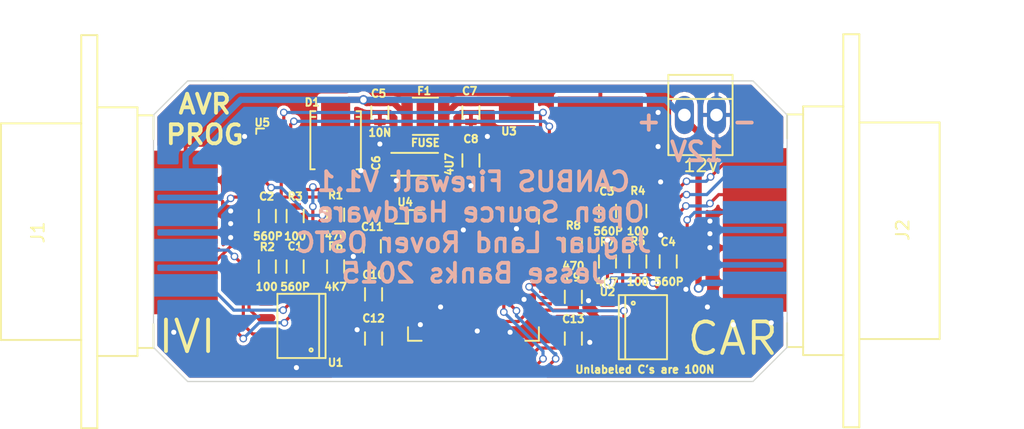
<source format=kicad_pcb>
(kicad_pcb (version 4) (host pcbnew "(2015-07-11 BZR 5925, Git c291b88)-product")

  (general
    (links 83)
    (no_connects 0)
    (area 40.859999 109.55 126.1 143.469001)
    (thickness 1.6)
    (drawings 17)
    (tracks 426)
    (zones 0)
    (modules 31)
    (nets 72)
  )

  (page A4)
  (layers
    (0 F.Cu signal)
    (31 B.Cu signal)
    (32 B.Adhes user)
    (33 F.Adhes user)
    (34 B.Paste user)
    (35 F.Paste user)
    (36 B.SilkS user)
    (37 F.SilkS user)
    (38 B.Mask user)
    (39 F.Mask user)
    (40 Dwgs.User user)
    (41 Cmts.User user)
    (42 Eco1.User user)
    (43 Eco2.User user)
    (44 Edge.Cuts user)
    (45 Margin user)
    (46 B.CrtYd user)
    (47 F.CrtYd user)
    (48 B.Fab user hide)
    (49 F.Fab user hide)
  )

  (setup
    (last_trace_width 0.25)
    (trace_clearance 0.2)
    (zone_clearance 0.25)
    (zone_45_only yes)
    (trace_min 0.2)
    (segment_width 0.2)
    (edge_width 0.1)
    (via_size 0.6)
    (via_drill 0.4)
    (via_min_size 0.4)
    (via_min_drill 0.3)
    (uvia_size 0.3)
    (uvia_drill 0.1)
    (uvias_allowed no)
    (uvia_min_size 0.2)
    (uvia_min_drill 0.1)
    (pcb_text_width 0.3)
    (pcb_text_size 1.5 1.5)
    (mod_edge_width 0.15)
    (mod_text_size 1 1)
    (mod_text_width 0.15)
    (pad_size 1.50622 3.01498)
    (pad_drill 0.99822)
    (pad_to_mask_clearance 0)
    (aux_axis_origin 0 0)
    (visible_elements 7FFFFF7F)
    (pcbplotparams
      (layerselection 0x010f0_80000001)
      (usegerberextensions true)
      (excludeedgelayer true)
      (linewidth 0.100000)
      (plotframeref false)
      (viasonmask false)
      (mode 1)
      (useauxorigin false)
      (hpglpennumber 1)
      (hpglpenspeed 20)
      (hpglpendiameter 15)
      (hpglpenoverlay 2)
      (psnegative false)
      (psa4output false)
      (plotreference true)
      (plotvalue true)
      (plotinvisibletext false)
      (padsonsilk false)
      (subtractmaskfromsilk false)
      (outputformat 1)
      (mirror false)
      (drillshape 0)
      (scaleselection 1)
      (outputdirectory ../Gerbers/))
  )

  (net 0 "")
  (net 1 "Net-(C1-Pad1)")
  (net 2 GND)
  (net 3 "Net-(C2-Pad1)")
  (net 4 "Net-(C3-Pad1)")
  (net 5 "Net-(C4-Pad1)")
  (net 6 +12V)
  (net 7 "Net-(C6-Pad1)")
  (net 8 +5V)
  (net 9 LOOP_A)
  (net 10 LOOP_B)
  (net 11 RX0)
  (net 12 TX0)
  (net 13 RX1)
  (net 14 TX1)
  (net 15 IVI_CANH)
  (net 16 IVI_CANL)
  (net 17 "Net-(J2-Pad4)")
  (net 18 CAR_CANH)
  (net 19 CAR_CANL)
  (net 20 "Net-(J2-Pad8)")
  (net 21 "Net-(R6-Pad1)")
  (net 22 "Net-(R7-Pad1)")
  (net 23 "Net-(U1-Pad5)")
  (net 24 "Net-(U2-Pad5)")
  (net 25 "Net-(J2-Pad6)")
  (net 26 "Net-(C12-Pad1)")
  (net 27 "Net-(C13-Pad1)")
  (net 28 ~RESET/A_DATA)
  (net 29 A_DATAOUT)
  (net 30 "Net-(U4-Pad1)")
  (net 31 "Net-(U4-Pad2)")
  (net 32 "Net-(U4-Pad7)")
  (net 33 "Net-(U4-Pad8)")
  (net 34 "Net-(U4-Pad9)")
  (net 35 "Net-(U4-Pad10)")
  (net 36 "Net-(U4-Pad11)")
  (net 37 "Net-(U4-Pad12)")
  (net 38 "Net-(U4-Pad13)")
  (net 39 "Net-(U4-Pad16)")
  (net 40 "Net-(U4-Pad19)")
  (net 41 "Net-(U4-Pad20)")
  (net 42 "Net-(U4-Pad21)")
  (net 43 "Net-(U4-Pad22)")
  (net 44 "Net-(U4-Pad23)")
  (net 45 "Net-(U4-Pad24)")
  (net 46 "Net-(U4-Pad25)")
  (net 47 "Net-(U4-Pad31)")
  (net 48 "Net-(U4-Pad32)")
  (net 49 "Net-(U4-Pad33)")
  (net 50 "Net-(U4-Pad34)")
  (net 51 "Net-(U4-Pad37)")
  (net 52 "Net-(U4-Pad38)")
  (net 53 "Net-(U4-Pad41)")
  (net 54 "Net-(U4-Pad42)")
  (net 55 "Net-(U4-Pad43)")
  (net 56 "Net-(U4-Pad44)")
  (net 57 "Net-(U4-Pad49)")
  (net 58 "Net-(U4-Pad50)")
  (net 59 "Net-(U4-Pad53)")
  (net 60 "Net-(U4-Pad54)")
  (net 61 "Net-(U4-Pad55)")
  (net 62 "Net-(U4-Pad56)")
  (net 63 "Net-(U4-Pad57)")
  (net 64 "Net-(U4-Pad58)")
  (net 65 "Net-(U4-Pad59)")
  (net 66 "Net-(U4-Pad60)")
  (net 67 "Net-(U4-Pad61)")
  (net 68 "Net-(U4-Pad62)")
  (net 69 "Net-(U4-Pad63)")
  (net 70 5P)
  (net 71 "Net-(J1-Pad4)")

  (net_class Default "This is the default net class."
    (clearance 0.2)
    (trace_width 0.25)
    (via_dia 0.6)
    (via_drill 0.4)
    (uvia_dia 0.3)
    (uvia_drill 0.1)
    (add_net +5V)
    (add_net 5P)
    (add_net A_DATAOUT)
    (add_net "Net-(C12-Pad1)")
    (add_net "Net-(C13-Pad1)")
    (add_net "Net-(J1-Pad4)")
    (add_net "Net-(J2-Pad6)")
    (add_net "Net-(U4-Pad1)")
    (add_net "Net-(U4-Pad10)")
    (add_net "Net-(U4-Pad11)")
    (add_net "Net-(U4-Pad12)")
    (add_net "Net-(U4-Pad13)")
    (add_net "Net-(U4-Pad16)")
    (add_net "Net-(U4-Pad19)")
    (add_net "Net-(U4-Pad2)")
    (add_net "Net-(U4-Pad20)")
    (add_net "Net-(U4-Pad21)")
    (add_net "Net-(U4-Pad22)")
    (add_net "Net-(U4-Pad23)")
    (add_net "Net-(U4-Pad24)")
    (add_net "Net-(U4-Pad25)")
    (add_net "Net-(U4-Pad31)")
    (add_net "Net-(U4-Pad32)")
    (add_net "Net-(U4-Pad33)")
    (add_net "Net-(U4-Pad34)")
    (add_net "Net-(U4-Pad37)")
    (add_net "Net-(U4-Pad38)")
    (add_net "Net-(U4-Pad41)")
    (add_net "Net-(U4-Pad42)")
    (add_net "Net-(U4-Pad43)")
    (add_net "Net-(U4-Pad44)")
    (add_net "Net-(U4-Pad49)")
    (add_net "Net-(U4-Pad50)")
    (add_net "Net-(U4-Pad53)")
    (add_net "Net-(U4-Pad54)")
    (add_net "Net-(U4-Pad55)")
    (add_net "Net-(U4-Pad56)")
    (add_net "Net-(U4-Pad57)")
    (add_net "Net-(U4-Pad58)")
    (add_net "Net-(U4-Pad59)")
    (add_net "Net-(U4-Pad60)")
    (add_net "Net-(U4-Pad61)")
    (add_net "Net-(U4-Pad62)")
    (add_net "Net-(U4-Pad63)")
    (add_net "Net-(U4-Pad7)")
    (add_net "Net-(U4-Pad8)")
    (add_net "Net-(U4-Pad9)")
    (add_net ~RESET/A_DATA)
  )

  (net_class NET ""
    (clearance 0.2)
    (trace_width 0.25)
    (via_dia 0.6)
    (via_drill 0.4)
    (uvia_dia 0.3)
    (uvia_drill 0.1)
    (add_net CAR_CANH)
    (add_net CAR_CANL)
    (add_net GND)
    (add_net IVI_CANH)
    (add_net IVI_CANL)
    (add_net LOOP_A)
    (add_net LOOP_B)
    (add_net "Net-(C1-Pad1)")
    (add_net "Net-(C2-Pad1)")
    (add_net "Net-(C3-Pad1)")
    (add_net "Net-(C4-Pad1)")
    (add_net "Net-(J2-Pad4)")
    (add_net "Net-(J2-Pad8)")
    (add_net "Net-(R6-Pad1)")
    (add_net "Net-(R7-Pad1)")
    (add_net "Net-(U1-Pad5)")
    (add_net "Net-(U2-Pad5)")
    (add_net RX0)
    (add_net RX1)
    (add_net TX0)
    (add_net TX1)
  )

  (net_class PWR ""
    (clearance 0.3)
    (trace_width 0.5)
    (via_dia 0.75)
    (via_drill 0.5)
    (uvia_dia 0.3)
    (uvia_drill 0.1)
    (add_net +12V)
    (add_net "Net-(C6-Pad1)")
  )

  (module "cUSTOM pARTS:R_0603_sm" (layer F.Cu) (tedit 55C3D109) (tstamp 55C3BC89)
    (at 64.5 130.3 270)
    (descr "Resistor SMD 0603, reflow soldering, Vishay (see dcrcw.pdf)")
    (tags "resistor 0603")
    (path /55C3DC56)
    (attr smd)
    (fp_text reference C1 (at -1.6 0 360) (layer F.SilkS)
      (effects (font (size 0.6 0.6) (thickness 0.15)))
    )
    (fp_text value 560P (at 1.6 0 360) (layer F.SilkS)
      (effects (font (size 0.6 0.6) (thickness 0.15)))
    )
    (fp_line (start -1.3 -0.8) (end 1.3 -0.8) (layer F.CrtYd) (width 0.05))
    (fp_line (start -1.3 0.8) (end 1.3 0.8) (layer F.CrtYd) (width 0.05))
    (fp_line (start -1.3 -0.8) (end -1.3 0.8) (layer F.CrtYd) (width 0.05))
    (fp_line (start 1.3 -0.8) (end 1.3 0.8) (layer F.CrtYd) (width 0.05))
    (fp_line (start 0.5 0.675) (end -0.5 0.675) (layer F.SilkS) (width 0.15))
    (fp_line (start -0.5 -0.675) (end 0.5 -0.675) (layer F.SilkS) (width 0.15))
    (pad 1 smd rect (at -0.75 0 270) (size 0.5 0.9) (layers F.Cu F.Paste F.Mask)
      (net 1 "Net-(C1-Pad1)"))
    (pad 2 smd rect (at 0.75 0 270) (size 0.5 0.9) (layers F.Cu F.Paste F.Mask)
      (net 2 GND))
    (model Resistors_SMD.3dshapes/R_0603.wrl
      (at (xyz 0 0 0))
      (scale (xyz 1 1 1))
      (rotate (xyz 0 0 0))
    )
  )

  (module "cUSTOM pARTS:R_0603_sm" (layer F.Cu) (tedit 55CD0ACC) (tstamp 55C3BC8F)
    (at 62.3 126.3 270)
    (descr "Resistor SMD 0603, reflow soldering, Vishay (see dcrcw.pdf)")
    (tags "resistor 0603")
    (path /55C3DC50)
    (attr smd)
    (fp_text reference C2 (at -1.55 0.05 360) (layer F.SilkS)
      (effects (font (size 0.6 0.6) (thickness 0.15)))
    )
    (fp_text value 560P (at 1.6 -0.05 360) (layer F.SilkS)
      (effects (font (size 0.6 0.6) (thickness 0.15)))
    )
    (fp_line (start -1.3 -0.8) (end 1.3 -0.8) (layer F.CrtYd) (width 0.05))
    (fp_line (start -1.3 0.8) (end 1.3 0.8) (layer F.CrtYd) (width 0.05))
    (fp_line (start -1.3 -0.8) (end -1.3 0.8) (layer F.CrtYd) (width 0.05))
    (fp_line (start 1.3 -0.8) (end 1.3 0.8) (layer F.CrtYd) (width 0.05))
    (fp_line (start 0.5 0.675) (end -0.5 0.675) (layer F.SilkS) (width 0.15))
    (fp_line (start -0.5 -0.675) (end 0.5 -0.675) (layer F.SilkS) (width 0.15))
    (pad 1 smd rect (at -0.75 0 270) (size 0.5 0.9) (layers F.Cu F.Paste F.Mask)
      (net 3 "Net-(C2-Pad1)"))
    (pad 2 smd rect (at 0.75 0 270) (size 0.5 0.9) (layers F.Cu F.Paste F.Mask)
      (net 2 GND))
    (model Resistors_SMD.3dshapes/R_0603.wrl
      (at (xyz 0 0 0))
      (scale (xyz 1 1 1))
      (rotate (xyz 0 0 0))
    )
  )

  (module "cUSTOM pARTS:R_0603_sm" (layer F.Cu) (tedit 55CD0B1A) (tstamp 55C3BC95)
    (at 89.2 125.9 270)
    (descr "Resistor SMD 0603, reflow soldering, Vishay (see dcrcw.pdf)")
    (tags "resistor 0603")
    (path /55C3C04F)
    (attr smd)
    (fp_text reference C3 (at -1.55 0.05 360) (layer F.SilkS)
      (effects (font (size 0.6 0.6) (thickness 0.15)))
    )
    (fp_text value 560P (at 1.6 -0.05 360) (layer F.SilkS)
      (effects (font (size 0.6 0.6) (thickness 0.15)))
    )
    (fp_line (start -1.3 -0.8) (end 1.3 -0.8) (layer F.CrtYd) (width 0.05))
    (fp_line (start -1.3 0.8) (end 1.3 0.8) (layer F.CrtYd) (width 0.05))
    (fp_line (start -1.3 -0.8) (end -1.3 0.8) (layer F.CrtYd) (width 0.05))
    (fp_line (start 1.3 -0.8) (end 1.3 0.8) (layer F.CrtYd) (width 0.05))
    (fp_line (start 0.5 0.675) (end -0.5 0.675) (layer F.SilkS) (width 0.15))
    (fp_line (start -0.5 -0.675) (end 0.5 -0.675) (layer F.SilkS) (width 0.15))
    (pad 1 smd rect (at -0.75 0 270) (size 0.5 0.9) (layers F.Cu F.Paste F.Mask)
      (net 4 "Net-(C3-Pad1)"))
    (pad 2 smd rect (at 0.75 0 270) (size 0.5 0.9) (layers F.Cu F.Paste F.Mask)
      (net 2 GND))
    (model Resistors_SMD.3dshapes/R_0603.wrl
      (at (xyz 0 0 0))
      (scale (xyz 1 1 1))
      (rotate (xyz 0 0 0))
    )
  )

  (module "cUSTOM pARTS:R_0603_sm" (layer F.Cu) (tedit 55CD0B2B) (tstamp 55C3BC9B)
    (at 94 129.9 270)
    (descr "Resistor SMD 0603, reflow soldering, Vishay (see dcrcw.pdf)")
    (tags "resistor 0603")
    (path /55C3C3EF)
    (attr smd)
    (fp_text reference C4 (at -1.55 0 360) (layer F.SilkS)
      (effects (font (size 0.6 0.6) (thickness 0.15)))
    )
    (fp_text value 560P (at 1.6 -0.05 360) (layer F.SilkS)
      (effects (font (size 0.6 0.6) (thickness 0.15)))
    )
    (fp_line (start -1.3 -0.8) (end 1.3 -0.8) (layer F.CrtYd) (width 0.05))
    (fp_line (start -1.3 0.8) (end 1.3 0.8) (layer F.CrtYd) (width 0.05))
    (fp_line (start -1.3 -0.8) (end -1.3 0.8) (layer F.CrtYd) (width 0.05))
    (fp_line (start 1.3 -0.8) (end 1.3 0.8) (layer F.CrtYd) (width 0.05))
    (fp_line (start 0.5 0.675) (end -0.5 0.675) (layer F.SilkS) (width 0.15))
    (fp_line (start -0.5 -0.675) (end 0.5 -0.675) (layer F.SilkS) (width 0.15))
    (pad 1 smd rect (at -0.75 0 270) (size 0.5 0.9) (layers F.Cu F.Paste F.Mask)
      (net 5 "Net-(C4-Pad1)"))
    (pad 2 smd rect (at 0.75 0 270) (size 0.5 0.9) (layers F.Cu F.Paste F.Mask)
      (net 2 GND))
    (model Resistors_SMD.3dshapes/R_0603.wrl
      (at (xyz 0 0 0))
      (scale (xyz 1 1 1))
      (rotate (xyz 0 0 0))
    )
  )

  (module "cUSTOM pARTS:R_0603_sm" (layer F.Cu) (tedit 55C3D111) (tstamp 55C3BCA1)
    (at 71.2 118.1 270)
    (descr "Resistor SMD 0603, reflow soldering, Vishay (see dcrcw.pdf)")
    (tags "resistor 0603")
    (path /55C5C3A1)
    (attr smd)
    (fp_text reference C5 (at -1.5 0.1 360) (layer F.SilkS)
      (effects (font (size 0.6 0.6) (thickness 0.15)))
    )
    (fp_text value 10N (at 1.6 0 360) (layer F.SilkS)
      (effects (font (size 0.6 0.6) (thickness 0.15)))
    )
    (fp_line (start -1.3 -0.8) (end 1.3 -0.8) (layer F.CrtYd) (width 0.05))
    (fp_line (start -1.3 0.8) (end 1.3 0.8) (layer F.CrtYd) (width 0.05))
    (fp_line (start -1.3 -0.8) (end -1.3 0.8) (layer F.CrtYd) (width 0.05))
    (fp_line (start 1.3 -0.8) (end 1.3 0.8) (layer F.CrtYd) (width 0.05))
    (fp_line (start 0.5 0.675) (end -0.5 0.675) (layer F.SilkS) (width 0.15))
    (fp_line (start -0.5 -0.675) (end 0.5 -0.675) (layer F.SilkS) (width 0.15))
    (pad 1 smd rect (at -0.75 0 270) (size 0.5 0.9) (layers F.Cu F.Paste F.Mask)
      (net 6 +12V))
    (pad 2 smd rect (at 0.75 0 270) (size 0.5 0.9) (layers F.Cu F.Paste F.Mask)
      (net 2 GND))
    (model Resistors_SMD.3dshapes/R_0603.wrl
      (at (xyz 0 0 0))
      (scale (xyz 1 1 1))
      (rotate (xyz 0 0 0))
    )
  )

  (module Capacitors_Tantalum_SMD:TantalC_SizeA_EIA-3216_Reflow (layer F.Cu) (tedit 55CCF166) (tstamp 55C3BCA7)
    (at 73.7 122.2 180)
    (descr "Tantal Cap. , Size A, EIA-3216, Reflow")
    (tags "Tantal Capacitor Size-A EIA-3216 reflow")
    (path /55C5C501)
    (attr smd)
    (fp_text reference C6 (at 2.8 0.1 270) (layer F.SilkS)
      (effects (font (size 0.6 0.6) (thickness 0.15)))
    )
    (fp_text value 4U7 (at -3 0 270) (layer F.SilkS)
      (effects (font (size 0.6 0.6) (thickness 0.15)))
    )
    (fp_line (start 1.6 0.9) (end -2.1 0.9) (layer F.SilkS) (width 0.15))
    (fp_line (start 1.6 -0.9) (end -2.1 -0.9) (layer F.SilkS) (width 0.15))
    (fp_line (start -2.5 1.2) (end 2.5 1.2) (layer F.CrtYd) (width 0.05))
    (fp_line (start 2.5 1.2) (end 2.5 -1.2) (layer F.CrtYd) (width 0.05))
    (fp_line (start 2.5 -1.2) (end -2.5 -1.2) (layer F.CrtYd) (width 0.05))
    (fp_line (start -2.5 -1.2) (end -2.5 1.2) (layer F.CrtYd) (width 0.05))
    (pad 2 smd rect (at 1.31 0 180) (size 1.8 1.23) (layers F.Cu F.Paste F.Mask)
      (net 2 GND))
    (pad 1 smd rect (at -1.31 0 180) (size 1.8 1.23) (layers F.Cu F.Paste F.Mask)
      (net 7 "Net-(C6-Pad1)"))
    (model Capacitors_Tantalum_SMD.3dshapes/TantalC_SizeA_EIA-3216_Reflow.wrl
      (at (xyz 0 0 0))
      (scale (xyz 1 1 1))
      (rotate (xyz 0 0 180))
    )
  )

  (module "cUSTOM pARTS:R_0603_sm" (layer F.Cu) (tedit 55CCF186) (tstamp 55C3BCAD)
    (at 78.4 118.1 270)
    (descr "Resistor SMD 0603, reflow soldering, Vishay (see dcrcw.pdf)")
    (tags "resistor 0603")
    (path /55C5D43A)
    (attr smd)
    (fp_text reference C7 (at -1.7 0.1 540) (layer F.SilkS)
      (effects (font (size 0.6 0.6) (thickness 0.15)))
    )
    (fp_text value 100N (at -1.6 0 360) (layer F.SilkS) hide
      (effects (font (size 0.6 0.6) (thickness 0.15)))
    )
    (fp_line (start -1.3 -0.8) (end 1.3 -0.8) (layer F.CrtYd) (width 0.05))
    (fp_line (start -1.3 0.8) (end 1.3 0.8) (layer F.CrtYd) (width 0.05))
    (fp_line (start -1.3 -0.8) (end -1.3 0.8) (layer F.CrtYd) (width 0.05))
    (fp_line (start 1.3 -0.8) (end 1.3 0.8) (layer F.CrtYd) (width 0.05))
    (fp_line (start 0.5 0.675) (end -0.5 0.675) (layer F.SilkS) (width 0.15))
    (fp_line (start -0.5 -0.675) (end 0.5 -0.675) (layer F.SilkS) (width 0.15))
    (pad 1 smd rect (at -0.75 0 270) (size 0.5 0.9) (layers F.Cu F.Paste F.Mask)
      (net 7 "Net-(C6-Pad1)"))
    (pad 2 smd rect (at 0.75 0 270) (size 0.5 0.9) (layers F.Cu F.Paste F.Mask)
      (net 2 GND))
    (model Resistors_SMD.3dshapes/R_0603.wrl
      (at (xyz 0 0 0))
      (scale (xyz 1 1 1))
      (rotate (xyz 0 0 0))
    )
  )

  (module "cUSTOM pARTS:R_0603_sm" (layer F.Cu) (tedit 55CCF182) (tstamp 55C3BCB3)
    (at 78.4 121.9 90)
    (descr "Resistor SMD 0603, reflow soldering, Vishay (see dcrcw.pdf)")
    (tags "resistor 0603")
    (path /55C5C642)
    (attr smd)
    (fp_text reference C8 (at 1.7 0 360) (layer F.SilkS)
      (effects (font (size 0.6 0.6) (thickness 0.15)))
    )
    (fp_text value 100N (at -1.6 0 180) (layer F.SilkS) hide
      (effects (font (size 0.6 0.6) (thickness 0.15)))
    )
    (fp_line (start -1.3 -0.8) (end 1.3 -0.8) (layer F.CrtYd) (width 0.05))
    (fp_line (start -1.3 0.8) (end 1.3 0.8) (layer F.CrtYd) (width 0.05))
    (fp_line (start -1.3 -0.8) (end -1.3 0.8) (layer F.CrtYd) (width 0.05))
    (fp_line (start 1.3 -0.8) (end 1.3 0.8) (layer F.CrtYd) (width 0.05))
    (fp_line (start 0.5 0.675) (end -0.5 0.675) (layer F.SilkS) (width 0.15))
    (fp_line (start -0.5 -0.675) (end 0.5 -0.675) (layer F.SilkS) (width 0.15))
    (pad 1 smd rect (at -0.75 0 90) (size 0.5 0.9) (layers F.Cu F.Paste F.Mask)
      (net 8 +5V))
    (pad 2 smd rect (at 0.75 0 90) (size 0.5 0.9) (layers F.Cu F.Paste F.Mask)
      (net 2 GND))
    (model Resistors_SMD.3dshapes/R_0603.wrl
      (at (xyz 0 0 0))
      (scale (xyz 1 1 1))
      (rotate (xyz 0 0 0))
    )
  )

  (module "cUSTOM pARTS:R_0603_sm" (layer F.Cu) (tedit 55CD0B6F) (tstamp 55C3BCB9)
    (at 86.5 132.7 90)
    (descr "Resistor SMD 0603, reflow soldering, Vishay (see dcrcw.pdf)")
    (tags "resistor 0603")
    (path /55C5DA4A)
    (attr smd)
    (fp_text reference C9 (at 1.55 -0.05 180) (layer F.SilkS)
      (effects (font (size 0.6 0.6) (thickness 0.15)))
    )
    (fp_text value 100N (at -1.6 0 180) (layer F.SilkS) hide
      (effects (font (size 0.6 0.6) (thickness 0.15)))
    )
    (fp_line (start -1.3 -0.8) (end 1.3 -0.8) (layer F.CrtYd) (width 0.05))
    (fp_line (start -1.3 0.8) (end 1.3 0.8) (layer F.CrtYd) (width 0.05))
    (fp_line (start -1.3 -0.8) (end -1.3 0.8) (layer F.CrtYd) (width 0.05))
    (fp_line (start 1.3 -0.8) (end 1.3 0.8) (layer F.CrtYd) (width 0.05))
    (fp_line (start 0.5 0.675) (end -0.5 0.675) (layer F.SilkS) (width 0.15))
    (fp_line (start -0.5 -0.675) (end 0.5 -0.675) (layer F.SilkS) (width 0.15))
    (pad 1 smd rect (at -0.75 0 90) (size 0.5 0.9) (layers F.Cu F.Paste F.Mask)
      (net 8 +5V))
    (pad 2 smd rect (at 0.75 0 90) (size 0.5 0.9) (layers F.Cu F.Paste F.Mask)
      (net 2 GND))
    (model Resistors_SMD.3dshapes/R_0603.wrl
      (at (xyz 0 0 0))
      (scale (xyz 1 1 1))
      (rotate (xyz 0 0 0))
    )
  )

  (module "cUSTOM pARTS:R_0603_sm" (layer F.Cu) (tedit 55CD0AE4) (tstamp 55C3BCBF)
    (at 70.7 132.5 270)
    (descr "Resistor SMD 0603, reflow soldering, Vishay (see dcrcw.pdf)")
    (tags "resistor 0603")
    (path /55C58316)
    (attr smd)
    (fp_text reference C10 (at -1.55 0 540) (layer F.SilkS)
      (effects (font (size 0.6 0.6) (thickness 0.15)))
    )
    (fp_text value 100N (at -1.6 0 360) (layer F.SilkS) hide
      (effects (font (size 0.6 0.6) (thickness 0.15)))
    )
    (fp_line (start -1.3 -0.8) (end 1.3 -0.8) (layer F.CrtYd) (width 0.05))
    (fp_line (start -1.3 0.8) (end 1.3 0.8) (layer F.CrtYd) (width 0.05))
    (fp_line (start -1.3 -0.8) (end -1.3 0.8) (layer F.CrtYd) (width 0.05))
    (fp_line (start 1.3 -0.8) (end 1.3 0.8) (layer F.CrtYd) (width 0.05))
    (fp_line (start 0.5 0.675) (end -0.5 0.675) (layer F.SilkS) (width 0.15))
    (fp_line (start -0.5 -0.675) (end 0.5 -0.675) (layer F.SilkS) (width 0.15))
    (pad 1 smd rect (at -0.75 0 270) (size 0.5 0.9) (layers F.Cu F.Paste F.Mask)
      (net 8 +5V))
    (pad 2 smd rect (at 0.75 0 270) (size 0.5 0.9) (layers F.Cu F.Paste F.Mask)
      (net 2 GND))
    (model Resistors_SMD.3dshapes/R_0603.wrl
      (at (xyz 0 0 0))
      (scale (xyz 1 1 1))
      (rotate (xyz 0 0 0))
    )
  )

  (module "cUSTOM pARTS:R_0603_sm" (layer F.Cu) (tedit 55CD0ADF) (tstamp 55C3BCC5)
    (at 70.6 128.7 270)
    (descr "Resistor SMD 0603, reflow soldering, Vishay (see dcrcw.pdf)")
    (tags "resistor 0603")
    (path /55C58454)
    (attr smd)
    (fp_text reference C11 (at -1.55 0 540) (layer F.SilkS)
      (effects (font (size 0.6 0.6) (thickness 0.15)))
    )
    (fp_text value 100N (at -1.6 0 360) (layer F.SilkS) hide
      (effects (font (size 0.6 0.6) (thickness 0.15)))
    )
    (fp_line (start -1.3 -0.8) (end 1.3 -0.8) (layer F.CrtYd) (width 0.05))
    (fp_line (start -1.3 0.8) (end 1.3 0.8) (layer F.CrtYd) (width 0.05))
    (fp_line (start -1.3 -0.8) (end -1.3 0.8) (layer F.CrtYd) (width 0.05))
    (fp_line (start 1.3 -0.8) (end 1.3 0.8) (layer F.CrtYd) (width 0.05))
    (fp_line (start 0.5 0.675) (end -0.5 0.675) (layer F.SilkS) (width 0.15))
    (fp_line (start -0.5 -0.675) (end 0.5 -0.675) (layer F.SilkS) (width 0.15))
    (pad 1 smd rect (at -0.75 0 270) (size 0.5 0.9) (layers F.Cu F.Paste F.Mask)
      (net 8 +5V))
    (pad 2 smd rect (at 0.75 0 270) (size 0.5 0.9) (layers F.Cu F.Paste F.Mask)
      (net 2 GND))
    (model Resistors_SMD.3dshapes/R_0603.wrl
      (at (xyz 0 0 0))
      (scale (xyz 1 1 1))
      (rotate (xyz 0 0 0))
    )
  )

  (module "cUSTOM pARTS:R_0603_sm" (layer F.Cu) (tedit 55C3D2EF) (tstamp 55C3BCCB)
    (at 70.7 136 90)
    (descr "Resistor SMD 0603, reflow soldering, Vishay (see dcrcw.pdf)")
    (tags "resistor 0603")
    (path /55C5847A)
    (attr smd)
    (fp_text reference C12 (at 1.6 0 180) (layer F.SilkS)
      (effects (font (size 0.6 0.6) (thickness 0.15)))
    )
    (fp_text value 100N (at -1.6 0 180) (layer F.SilkS) hide
      (effects (font (size 0.6 0.6) (thickness 0.15)))
    )
    (fp_line (start -1.3 -0.8) (end 1.3 -0.8) (layer F.CrtYd) (width 0.05))
    (fp_line (start -1.3 0.8) (end 1.3 0.8) (layer F.CrtYd) (width 0.05))
    (fp_line (start -1.3 -0.8) (end -1.3 0.8) (layer F.CrtYd) (width 0.05))
    (fp_line (start 1.3 -0.8) (end 1.3 0.8) (layer F.CrtYd) (width 0.05))
    (fp_line (start 0.5 0.675) (end -0.5 0.675) (layer F.SilkS) (width 0.15))
    (fp_line (start -0.5 -0.675) (end 0.5 -0.675) (layer F.SilkS) (width 0.15))
    (pad 1 smd rect (at -0.75 0 90) (size 0.5 0.9) (layers F.Cu F.Paste F.Mask)
      (net 26 "Net-(C12-Pad1)"))
    (pad 2 smd rect (at 0.75 0 90) (size 0.5 0.9) (layers F.Cu F.Paste F.Mask)
      (net 2 GND))
    (model Resistors_SMD.3dshapes/R_0603.wrl
      (at (xyz 0 0 0))
      (scale (xyz 1 1 1))
      (rotate (xyz 0 0 0))
    )
  )

  (module Diodes_SMD:Diode-SMB_Standard (layer F.Cu) (tedit 55CD1169) (tstamp 55C3BCD1)
    (at 67.7 120.3 270)
    (descr "Diode SMB Standard")
    (tags "Diode SMB Standard")
    (path /55C41F32)
    (attr smd)
    (fp_text reference D1 (at -3 1.85 360) (layer F.SilkS)
      (effects (font (size 0.6 0.6) (thickness 0.15)))
    )
    (fp_text value SMBJ16A (at 0.05 4.7 270) (layer F.Fab) hide
      (effects (font (size 1 1) (thickness 0.15)))
    )
    (fp_line (start -3.65 -2.25) (end 3.65 -2.25) (layer F.CrtYd) (width 0.05))
    (fp_line (start 3.65 -2.25) (end 3.65 2.25) (layer F.CrtYd) (width 0.05))
    (fp_line (start 3.65 2.25) (end -3.65 2.25) (layer F.CrtYd) (width 0.05))
    (fp_line (start -3.65 2.25) (end -3.65 -2.25) (layer F.CrtYd) (width 0.05))
    (fp_text user K (at -3.25 3.3 270) (layer F.SilkS) hide
      (effects (font (size 1 1) (thickness 0.15)))
    )
    (fp_text user A (at 3 3.2 270) (layer F.SilkS) hide
      (effects (font (size 1 1) (thickness 0.15)))
    )
    (fp_line (start -2.30632 1.8) (end -2.30632 1.6002) (layer F.SilkS) (width 0.15))
    (fp_line (start -1.84928 1.75) (end -1.84928 1.601) (layer F.SilkS) (width 0.15))
    (fp_line (start 2.29616 1.8) (end 2.29616 1.651) (layer F.SilkS) (width 0.15))
    (fp_line (start -2.30124 -1.8) (end -2.30124 -1.651) (layer F.SilkS) (width 0.15))
    (fp_line (start -1.84928 -1.8) (end -1.84928 -1.651) (layer F.SilkS) (width 0.15))
    (fp_line (start 2.30124 -1.8) (end 2.30124 -1.651) (layer F.SilkS) (width 0.15))
    (fp_circle (center 0 0) (end 0.44958 0.09906) (layer F.Adhes) (width 0.381))
    (fp_circle (center 0 0) (end 0.20066 0.09906) (layer F.Adhes) (width 0.381))
    (fp_line (start -1.84928 1.94898) (end -1.84928 1.75086) (layer F.SilkS) (width 0.15))
    (fp_line (start -1.84928 -1.99898) (end -1.84928 -1.80086) (layer F.SilkS) (width 0.15))
    (fp_line (start 2.29616 1.99644) (end 2.29616 1.79832) (layer F.SilkS) (width 0.15))
    (fp_line (start -2.30632 1.99644) (end 2.29616 1.99644) (layer F.SilkS) (width 0.15))
    (fp_line (start -2.30632 1.99644) (end -2.30632 1.79832) (layer F.SilkS) (width 0.15))
    (fp_line (start -2.30124 -1.99898) (end -2.30124 -1.80086) (layer F.SilkS) (width 0.15))
    (fp_line (start -2.30124 -1.99898) (end 2.30124 -1.99898) (layer F.SilkS) (width 0.15))
    (fp_line (start 2.30124 -1.99898) (end 2.30124 -1.80086) (layer F.SilkS) (width 0.15))
    (pad 1 smd rect (at -2.14884 0 270) (size 2.49936 2.30124) (layers F.Cu F.Paste F.Mask)
      (net 6 +12V))
    (pad 2 smd rect (at 2.14884 0 270) (size 2.49936 2.30124) (layers F.Cu F.Paste F.Mask)
      (net 2 GND))
    (model Diodes_SMD.3dshapes/Diode-SMB_Standard.wrl
      (at (xyz 0 0 0))
      (scale (xyz 0.3937 0.3937 0.3937))
      (rotate (xyz 0 0 180))
    )
  )

  (module "cUSTOM pARTS:R_1210_SM" (layer F.Cu) (tedit 55CCF16B) (tstamp 55C3BCD7)
    (at 74.8 118.4)
    (descr "Resistor SMD 1210, reflow soldering, Vishay (see dcrcw.pdf)")
    (tags "resistor 1210")
    (path /55C5CEAD)
    (attr smd)
    (fp_text reference F1 (at -0.1 -2 180) (layer F.SilkS)
      (effects (font (size 0.6 0.6) (thickness 0.15)))
    )
    (fp_text value FUSE (at 0 2.1) (layer F.SilkS)
      (effects (font (size 0.6 0.6) (thickness 0.15)))
    )
    (fp_line (start -2.2 -1.6) (end 2.2 -1.6) (layer F.CrtYd) (width 0.05))
    (fp_line (start -2.2 1.6) (end 2.2 1.6) (layer F.CrtYd) (width 0.05))
    (fp_line (start -2.2 -1.6) (end -2.2 1.6) (layer F.CrtYd) (width 0.05))
    (fp_line (start 2.2 -1.6) (end 2.2 1.6) (layer F.CrtYd) (width 0.05))
    (fp_line (start 1 1.475) (end -1 1.475) (layer F.SilkS) (width 0.15))
    (fp_line (start -1 -1.475) (end 1 -1.475) (layer F.SilkS) (width 0.15))
    (pad 1 smd rect (at -1.45 0) (size 0.9 2.5) (layers F.Cu F.Paste F.Mask)
      (net 6 +12V))
    (pad 2 smd rect (at 1.45 0) (size 0.9 2.5) (layers F.Cu F.Paste F.Mask)
      (net 7 "Net-(C6-Pad1)"))
    (model Resistors_SMD.3dshapes/R_1210.wrl
      (at (xyz 0 0 0))
      (scale (xyz 1 1 1))
      (rotate (xyz 0 0 0))
    )
  )

  (module "cUSTOM pARTS:R_0603_sm" (layer F.Cu) (tedit 55CD0ADA) (tstamp 55C3BD37)
    (at 67.7 126.2 90)
    (descr "Resistor SMD 0603, reflow soldering, Vishay (see dcrcw.pdf)")
    (tags "resistor 0603")
    (path /55C5970F)
    (attr smd)
    (fp_text reference R1 (at 1.55 0 180) (layer F.SilkS)
      (effects (font (size 0.6 0.6) (thickness 0.15)))
    )
    (fp_text value 470 (at -1.65 0 180) (layer F.SilkS)
      (effects (font (size 0.6 0.6) (thickness 0.15)))
    )
    (fp_line (start -1.3 -0.8) (end 1.3 -0.8) (layer F.CrtYd) (width 0.05))
    (fp_line (start -1.3 0.8) (end 1.3 0.8) (layer F.CrtYd) (width 0.05))
    (fp_line (start -1.3 -0.8) (end -1.3 0.8) (layer F.CrtYd) (width 0.05))
    (fp_line (start 1.3 -0.8) (end 1.3 0.8) (layer F.CrtYd) (width 0.05))
    (fp_line (start 0.5 0.675) (end -0.5 0.675) (layer F.SilkS) (width 0.15))
    (fp_line (start -0.5 -0.675) (end 0.5 -0.675) (layer F.SilkS) (width 0.15))
    (pad 1 smd rect (at -0.75 0 90) (size 0.5 0.9) (layers F.Cu F.Paste F.Mask)
      (net 8 +5V))
    (pad 2 smd rect (at 0.75 0 90) (size 0.5 0.9) (layers F.Cu F.Paste F.Mask)
      (net 70 5P))
    (model Resistors_SMD.3dshapes/R_0603.wrl
      (at (xyz 0 0 0))
      (scale (xyz 1 1 1))
      (rotate (xyz 0 0 0))
    )
  )

  (module "cUSTOM pARTS:R_0603_sm" (layer F.Cu) (tedit 55CD0AEC) (tstamp 55C3BD3D)
    (at 62.3 130.3 90)
    (descr "Resistor SMD 0603, reflow soldering, Vishay (see dcrcw.pdf)")
    (tags "resistor 0603")
    (path /55C3DC4A)
    (attr smd)
    (fp_text reference R2 (at 1.55 0 180) (layer F.SilkS)
      (effects (font (size 0.6 0.6) (thickness 0.15)))
    )
    (fp_text value 100 (at -1.6 -0.05 180) (layer F.SilkS)
      (effects (font (size 0.6 0.6) (thickness 0.15)))
    )
    (fp_line (start -1.3 -0.8) (end 1.3 -0.8) (layer F.CrtYd) (width 0.05))
    (fp_line (start -1.3 0.8) (end 1.3 0.8) (layer F.CrtYd) (width 0.05))
    (fp_line (start -1.3 -0.8) (end -1.3 0.8) (layer F.CrtYd) (width 0.05))
    (fp_line (start 1.3 -0.8) (end 1.3 0.8) (layer F.CrtYd) (width 0.05))
    (fp_line (start 0.5 0.675) (end -0.5 0.675) (layer F.SilkS) (width 0.15))
    (fp_line (start -0.5 -0.675) (end 0.5 -0.675) (layer F.SilkS) (width 0.15))
    (pad 1 smd rect (at -0.75 0 90) (size 0.5 0.9) (layers F.Cu F.Paste F.Mask)
      (net 15 IVI_CANH))
    (pad 2 smd rect (at 0.75 0 90) (size 0.5 0.9) (layers F.Cu F.Paste F.Mask)
      (net 1 "Net-(C1-Pad1)"))
    (model Resistors_SMD.3dshapes/R_0603.wrl
      (at (xyz 0 0 0))
      (scale (xyz 1 1 1))
      (rotate (xyz 0 0 0))
    )
  )

  (module "cUSTOM pARTS:R_0603_sm" (layer F.Cu) (tedit 55CD0ACB) (tstamp 55C3BD43)
    (at 64.5 126.3 90)
    (descr "Resistor SMD 0603, reflow soldering, Vishay (see dcrcw.pdf)")
    (tags "resistor 0603")
    (path /55C3DC44)
    (attr smd)
    (fp_text reference R3 (at 1.55 0 180) (layer F.SilkS)
      (effects (font (size 0.6 0.6) (thickness 0.15)))
    )
    (fp_text value 100 (at -1.6 0 180) (layer F.SilkS)
      (effects (font (size 0.6 0.6) (thickness 0.15)))
    )
    (fp_line (start -1.3 -0.8) (end 1.3 -0.8) (layer F.CrtYd) (width 0.05))
    (fp_line (start -1.3 0.8) (end 1.3 0.8) (layer F.CrtYd) (width 0.05))
    (fp_line (start -1.3 -0.8) (end -1.3 0.8) (layer F.CrtYd) (width 0.05))
    (fp_line (start 1.3 -0.8) (end 1.3 0.8) (layer F.CrtYd) (width 0.05))
    (fp_line (start 0.5 0.675) (end -0.5 0.675) (layer F.SilkS) (width 0.15))
    (fp_line (start -0.5 -0.675) (end 0.5 -0.675) (layer F.SilkS) (width 0.15))
    (pad 1 smd rect (at -0.75 0 90) (size 0.5 0.9) (layers F.Cu F.Paste F.Mask)
      (net 16 IVI_CANL))
    (pad 2 smd rect (at 0.75 0 90) (size 0.5 0.9) (layers F.Cu F.Paste F.Mask)
      (net 3 "Net-(C2-Pad1)"))
    (model Resistors_SMD.3dshapes/R_0603.wrl
      (at (xyz 0 0 0))
      (scale (xyz 1 1 1))
      (rotate (xyz 0 0 0))
    )
  )

  (module "cUSTOM pARTS:R_0603_sm" (layer F.Cu) (tedit 55BBD745) (tstamp 55C3BD49)
    (at 91.6 125.9 90)
    (descr "Resistor SMD 0603, reflow soldering, Vishay (see dcrcw.pdf)")
    (tags "resistor 0603")
    (path /55C3BF1E)
    (attr smd)
    (fp_text reference R4 (at 1.6 0 180) (layer F.SilkS)
      (effects (font (size 0.6 0.6) (thickness 0.15)))
    )
    (fp_text value 100 (at -1.6 0 180) (layer F.SilkS)
      (effects (font (size 0.6 0.6) (thickness 0.15)))
    )
    (fp_line (start -1.3 -0.8) (end 1.3 -0.8) (layer F.CrtYd) (width 0.05))
    (fp_line (start -1.3 0.8) (end 1.3 0.8) (layer F.CrtYd) (width 0.05))
    (fp_line (start -1.3 -0.8) (end -1.3 0.8) (layer F.CrtYd) (width 0.05))
    (fp_line (start 1.3 -0.8) (end 1.3 0.8) (layer F.CrtYd) (width 0.05))
    (fp_line (start 0.5 0.675) (end -0.5 0.675) (layer F.SilkS) (width 0.15))
    (fp_line (start -0.5 -0.675) (end 0.5 -0.675) (layer F.SilkS) (width 0.15))
    (pad 1 smd rect (at -0.75 0 90) (size 0.5 0.9) (layers F.Cu F.Paste F.Mask)
      (net 19 CAR_CANL))
    (pad 2 smd rect (at 0.75 0 90) (size 0.5 0.9) (layers F.Cu F.Paste F.Mask)
      (net 4 "Net-(C3-Pad1)"))
    (model Resistors_SMD.3dshapes/R_0603.wrl
      (at (xyz 0 0 0))
      (scale (xyz 1 1 1))
      (rotate (xyz 0 0 0))
    )
  )

  (module "cUSTOM pARTS:R_0603_sm" (layer F.Cu) (tedit 55C3ED1A) (tstamp 55C3BD4F)
    (at 91.6 129.9 90)
    (descr "Resistor SMD 0603, reflow soldering, Vishay (see dcrcw.pdf)")
    (tags "resistor 0603")
    (path /55C3BFA8)
    (attr smd)
    (fp_text reference R5 (at 1.6 0 180) (layer F.SilkS)
      (effects (font (size 0.6 0.6) (thickness 0.15)))
    )
    (fp_text value 100 (at -1.6 0 180) (layer F.SilkS)
      (effects (font (size 0.6 0.6) (thickness 0.15)))
    )
    (fp_line (start -1.3 -0.8) (end 1.3 -0.8) (layer F.CrtYd) (width 0.05))
    (fp_line (start -1.3 0.8) (end 1.3 0.8) (layer F.CrtYd) (width 0.05))
    (fp_line (start -1.3 -0.8) (end -1.3 0.8) (layer F.CrtYd) (width 0.05))
    (fp_line (start 1.3 -0.8) (end 1.3 0.8) (layer F.CrtYd) (width 0.05))
    (fp_line (start 0.5 0.675) (end -0.5 0.675) (layer F.SilkS) (width 0.15))
    (fp_line (start -0.5 -0.675) (end 0.5 -0.675) (layer F.SilkS) (width 0.15))
    (pad 1 smd rect (at -0.75 0 90) (size 0.5 0.9) (layers F.Cu F.Paste F.Mask)
      (net 18 CAR_CANH))
    (pad 2 smd rect (at 0.75 0 90) (size 0.5 0.9) (layers F.Cu F.Paste F.Mask)
      (net 5 "Net-(C4-Pad1)"))
    (model Resistors_SMD.3dshapes/R_0603.wrl
      (at (xyz 0 0 0))
      (scale (xyz 1 1 1))
      (rotate (xyz 0 0 0))
    )
  )

  (module "cUSTOM pARTS:R_0603_sm" (layer F.Cu) (tedit 55BBD745) (tstamp 55C3BD55)
    (at 67.7 130.3 90)
    (descr "Resistor SMD 0603, reflow soldering, Vishay (see dcrcw.pdf)")
    (tags "resistor 0603")
    (path /55C3DC3E)
    (attr smd)
    (fp_text reference R6 (at 1.6 0 180) (layer F.SilkS)
      (effects (font (size 0.6 0.6) (thickness 0.15)))
    )
    (fp_text value 4K7 (at -1.6 0 180) (layer F.SilkS)
      (effects (font (size 0.6 0.6) (thickness 0.15)))
    )
    (fp_line (start -1.3 -0.8) (end 1.3 -0.8) (layer F.CrtYd) (width 0.05))
    (fp_line (start -1.3 0.8) (end 1.3 0.8) (layer F.CrtYd) (width 0.05))
    (fp_line (start -1.3 -0.8) (end -1.3 0.8) (layer F.CrtYd) (width 0.05))
    (fp_line (start 1.3 -0.8) (end 1.3 0.8) (layer F.CrtYd) (width 0.05))
    (fp_line (start 0.5 0.675) (end -0.5 0.675) (layer F.SilkS) (width 0.15))
    (fp_line (start -0.5 -0.675) (end 0.5 -0.675) (layer F.SilkS) (width 0.15))
    (pad 1 smd rect (at -0.75 0 90) (size 0.5 0.9) (layers F.Cu F.Paste F.Mask)
      (net 21 "Net-(R6-Pad1)"))
    (pad 2 smd rect (at 0.75 0 90) (size 0.5 0.9) (layers F.Cu F.Paste F.Mask)
      (net 2 GND))
    (model Resistors_SMD.3dshapes/R_0603.wrl
      (at (xyz 0 0 0))
      (scale (xyz 1 1 1))
      (rotate (xyz 0 0 0))
    )
  )

  (module "cUSTOM pARTS:R_0603_sm" (layer F.Cu) (tedit 55CD0B25) (tstamp 55C3BD5B)
    (at 89.2 129.9 90)
    (descr "Resistor SMD 0603, reflow soldering, Vishay (see dcrcw.pdf)")
    (tags "resistor 0603")
    (path /55C3B067)
    (attr smd)
    (fp_text reference R7 (at 1.55 0 360) (layer F.SilkS)
      (effects (font (size 0.6 0.6) (thickness 0.15)))
    )
    (fp_text value 4K7 (at -1.65 -0.05 360) (layer F.SilkS)
      (effects (font (size 0.6 0.6) (thickness 0.15)))
    )
    (fp_line (start -1.3 -0.8) (end 1.3 -0.8) (layer F.CrtYd) (width 0.05))
    (fp_line (start -1.3 0.8) (end 1.3 0.8) (layer F.CrtYd) (width 0.05))
    (fp_line (start -1.3 -0.8) (end -1.3 0.8) (layer F.CrtYd) (width 0.05))
    (fp_line (start 1.3 -0.8) (end 1.3 0.8) (layer F.CrtYd) (width 0.05))
    (fp_line (start 0.5 0.675) (end -0.5 0.675) (layer F.SilkS) (width 0.15))
    (fp_line (start -0.5 -0.675) (end 0.5 -0.675) (layer F.SilkS) (width 0.15))
    (pad 1 smd rect (at -0.75 0 90) (size 0.5 0.9) (layers F.Cu F.Paste F.Mask)
      (net 22 "Net-(R7-Pad1)"))
    (pad 2 smd rect (at 0.75 0 90) (size 0.5 0.9) (layers F.Cu F.Paste F.Mask)
      (net 2 GND))
    (model Resistors_SMD.3dshapes/R_0603.wrl
      (at (xyz 0 0 0))
      (scale (xyz 1 1 1))
      (rotate (xyz 0 0 0))
    )
  )

  (module "cUSTOM pARTS:R_0603_sm" (layer F.Cu) (tedit 55CD0B6B) (tstamp 55C3BD61)
    (at 86.5 128.6 90)
    (descr "Resistor SMD 0603, reflow soldering, Vishay (see dcrcw.pdf)")
    (tags "resistor 0603")
    (path /55C430A0)
    (attr smd)
    (fp_text reference R8 (at 1.55 0 180) (layer F.SilkS)
      (effects (font (size 0.6 0.6) (thickness 0.15)))
    )
    (fp_text value 470 (at -1.65 0 180) (layer F.SilkS)
      (effects (font (size 0.6 0.6) (thickness 0.15)))
    )
    (fp_line (start -1.3 -0.8) (end 1.3 -0.8) (layer F.CrtYd) (width 0.05))
    (fp_line (start -1.3 0.8) (end 1.3 0.8) (layer F.CrtYd) (width 0.05))
    (fp_line (start -1.3 -0.8) (end -1.3 0.8) (layer F.CrtYd) (width 0.05))
    (fp_line (start 1.3 -0.8) (end 1.3 0.8) (layer F.CrtYd) (width 0.05))
    (fp_line (start 0.5 0.675) (end -0.5 0.675) (layer F.SilkS) (width 0.15))
    (fp_line (start -0.5 -0.675) (end 0.5 -0.675) (layer F.SilkS) (width 0.15))
    (pad 1 smd rect (at -0.75 0 90) (size 0.5 0.9) (layers F.Cu F.Paste F.Mask)
      (net 25 "Net-(J2-Pad6)"))
    (pad 2 smd rect (at 0.75 0 90) (size 0.5 0.9) (layers F.Cu F.Paste F.Mask)
      (net 9 LOOP_A))
    (model Resistors_SMD.3dshapes/R_0603.wrl
      (at (xyz 0 0 0))
      (scale (xyz 1 1 1))
      (rotate (xyz 0 0 0))
    )
  )

  (module Power_Integrations:SO-8 (layer F.Cu) (tedit 55C3D1E4) (tstamp 55C3BD6D)
    (at 65 135 90)
    (descr "SO-8 Surface Mount Small Outline 150mil 8pin Package")
    (tags "Power Integrations D Package")
    (path /55C3DC38)
    (fp_text reference U1 (at -2.9 2.7 180) (layer F.SilkS)
      (effects (font (size 0.6 0.6) (thickness 0.15)))
    )
    (fp_text value MCP2551-I/SN (at 0 0 90) (layer F.Fab) hide
      (effects (font (size 1 1) (thickness 0.15)))
    )
    (fp_circle (center -1.905 0.762) (end -1.778 0.762) (layer F.SilkS) (width 0.15))
    (fp_line (start -2.54 1.397) (end 2.54 1.397) (layer F.SilkS) (width 0.15))
    (fp_line (start -2.54 -1.905) (end 2.54 -1.905) (layer F.SilkS) (width 0.15))
    (fp_line (start -2.54 1.905) (end 2.54 1.905) (layer F.SilkS) (width 0.15))
    (fp_line (start -2.54 1.905) (end -2.54 -1.905) (layer F.SilkS) (width 0.15))
    (fp_line (start 2.54 1.905) (end 2.54 -1.905) (layer F.SilkS) (width 0.15))
    (pad 1 smd oval (at -1.905 2.794 90) (size 0.6096 1.4732) (layers F.Cu F.Paste F.Mask)
      (net 12 TX0))
    (pad 2 smd oval (at -0.635 2.794 90) (size 0.6096 1.4732) (layers F.Cu F.Paste F.Mask)
      (net 2 GND))
    (pad 3 smd oval (at 0.635 2.794 90) (size 0.6096 1.4732) (layers F.Cu F.Paste F.Mask)
      (net 8 +5V))
    (pad 4 smd oval (at 1.905 2.794 90) (size 0.6096 1.4732) (layers F.Cu F.Paste F.Mask)
      (net 11 RX0))
    (pad 5 smd oval (at 1.905 -2.794 90) (size 0.6096 1.4732) (layers F.Cu F.Paste F.Mask)
      (net 23 "Net-(U1-Pad5)"))
    (pad 6 smd oval (at 0.635 -2.794 90) (size 0.6096 1.4732) (layers F.Cu F.Paste F.Mask)
      (net 16 IVI_CANL))
    (pad 7 smd oval (at -0.635 -2.794 90) (size 0.6096 1.4732) (layers F.Cu F.Paste F.Mask)
      (net 15 IVI_CANH))
    (pad 8 smd oval (at -1.905 -2.794 90) (size 0.6096 1.4732) (layers F.Cu F.Paste F.Mask)
      (net 21 "Net-(R6-Pad1)"))
  )

  (module Power_Integrations:SO-8 (layer F.Cu) (tedit 55C3D345) (tstamp 55C3BD79)
    (at 92 135.1 270)
    (descr "SO-8 Surface Mount Small Outline 150mil 8pin Package")
    (tags "Power Integrations D Package")
    (path /55C5B0CF)
    (fp_text reference U2 (at -2.8 2.8 360) (layer F.SilkS)
      (effects (font (size 0.6 0.6) (thickness 0.15)))
    )
    (fp_text value MCP2551-I/SN (at 0 0 270) (layer F.Fab) hide
      (effects (font (size 1 1) (thickness 0.15)))
    )
    (fp_circle (center -1.905 0.762) (end -1.778 0.762) (layer F.SilkS) (width 0.15))
    (fp_line (start -2.54 1.397) (end 2.54 1.397) (layer F.SilkS) (width 0.15))
    (fp_line (start -2.54 -1.905) (end 2.54 -1.905) (layer F.SilkS) (width 0.15))
    (fp_line (start -2.54 1.905) (end 2.54 1.905) (layer F.SilkS) (width 0.15))
    (fp_line (start -2.54 1.905) (end -2.54 -1.905) (layer F.SilkS) (width 0.15))
    (fp_line (start 2.54 1.905) (end 2.54 -1.905) (layer F.SilkS) (width 0.15))
    (pad 1 smd oval (at -1.905 2.794 270) (size 0.6096 1.4732) (layers F.Cu F.Paste F.Mask)
      (net 14 TX1))
    (pad 2 smd oval (at -0.635 2.794 270) (size 0.6096 1.4732) (layers F.Cu F.Paste F.Mask)
      (net 2 GND))
    (pad 3 smd oval (at 0.635 2.794 270) (size 0.6096 1.4732) (layers F.Cu F.Paste F.Mask)
      (net 8 +5V))
    (pad 4 smd oval (at 1.905 2.794 270) (size 0.6096 1.4732) (layers F.Cu F.Paste F.Mask)
      (net 13 RX1))
    (pad 5 smd oval (at 1.905 -2.794 270) (size 0.6096 1.4732) (layers F.Cu F.Paste F.Mask)
      (net 24 "Net-(U2-Pad5)"))
    (pad 6 smd oval (at 0.635 -2.794 270) (size 0.6096 1.4732) (layers F.Cu F.Paste F.Mask)
      (net 19 CAR_CANL))
    (pad 7 smd oval (at -0.635 -2.794 270) (size 0.6096 1.4732) (layers F.Cu F.Paste F.Mask)
      (net 18 CAR_CANH))
    (pad 8 smd oval (at -1.905 -2.794 270) (size 0.6096 1.4732) (layers F.Cu F.Paste F.Mask)
      (net 22 "Net-(R7-Pad1)"))
  )

  (module Diodes_SMD:D-Pak_TO252AA (layer F.Cu) (tedit 55C3ED88) (tstamp 55C3BD80)
    (at 86.3 120.2 270)
    (descr "D-Pak, TO252AA, Diode")
    (tags "D-Pak TO252AA Diode")
    (path /55C5B364)
    (attr smd)
    (fp_text reference U3 (at -0.61 4.89 360) (layer F.SilkS)
      (effects (font (size 0.6 0.6) (thickness 0.15)))
    )
    (fp_text value MC78M05CDT (at -0.91 -3.01 270) (layer F.Fab) hide
      (effects (font (size 1 1) (thickness 0.15)))
    )
    (fp_line (start -3.65 -5.95) (end 3.65 -5.95) (layer F.CrtYd) (width 0.05))
    (fp_line (start 3.65 -5.95) (end 3.65 5.95) (layer F.CrtYd) (width 0.05))
    (fp_line (start 3.65 5.95) (end -3.65 5.95) (layer F.CrtYd) (width 0.05))
    (fp_line (start -3.65 5.95) (end -3.65 -5.95) (layer F.CrtYd) (width 0.05))
    (pad 3 smd rect (at 2.18 4.3 270) (size 1.55 2.78) (layers F.Cu F.Paste F.Mask)
      (net 8 +5V))
    (pad 4 smd rect (at 0 -2.335 270) (size 6.74 6.73) (layers F.Cu F.Paste F.Mask)
      (net 2 GND))
    (pad 1 smd rect (at -2.18 4.3 270) (size 1.55 2.78) (layers F.Cu F.Paste F.Mask)
      (net 7 "Net-(C6-Pad1)"))
    (model Diodes_SMD.3dshapes/D-Pak_TO252AA.wrl
      (at (xyz 0 0 0))
      (scale (xyz 0.3937 0.3937 0.3937))
      (rotate (xyz 0 0 0))
    )
  )

  (module Housings_SOT-23_SOT-143_TSOT-6:SC-70-6 (layer F.Cu) (tedit 55C3D390) (tstamp 55C3BD93)
    (at 63.2 120.7 270)
    (descr SC-70-6,)
    (tags SC-70-6,)
    (path /55C5837D)
    (attr smd)
    (fp_text reference U5 (at -1.8 1.3 360) (layer F.SilkS)
      (effects (font (size 0.6 0.6) (thickness 0.15)))
    )
    (fp_text value PESDxL5UY (at 0.04064 4.191 270) (layer F.Fab) hide
      (effects (font (size 1 1) (thickness 0.15)))
    )
    (fp_line (start -1.33096 1.16078) (end -1.33096 1.77038) (layer F.SilkS) (width 0.15))
    (fp_line (start -1.33096 1.77038) (end -0.89916 1.78054) (layer F.SilkS) (width 0.15))
    (pad 1 smd rect (at -0.65024 0.94996 270) (size 0.39878 0.7493) (layers F.Cu F.Paste F.Mask)
      (net 9 LOOP_A))
    (pad 2 smd rect (at 0 0.94996 270) (size 0.39878 0.7493) (layers F.Cu F.Paste F.Mask)
      (net 2 GND))
    (pad 3 smd rect (at 0.65024 0.94996 270) (size 0.39878 0.7493) (layers F.Cu F.Paste F.Mask)
      (net 70 5P))
    (pad 4 smd rect (at 0.65024 -0.94996 270) (size 0.39878 0.7493) (layers F.Cu F.Paste F.Mask)
      (net 28 ~RESET/A_DATA))
    (pad 5 smd rect (at 0 -0.94996 270) (size 0.39878 0.7493) (layers F.Cu F.Paste F.Mask)
      (net 29 A_DATAOUT))
    (pad 6 smd rect (at -0.65024 -0.94996 270) (size 0.39878 0.7493) (layers F.Cu F.Paste F.Mask)
      (net 10 LOOP_B))
    (model Housings_SOT-23_SOT-143_TSOT-6.3dshapes/SC-70-6.wrl
      (at (xyz 0 0 0))
      (scale (xyz 1 1 1))
      (rotate (xyz 0 0 0))
    )
  )

  (module "cUSTOM pARTS:R_0603_sm" (layer F.Cu) (tedit 55CD0B74) (tstamp 55C3C754)
    (at 86.5 136 90)
    (descr "Resistor SMD 0603, reflow soldering, Vishay (see dcrcw.pdf)")
    (tags "resistor 0603")
    (path /55C46E1B)
    (attr smd)
    (fp_text reference C13 (at 1.55 0 180) (layer F.SilkS)
      (effects (font (size 0.6 0.6) (thickness 0.15)))
    )
    (fp_text value 100N (at -1.6 0 180) (layer F.SilkS) hide
      (effects (font (size 0.6 0.6) (thickness 0.15)))
    )
    (fp_line (start -1.3 -0.8) (end 1.3 -0.8) (layer F.CrtYd) (width 0.05))
    (fp_line (start -1.3 0.8) (end 1.3 0.8) (layer F.CrtYd) (width 0.05))
    (fp_line (start -1.3 -0.8) (end -1.3 0.8) (layer F.CrtYd) (width 0.05))
    (fp_line (start 1.3 -0.8) (end 1.3 0.8) (layer F.CrtYd) (width 0.05))
    (fp_line (start 0.5 0.675) (end -0.5 0.675) (layer F.SilkS) (width 0.15))
    (fp_line (start -0.5 -0.675) (end 0.5 -0.675) (layer F.SilkS) (width 0.15))
    (pad 1 smd rect (at -0.75 0 90) (size 0.5 0.9) (layers F.Cu F.Paste F.Mask)
      (net 27 "Net-(C13-Pad1)"))
    (pad 2 smd rect (at 0.75 0 90) (size 0.5 0.9) (layers F.Cu F.Paste F.Mask)
      (net 2 GND))
    (model Resistors_SMD.3dshapes/R_0603.wrl
      (at (xyz 0 0 0))
      (scale (xyz 1 1 1))
      (rotate (xyz 0 0 0))
    )
  )

  (module Connect:DB9F_CI (layer F.Cu) (tedit 55CCF1A9) (tstamp 55C3BD24)
    (at 53.3 127.6 90)
    (descr "Connecteur DB9 femelle encarte")
    (tags "CONN DB9")
    (path /55C5849C)
    (fp_text reference J1 (at 0 -9.144 90) (layer F.SilkS)
      (effects (font (size 1 1) (thickness 0.15)))
    )
    (fp_text value DB9 (at 7.6 -2.1 90) (layer F.Fab)
      (effects (font (size 1 1) (thickness 0.15)))
    )
    (fp_line (start -8.509 -12.065) (end 8.636 -12.065) (layer F.SilkS) (width 0.15))
    (fp_line (start 9.271 -1.27) (end -9.144 -1.27) (layer F.SilkS) (width 0.15))
    (fp_line (start 9.906 -1.27) (end 9.271 -1.27) (layer F.SilkS) (width 0.15))
    (fp_line (start 9.906 -4.445) (end -9.779 -4.445) (layer F.SilkS) (width 0.15))
    (fp_line (start 15.621 -4.445) (end 9.906 -4.445) (layer F.SilkS) (width 0.15))
    (fp_line (start -15.494 -5.715) (end 15.621 -5.715) (layer F.SilkS) (width 0.15))
    (fp_line (start 8.636 -5.715) (end 8.636 -12.065) (layer F.SilkS) (width 0.15))
    (fp_line (start 15.621 -4.445) (end 15.621 -5.715) (layer F.SilkS) (width 0.15))
    (fp_line (start 9.906 -1.27) (end 9.906 -4.445) (layer F.SilkS) (width 0.15))
    (fp_line (start 7.366 0) (end 9.271 0) (layer F.SilkS) (width 0.15))
    (fp_line (start 9.271 0) (end 9.271 -1.27) (layer F.SilkS) (width 0.15))
    (fp_line (start -8.509 -5.715) (end -8.509 -12.065) (layer F.SilkS) (width 0.15))
    (fp_line (start -9.779 -4.445) (end -15.494 -4.445) (layer F.SilkS) (width 0.15))
    (fp_line (start -15.494 -4.445) (end -15.494 -5.715) (layer F.SilkS) (width 0.15))
    (fp_line (start -9.144 -1.27) (end -9.779 -1.27) (layer F.SilkS) (width 0.15))
    (fp_line (start -9.779 -1.27) (end -9.779 -4.445) (layer F.SilkS) (width 0.15))
    (fp_line (start -7.239 0) (end -9.144 0) (layer F.SilkS) (width 0.15))
    (fp_line (start -9.144 0) (end -9.144 -1.27) (layer F.SilkS) (width 0.15))
    (pad 4 connect rect (at 2.794 2.54 90) (size 1.778 5.08) (layers F.Cu F.Mask)
      (net 71 "Net-(J1-Pad4)"))
    (pad 3 connect rect (at 0 2.54 90) (size 1.778 5.08) (layers F.Cu F.Mask)
      (net 2 GND))
    (pad 2 connect rect (at -2.794 2.54 90) (size 1.778 5.08) (layers F.Cu F.Mask)
      (net 16 IVI_CANL))
    (pad 1 connect rect (at -5.588 2.54 90) (size 1.778 5.08) (layers F.Cu F.Mask)
      (net 70 5P))
    (pad 5 connect rect (at 5.588 2.54 90) (size 1.778 5.08) (layers F.Cu F.Mask)
      (net 2 GND))
    (pad 6 connect rect (at -4.191 2.54 90) (size 1.778 5.08) (layers B.Cu B.Mask)
      (net 28 ~RESET/A_DATA))
    (pad 7 connect rect (at -1.397 2.54 90) (size 1.778 5.08) (layers B.Cu B.Mask)
      (net 15 IVI_CANH))
    (pad 8 connect rect (at 1.397 2.54 90) (size 1.778 5.08) (layers B.Cu B.Mask)
      (net 29 A_DATAOUT))
    (pad 9 connect rect (at 4.191 2.54 90) (size 1.778 5.08) (layers B.Cu B.Mask)
      (net 6 +12V))
    (model Connect.3dshapes/DB9F_CI.wrl
      (at (xyz 0 0 -0.033))
      (scale (xyz 1 1 1))
      (rotate (xyz 90 180 0))
    )
  )

  (module Connect:DB9F_CI (layer F.Cu) (tedit 0) (tstamp 55C3BD31)
    (at 103.4 127.4 270)
    (descr "Connecteur DB9 femelle encarte")
    (tags "CONN DB9")
    (path /55C5879F)
    (fp_text reference J2 (at 0 -9.144 270) (layer F.SilkS)
      (effects (font (size 1 1) (thickness 0.15)))
    )
    (fp_text value DB9 (at 0 -3.048 270) (layer F.Fab)
      (effects (font (size 1 1) (thickness 0.15)))
    )
    (fp_line (start -8.509 -12.065) (end 8.636 -12.065) (layer F.SilkS) (width 0.15))
    (fp_line (start 9.271 -1.27) (end -9.144 -1.27) (layer F.SilkS) (width 0.15))
    (fp_line (start 9.906 -1.27) (end 9.271 -1.27) (layer F.SilkS) (width 0.15))
    (fp_line (start 9.906 -4.445) (end -9.779 -4.445) (layer F.SilkS) (width 0.15))
    (fp_line (start 15.621 -4.445) (end 9.906 -4.445) (layer F.SilkS) (width 0.15))
    (fp_line (start -15.494 -5.715) (end 15.621 -5.715) (layer F.SilkS) (width 0.15))
    (fp_line (start 8.636 -5.715) (end 8.636 -12.065) (layer F.SilkS) (width 0.15))
    (fp_line (start 15.621 -4.445) (end 15.621 -5.715) (layer F.SilkS) (width 0.15))
    (fp_line (start 9.906 -1.27) (end 9.906 -4.445) (layer F.SilkS) (width 0.15))
    (fp_line (start 7.366 0) (end 9.271 0) (layer F.SilkS) (width 0.15))
    (fp_line (start 9.271 0) (end 9.271 -1.27) (layer F.SilkS) (width 0.15))
    (fp_line (start -8.509 -5.715) (end -8.509 -12.065) (layer F.SilkS) (width 0.15))
    (fp_line (start -9.779 -4.445) (end -15.494 -4.445) (layer F.SilkS) (width 0.15))
    (fp_line (start -15.494 -4.445) (end -15.494 -5.715) (layer F.SilkS) (width 0.15))
    (fp_line (start -9.144 -1.27) (end -9.779 -1.27) (layer F.SilkS) (width 0.15))
    (fp_line (start -9.779 -1.27) (end -9.779 -4.445) (layer F.SilkS) (width 0.15))
    (fp_line (start -7.239 0) (end -9.144 0) (layer F.SilkS) (width 0.15))
    (fp_line (start -9.144 0) (end -9.144 -1.27) (layer F.SilkS) (width 0.15))
    (pad 4 connect rect (at 2.794 2.54 270) (size 1.778 5.08) (layers F.Cu F.Mask)
      (net 17 "Net-(J2-Pad4)"))
    (pad 3 connect rect (at 0 2.54 270) (size 1.778 5.08) (layers F.Cu F.Mask)
      (net 2 GND))
    (pad 2 connect rect (at -2.794 2.54 270) (size 1.778 5.08) (layers F.Cu F.Mask)
      (net 19 CAR_CANL))
    (pad 1 connect rect (at -5.588 2.54 270) (size 1.778 5.08) (layers F.Cu F.Mask)
      (net 10 LOOP_B))
    (pad 5 connect rect (at 5.588 2.54 270) (size 1.778 5.08) (layers F.Cu F.Mask)
      (net 2 GND))
    (pad 6 connect rect (at -4.191 2.54 270) (size 1.778 5.08) (layers B.Cu B.Mask)
      (net 25 "Net-(J2-Pad6)"))
    (pad 7 connect rect (at -1.397 2.54 270) (size 1.778 5.08) (layers B.Cu B.Mask)
      (net 18 CAR_CANH))
    (pad 8 connect rect (at 1.397 2.54 270) (size 1.778 5.08) (layers B.Cu B.Mask)
      (net 20 "Net-(J2-Pad8)"))
    (pad 9 connect rect (at 4.191 2.54 270) (size 1.778 5.08) (layers B.Cu B.Mask)
      (net 6 +12V))
    (model Connect.3dshapes/DB9F_CI.wrl
      (at (xyz 0 0 -0.033))
      (scale (xyz 1 1 1))
      (rotate (xyz 90 180 0))
    )
  )

  (module Housings_QFP:LQFP-64_10x10mm_Pitch0.5mm (layer F.Cu) (tedit 55CD04A9) (tstamp 55CCF028)
    (at 78.6 131)
    (descr "64 LEAD LQFP 10x10mm (see MICREL LQFP10x10-64LD-PL-1.pdf)")
    (tags "QFP 0.5")
    (path /55CCDC98)
    (attr smd)
    (fp_text reference U4 (at -5.4 -5.8) (layer F.SilkS)
      (effects (font (size 0.6 0.6) (thickness 0.15)))
    )
    (fp_text value AT32UC3C (at 0 7.2) (layer F.SilkS) hide
      (effects (font (size 1 1) (thickness 0.15)))
    )
    (fp_line (start -6.45 -6.45) (end -6.45 6.45) (layer F.CrtYd) (width 0.05))
    (fp_line (start 6.45 -6.45) (end 6.45 6.45) (layer F.CrtYd) (width 0.05))
    (fp_line (start -6.45 -6.45) (end 6.45 -6.45) (layer F.CrtYd) (width 0.05))
    (fp_line (start -6.45 6.45) (end 6.45 6.45) (layer F.CrtYd) (width 0.05))
    (fp_line (start -5.175 -5.175) (end -5.175 -4.1) (layer F.SilkS) (width 0.15))
    (fp_line (start 5.175 -5.175) (end 5.175 -4.1) (layer F.SilkS) (width 0.15))
    (fp_line (start 5.175 5.175) (end 5.175 4.1) (layer F.SilkS) (width 0.15))
    (fp_line (start -5.175 5.175) (end -5.175 4.1) (layer F.SilkS) (width 0.15))
    (fp_line (start -5.175 -5.175) (end -4.1 -5.175) (layer F.SilkS) (width 0.15))
    (fp_line (start -5.175 5.175) (end -4.1 5.175) (layer F.SilkS) (width 0.15))
    (fp_line (start 5.175 5.175) (end 4.1 5.175) (layer F.SilkS) (width 0.15))
    (fp_line (start 5.175 -5.175) (end 4.1 -5.175) (layer F.SilkS) (width 0.15))
    (fp_line (start -5.175 -4.1) (end -6.2 -4.1) (layer F.SilkS) (width 0.15))
    (pad 1 smd rect (at -5.7 -3.75) (size 1 0.25) (layers F.Cu F.Paste F.Mask)
      (net 30 "Net-(U4-Pad1)"))
    (pad 2 smd rect (at -5.7 -3.25) (size 1 0.25) (layers F.Cu F.Paste F.Mask)
      (net 31 "Net-(U4-Pad2)"))
    (pad 3 smd rect (at -5.7 -2.75) (size 1 0.25) (layers F.Cu F.Paste F.Mask)
      (net 29 A_DATAOUT))
    (pad 4 smd rect (at -5.7 -2.25) (size 1 0.25) (layers F.Cu F.Paste F.Mask)
      (net 8 +5V))
    (pad 5 smd rect (at -5.7 -1.75) (size 1 0.25) (layers F.Cu F.Paste F.Mask))
    (pad 6 smd rect (at -5.7 -1.25) (size 1 0.25) (layers F.Cu F.Paste F.Mask)
      (net 2 GND))
    (pad 7 smd rect (at -5.7 -0.75) (size 1 0.25) (layers F.Cu F.Paste F.Mask)
      (net 32 "Net-(U4-Pad7)"))
    (pad 8 smd rect (at -5.7 -0.25) (size 1 0.25) (layers F.Cu F.Paste F.Mask)
      (net 33 "Net-(U4-Pad8)"))
    (pad 9 smd rect (at -5.7 0.25) (size 1 0.25) (layers F.Cu F.Paste F.Mask)
      (net 34 "Net-(U4-Pad9)"))
    (pad 10 smd rect (at -5.7 0.75) (size 1 0.25) (layers F.Cu F.Paste F.Mask)
      (net 35 "Net-(U4-Pad10)"))
    (pad 11 smd rect (at -5.7 1.25) (size 1 0.25) (layers F.Cu F.Paste F.Mask)
      (net 36 "Net-(U4-Pad11)"))
    (pad 12 smd rect (at -5.7 1.75) (size 1 0.25) (layers F.Cu F.Paste F.Mask)
      (net 37 "Net-(U4-Pad12)"))
    (pad 13 smd rect (at -5.7 2.25) (size 1 0.25) (layers F.Cu F.Paste F.Mask)
      (net 38 "Net-(U4-Pad13)"))
    (pad 14 smd rect (at -5.7 2.75) (size 1 0.25) (layers F.Cu F.Paste F.Mask)
      (net 8 +5V))
    (pad 15 smd rect (at -5.7 3.25) (size 1 0.25) (layers F.Cu F.Paste F.Mask)
      (net 2 GND))
    (pad 16 smd rect (at -5.7 3.75) (size 1 0.25) (layers F.Cu F.Paste F.Mask)
      (net 39 "Net-(U4-Pad16)"))
    (pad 17 smd rect (at -3.75 5.7 90) (size 1 0.25) (layers F.Cu F.Paste F.Mask)
      (net 2 GND))
    (pad 18 smd rect (at -3.25 5.7 90) (size 1 0.25) (layers F.Cu F.Paste F.Mask)
      (net 8 +5V))
    (pad 19 smd rect (at -2.75 5.7 90) (size 1 0.25) (layers F.Cu F.Paste F.Mask)
      (net 40 "Net-(U4-Pad19)"))
    (pad 20 smd rect (at -2.25 5.7 90) (size 1 0.25) (layers F.Cu F.Paste F.Mask)
      (net 41 "Net-(U4-Pad20)"))
    (pad 21 smd rect (at -1.75 5.7 90) (size 1 0.25) (layers F.Cu F.Paste F.Mask)
      (net 42 "Net-(U4-Pad21)"))
    (pad 22 smd rect (at -1.25 5.7 90) (size 1 0.25) (layers F.Cu F.Paste F.Mask)
      (net 43 "Net-(U4-Pad22)"))
    (pad 23 smd rect (at -0.75 5.7 90) (size 1 0.25) (layers F.Cu F.Paste F.Mask)
      (net 44 "Net-(U4-Pad23)"))
    (pad 24 smd rect (at -0.25 5.7 90) (size 1 0.25) (layers F.Cu F.Paste F.Mask)
      (net 45 "Net-(U4-Pad24)"))
    (pad 25 smd rect (at 0.25 5.7 90) (size 1 0.25) (layers F.Cu F.Paste F.Mask)
      (net 46 "Net-(U4-Pad25)"))
    (pad 26 smd rect (at 0.75 5.7 90) (size 1 0.25) (layers F.Cu F.Paste F.Mask)
      (net 2 GND))
    (pad 27 smd rect (at 1.25 5.7 90) (size 1 0.25) (layers F.Cu F.Paste F.Mask)
      (net 8 +5V))
    (pad 28 smd rect (at 1.75 5.7 90) (size 1 0.25) (layers F.Cu F.Paste F.Mask)
      (net 26 "Net-(C12-Pad1)"))
    (pad 29 smd rect (at 2.25 5.7 90) (size 1 0.25) (layers F.Cu F.Paste F.Mask)
      (net 27 "Net-(C13-Pad1)"))
    (pad 30 smd rect (at 2.75 5.7 90) (size 1 0.25) (layers F.Cu F.Paste F.Mask)
      (net 2 GND))
    (pad 31 smd rect (at 3.25 5.7 90) (size 1 0.25) (layers F.Cu F.Paste F.Mask)
      (net 47 "Net-(U4-Pad31)"))
    (pad 32 smd rect (at 3.75 5.7 90) (size 1 0.25) (layers F.Cu F.Paste F.Mask)
      (net 48 "Net-(U4-Pad32)"))
    (pad 33 smd rect (at 5.7 3.75) (size 1 0.25) (layers F.Cu F.Paste F.Mask)
      (net 49 "Net-(U4-Pad33)"))
    (pad 34 smd rect (at 5.7 3.25) (size 1 0.25) (layers F.Cu F.Paste F.Mask)
      (net 50 "Net-(U4-Pad34)"))
    (pad 35 smd rect (at 5.7 2.75) (size 1 0.25) (layers F.Cu F.Paste F.Mask)
      (net 8 +5V))
    (pad 36 smd rect (at 5.7 2.25) (size 1 0.25) (layers F.Cu F.Paste F.Mask)
      (net 2 GND))
    (pad 37 smd rect (at 5.7 1.75) (size 1 0.25) (layers F.Cu F.Paste F.Mask)
      (net 51 "Net-(U4-Pad37)"))
    (pad 38 smd rect (at 5.7 1.25) (size 1 0.25) (layers F.Cu F.Paste F.Mask)
      (net 52 "Net-(U4-Pad38)"))
    (pad 39 smd rect (at 5.7 0.75) (size 1 0.25) (layers F.Cu F.Paste F.Mask)
      (net 13 RX1))
    (pad 40 smd rect (at 5.7 0.25) (size 1 0.25) (layers F.Cu F.Paste F.Mask)
      (net 14 TX1))
    (pad 41 smd rect (at 5.7 -0.25) (size 1 0.25) (layers F.Cu F.Paste F.Mask)
      (net 53 "Net-(U4-Pad41)"))
    (pad 42 smd rect (at 5.7 -0.75) (size 1 0.25) (layers F.Cu F.Paste F.Mask)
      (net 54 "Net-(U4-Pad42)"))
    (pad 43 smd rect (at 5.7 -1.25) (size 1 0.25) (layers F.Cu F.Paste F.Mask)
      (net 55 "Net-(U4-Pad43)"))
    (pad 44 smd rect (at 5.7 -1.75) (size 1 0.25) (layers F.Cu F.Paste F.Mask)
      (net 56 "Net-(U4-Pad44)"))
    (pad 45 smd rect (at 5.7 -2.25) (size 1 0.25) (layers F.Cu F.Paste F.Mask)
      (net 11 RX0))
    (pad 46 smd rect (at 5.7 -2.75) (size 1 0.25) (layers F.Cu F.Paste F.Mask)
      (net 12 TX0))
    (pad 47 smd rect (at 5.7 -3.25) (size 1 0.25) (layers F.Cu F.Paste F.Mask)
      (net 9 LOOP_A))
    (pad 48 smd rect (at 5.7 -3.75) (size 1 0.25) (layers F.Cu F.Paste F.Mask)
      (net 10 LOOP_B))
    (pad 49 smd rect (at 3.75 -5.7 90) (size 1 0.25) (layers F.Cu F.Paste F.Mask)
      (net 57 "Net-(U4-Pad49)"))
    (pad 50 smd rect (at 3.25 -5.7 90) (size 1 0.25) (layers F.Cu F.Paste F.Mask)
      (net 58 "Net-(U4-Pad50)"))
    (pad 51 smd rect (at 2.75 -5.7 90) (size 1 0.25) (layers F.Cu F.Paste F.Mask)
      (net 8 +5V))
    (pad 52 smd rect (at 2.25 -5.7 90) (size 1 0.25) (layers F.Cu F.Paste F.Mask)
      (net 2 GND))
    (pad 53 smd rect (at 1.75 -5.7 90) (size 1 0.25) (layers F.Cu F.Paste F.Mask)
      (net 59 "Net-(U4-Pad53)"))
    (pad 54 smd rect (at 1.25 -5.7 90) (size 1 0.25) (layers F.Cu F.Paste F.Mask)
      (net 60 "Net-(U4-Pad54)"))
    (pad 55 smd rect (at 0.75 -5.7 90) (size 1 0.25) (layers F.Cu F.Paste F.Mask)
      (net 61 "Net-(U4-Pad55)"))
    (pad 56 smd rect (at 0.25 -5.7 90) (size 1 0.25) (layers F.Cu F.Paste F.Mask)
      (net 62 "Net-(U4-Pad56)"))
    (pad 57 smd rect (at -0.25 -5.7 90) (size 1 0.25) (layers F.Cu F.Paste F.Mask)
      (net 63 "Net-(U4-Pad57)"))
    (pad 58 smd rect (at -0.75 -5.7 90) (size 1 0.25) (layers F.Cu F.Paste F.Mask)
      (net 64 "Net-(U4-Pad58)"))
    (pad 59 smd rect (at -1.25 -5.7 90) (size 1 0.25) (layers F.Cu F.Paste F.Mask)
      (net 65 "Net-(U4-Pad59)"))
    (pad 60 smd rect (at -1.75 -5.7 90) (size 1 0.25) (layers F.Cu F.Paste F.Mask)
      (net 66 "Net-(U4-Pad60)"))
    (pad 61 smd rect (at -2.25 -5.7 90) (size 1 0.25) (layers F.Cu F.Paste F.Mask)
      (net 67 "Net-(U4-Pad61)"))
    (pad 62 smd rect (at -2.75 -5.7 90) (size 1 0.25) (layers F.Cu F.Paste F.Mask)
      (net 68 "Net-(U4-Pad62)"))
    (pad 63 smd rect (at -3.25 -5.7 90) (size 1 0.25) (layers F.Cu F.Paste F.Mask)
      (net 69 "Net-(U4-Pad63)"))
    (pad 64 smd rect (at -3.75 -5.7 90) (size 1 0.25) (layers F.Cu F.Paste F.Mask)
      (net 28 ~RESET/A_DATA))
    (model Housings_QFP.3dshapes/LQFP-64_10x10mm_Pitch0.5mm.wrl
      (at (xyz 0 0 0))
      (scale (xyz 1 1 1))
      (rotate (xyz 0 0 0))
    )
  )

  (module Connect:PINHEAD1-2 (layer F.Cu) (tedit 55CD0CFF) (tstamp 55CD0CB2)
    (at 96.55 118.3)
    (attr virtual)
    (fp_text reference 12V (at 0.05 4) (layer F.SilkS)
      (effects (font (size 1 1) (thickness 0.15)))
    )
    (fp_text value PINHEAD1-2 (at 0 3.81) (layer F.Fab) hide
      (effects (font (size 1 1) (thickness 0.15)))
    )
    (fp_line (start 2.54 -1.27) (end -2.54 -1.27) (layer F.SilkS) (width 0.15))
    (fp_line (start 2.54 3.175) (end -2.54 3.175) (layer F.SilkS) (width 0.15))
    (fp_line (start -2.54 -3.175) (end 2.54 -3.175) (layer F.SilkS) (width 0.15))
    (fp_line (start -2.54 -3.175) (end -2.54 3.175) (layer F.SilkS) (width 0.15))
    (fp_line (start 2.54 -3.175) (end 2.54 3.175) (layer F.SilkS) (width 0.15))
    (pad 1 thru_hole oval (at -1.27 0) (size 1.50622 3.01498) (drill 0.99822) (layers *.Cu *.Mask)
      (net 6 +12V))
    (pad 2 thru_hole oval (at 1.27 0) (size 1.50622 3.01498) (drill 0.99822) (layers *.Cu *.Mask)
      (net 2 GND))
  )

  (gr_text "-     +\n12V\n" (at 96.25 120) (layer B.SilkS)
    (effects (font (size 1.5 1.5) (thickness 0.3)) (justify mirror))
  )
  (gr_text "AVR\nPROG" (at 57.35 118.65) (layer F.SilkS)
    (effects (font (size 1.5 1.5) (thickness 0.3)))
  )
  (gr_text CAR (at 99.1 136) (layer F.SilkS)
    (effects (font (size 2.5 2.5) (thickness 0.3)))
  )
  (gr_text IVI (at 55.95 135.85) (layer F.SilkS)
    (effects (font (size 2.5 2.5) (thickness 0.3)))
  )
  (dimension 50.1 (width 0.3) (layer Cmts.User)
    (gr_text "50.100 mm" (at 78.35 111.05) (layer Cmts.User)
      (effects (font (size 1.5 1.5) (thickness 0.3)))
    )
    (feature1 (pts (xy 53.3 118.3) (xy 53.3 109.7)))
    (feature2 (pts (xy 103.4 118.3) (xy 103.4 109.7)))
    (crossbar (pts (xy 103.4 112.4) (xy 53.3 112.4)))
    (arrow1a (pts (xy 53.3 112.4) (xy 54.426504 111.813579)))
    (arrow1b (pts (xy 53.3 112.4) (xy 54.426504 112.986421)))
    (arrow2a (pts (xy 103.4 112.4) (xy 102.273496 111.813579)))
    (arrow2b (pts (xy 103.4 112.4) (xy 102.273496 112.986421)))
  )
  (dimension 23.8 (width 0.3) (layer Cmts.User)
    (gr_text "23.800 mm" (at 119.45 127.5 270) (layer Cmts.User)
      (effects (font (size 1.5 1.5) (thickness 0.3)))
    )
    (feature1 (pts (xy 100.7 139.4) (xy 120.8 139.4)))
    (feature2 (pts (xy 100.7 115.6) (xy 120.8 115.6)))
    (crossbar (pts (xy 118.1 115.6) (xy 118.1 139.4)))
    (arrow1a (pts (xy 118.1 139.4) (xy 117.513579 138.273496)))
    (arrow1b (pts (xy 118.1 139.4) (xy 118.686421 138.273496)))
    (arrow2a (pts (xy 118.1 115.6) (xy 117.513579 116.726504)))
    (arrow2b (pts (xy 118.1 115.6) (xy 118.686421 116.726504)))
  )
  (gr_line (start 56 115.6) (end 58.7 115.6) (angle 90) (layer Edge.Cuts) (width 0.1))
  (gr_line (start 53.3 118.3) (end 56 115.6) (angle 90) (layer Edge.Cuts) (width 0.1))
  (gr_line (start 100.7 115.6) (end 58.7 115.6) (angle 90) (layer Edge.Cuts) (width 0.1))
  (gr_line (start 103.4 118.3) (end 100.7 115.6) (angle 90) (layer Edge.Cuts) (width 0.1))
  (gr_line (start 103.4 136.7) (end 103.4 118.3) (angle 90) (layer Edge.Cuts) (width 0.1))
  (gr_line (start 100.7 139.4) (end 103.4 136.7) (angle 90) (layer Edge.Cuts) (width 0.1))
  (gr_line (start 56 139.4) (end 100.7 139.4) (angle 90) (layer Edge.Cuts) (width 0.1))
  (gr_line (start 53.3 136.7) (end 56 139.4) (angle 90) (layer Edge.Cuts) (width 0.1))
  (gr_line (start 53.3 118.3) (end 53.3 136.7) (angle 90) (layer Edge.Cuts) (width 0.1))
  (gr_text "CANBUS Firewall V1.1\nOpen Source Hardware \nJaguar Land Rover OSTC\nJesse Banks 2015" (at 78.6 127.2) (layer B.SilkS)
    (effects (font (size 1.5 1.5) (thickness 0.3)) (justify mirror))
  )
  (gr_text "Unlabeled C's are 100N" (at 92.15 138.45) (layer F.SilkS)
    (effects (font (size 0.6 0.6) (thickness 0.15)))
  )

  (segment (start 62.3 129.55) (end 64.5 129.55) (width 0.25) (layer F.Cu) (net 1))
  (segment (start 91.1 120.2) (end 93.2 118.1) (width 0.25) (layer F.Cu) (net 2) (tstamp 55CCF95A))
  (segment (start 93.4 123.6) (end 92 125) (width 0.25) (layer B.Cu) (net 2) (tstamp 55CCF963))
  (via (at 93.4 123.6) (size 0.6) (drill 0.4) (layers F.Cu B.Cu) (net 2))
  (segment (start 93.4 121) (end 93.4 123.6) (width 0.25) (layer F.Cu) (net 2) (tstamp 55CCF961))
  (segment (start 93.2 120.8) (end 93.4 121) (width 0.25) (layer F.Cu) (net 2) (tstamp 55CCF960))
  (via (at 93.2 120.8) (size 0.6) (drill 0.4) (layers F.Cu B.Cu) (net 2))
  (segment (start 93.2 118.1) (end 93.2 120.8) (width 0.25) (layer B.Cu) (net 2) (tstamp 55CCF95D))
  (via (at 93.2 118.1) (size 0.6) (drill 0.4) (layers F.Cu B.Cu) (net 2))
  (segment (start 55.84 127.6) (end 59.1 127.6) (width 0.25) (layer F.Cu) (net 2))
  (segment (start 59.1 127.6) (end 59.4 127.3) (width 0.25) (layer F.Cu) (net 2) (tstamp 55CD0FCB))
  (segment (start 97.3 127.7) (end 97.2 127.8) (width 0.25) (layer B.Cu) (net 2))
  (segment (start 93.4 127.8) (end 94.1 127.8) (width 0.25) (layer F.Cu) (net 2) (tstamp 55CD0D50))
  (via (at 93.4 127.8) (size 0.6) (drill 0.4) (layers F.Cu B.Cu) (net 2))
  (segment (start 97.2 127.8) (end 93.4 127.8) (width 0.25) (layer B.Cu) (net 2) (tstamp 55CD0D4D))
  (segment (start 69.4 135.3) (end 67.6 135.3) (width 0.25) (layer B.Cu) (net 2))
  (segment (start 55.85 135.5) (end 55.9 135.55) (width 0.25) (layer B.Cu) (net 2) (tstamp 55CD0C53))
  (segment (start 54.9 135.5) (end 55.85 135.5) (width 0.25) (layer B.Cu) (net 2) (tstamp 55CD0C52))
  (via (at 54.9 135.5) (size 0.6) (drill 0.4) (layers F.Cu B.Cu) (net 2))
  (segment (start 57.7 138.3) (end 54.9 135.5) (width 0.25) (layer F.Cu) (net 2) (tstamp 55CD0C4F))
  (segment (start 64.6 138.3) (end 57.7 138.3) (width 0.25) (layer F.Cu) (net 2) (tstamp 55CD0C4E))
  (via (at 64.6 138.3) (size 0.6) (drill 0.4) (layers F.Cu B.Cu) (net 2))
  (segment (start 67.6 135.3) (end 64.6 138.3) (width 0.25) (layer B.Cu) (net 2) (tstamp 55CD0C4B))
  (segment (start 100.86 132.988) (end 100.86 134.41) (width 0.25) (layer F.Cu) (net 2))
  (segment (start 96.9 133.3) (end 96.65 133.3) (width 0.25) (layer B.Cu) (net 2) (tstamp 55CD06CC))
  (segment (start 97.1 133.5) (end 96.9 133.3) (width 0.25) (layer B.Cu) (net 2) (tstamp 55CD06CB))
  (via (at 97.1 133.5) (size 0.6) (drill 0.4) (layers F.Cu B.Cu) (net 2))
  (segment (start 97.1 134.05) (end 97.1 133.5) (width 0.25) (layer F.Cu) (net 2) (tstamp 55CD06C9))
  (segment (start 97.95 134.9) (end 97.1 134.05) (width 0.25) (layer F.Cu) (net 2) (tstamp 55CD06C8))
  (segment (start 99.15 134.9) (end 97.95 134.9) (width 0.25) (layer F.Cu) (net 2) (tstamp 55CD06C7))
  (via (at 99.15 134.9) (size 0.6) (drill 0.4) (layers F.Cu B.Cu) (net 2))
  (segment (start 102 134.9) (end 99.15 134.9) (width 0.25) (layer B.Cu) (net 2) (tstamp 55CD06C5))
  (segment (start 102.15 134.75) (end 102 134.9) (width 0.25) (layer B.Cu) (net 2) (tstamp 55CD06C4))
  (via (at 102.15 134.75) (size 0.6) (drill 0.4) (layers F.Cu B.Cu) (net 2))
  (segment (start 101.2 134.75) (end 102.15 134.75) (width 0.25) (layer F.Cu) (net 2) (tstamp 55CD06C0))
  (segment (start 100.86 134.41) (end 101.2 134.75) (width 0.25) (layer F.Cu) (net 2) (tstamp 55CD06BD))
  (segment (start 72.9 129.75) (end 71.85 129.75) (width 0.25) (layer F.Cu) (net 2))
  (segment (start 71.55 129.45) (end 70.6 129.45) (width 0.25) (layer F.Cu) (net 2) (tstamp 55CD0231))
  (segment (start 71.85 129.75) (end 71.55 129.45) (width 0.25) (layer F.Cu) (net 2) (tstamp 55CD0230))
  (segment (start 74.85 136.7) (end 73.7 136.7) (width 0.25) (layer F.Cu) (net 2))
  (segment (start 74.4 135) (end 74.4 134.9) (width 0.25) (layer F.Cu) (net 2) (tstamp 55CD022B))
  (segment (start 73.7 135.7) (end 74.4 135) (width 0.25) (layer F.Cu) (net 2) (tstamp 55CD0229))
  (segment (start 73.7 136.7) (end 73.7 135.7) (width 0.25) (layer F.Cu) (net 2) (tstamp 55CD0227))
  (segment (start 81.35 136.7) (end 81.35 135.65) (width 0.25) (layer F.Cu) (net 2))
  (segment (start 81.5 135.5) (end 81.8 135.5) (width 0.25) (layer B.Cu) (net 2) (tstamp 55CD0220))
  (via (at 81.5 135.5) (size 0.6) (drill 0.4) (layers F.Cu B.Cu) (net 2))
  (segment (start 81.35 135.65) (end 81.5 135.5) (width 0.25) (layer F.Cu) (net 2) (tstamp 55CD021C))
  (segment (start 89.206 134.465) (end 88.665 134.465) (width 0.25) (layer F.Cu) (net 2))
  (segment (start 88.665 134.465) (end 88 133.8) (width 0.25) (layer F.Cu) (net 2) (tstamp 55CD01FE))
  (segment (start 79.35 136.7) (end 79.35 135.85) (width 0.25) (layer F.Cu) (net 2))
  (segment (start 81.5 127.8) (end 81.4 127.8) (width 0.25) (layer B.Cu) (net 2) (tstamp 55CD01F5))
  (segment (start 82 127.3) (end 81.5 127.8) (width 0.25) (layer B.Cu) (net 2) (tstamp 55CD01F4))
  (via (at 82 127.3) (size 0.6) (drill 0.4) (layers F.Cu B.Cu) (net 2))
  (segment (start 82 127.5) (end 82 127.3) (width 0.25) (layer F.Cu) (net 2) (tstamp 55CD01F2))
  (segment (start 76 133.5) (end 82 127.5) (width 0.25) (layer F.Cu) (net 2) (tstamp 55CD01F1))
  (via (at 76 133.5) (size 0.6) (drill 0.4) (layers F.Cu B.Cu) (net 2))
  (segment (start 77 133.5) (end 76 133.5) (width 0.25) (layer B.Cu) (net 2) (tstamp 55CD01EC))
  (segment (start 78.9 135.4) (end 77 133.5) (width 0.25) (layer B.Cu) (net 2) (tstamp 55CD01EB))
  (via (at 78.9 135.4) (size 0.6) (drill 0.4) (layers F.Cu B.Cu) (net 2))
  (segment (start 79.35 135.85) (end 78.9 135.4) (width 0.25) (layer F.Cu) (net 2) (tstamp 55CD01E8))
  (segment (start 72.5 123.5) (end 72.9 123.9) (width 0.25) (layer B.Cu) (net 2))
  (segment (start 72.9 123.9) (end 78.4 123.9) (width 0.25) (layer B.Cu) (net 2) (tstamp 55CCF974))
  (via (at 78.4 123.9) (size 0.6) (drill 0.4) (layers F.Cu B.Cu) (net 2))
  (segment (start 78.4 123.9) (end 78.8 123.9) (width 0.25) (layer F.Cu) (net 2) (tstamp 55CCF976))
  (segment (start 80.85 125.3) (end 80.85 126.15) (width 0.25) (layer F.Cu) (net 2))
  (segment (start 80.85 126.15) (end 79.6 127.4) (width 0.25) (layer F.Cu) (net 2) (tstamp 55CCF96B))
  (segment (start 79.6 127.4) (end 77.8 127.4) (width 0.25) (layer F.Cu) (net 2) (tstamp 55CCF96C))
  (via (at 77.8 127.4) (size 0.6) (drill 0.4) (layers F.Cu B.Cu) (net 2))
  (segment (start 77.8 127.4) (end 77.9 127.5) (width 0.25) (layer B.Cu) (net 2) (tstamp 55CCF96F))
  (segment (start 77.9 127.5) (end 78 127.5) (width 0.25) (layer B.Cu) (net 2) (tstamp 55CCF970))
  (segment (start 88.635 120.2) (end 91.1 120.2) (width 0.25) (layer F.Cu) (net 2))
  (segment (start 78.4 121.15) (end 78.4 120) (width 0.25) (layer F.Cu) (net 2))
  (segment (start 78.4 120) (end 79.7 120) (width 0.25) (layer F.Cu) (net 2) (tstamp 55CCF955))
  (via (at 79.7 120) (size 0.6) (drill 0.4) (layers F.Cu B.Cu) (net 2))
  (segment (start 71.2 118.85) (end 71.2 120.6) (width 0.25) (layer F.Cu) (net 2))
  (via (at 71.2 120.6) (size 0.6) (drill 0.4) (layers F.Cu B.Cu) (net 2))
  (segment (start 71.2 120.6) (end 71.8 120.6) (width 0.25) (layer B.Cu) (net 2) (tstamp 55CCF952))
  (segment (start 62.25004 120.7) (end 61.2 120.7) (width 0.25) (layer F.Cu) (net 2))
  (segment (start 61.2 120.7) (end 60.5 120) (width 0.25) (layer F.Cu) (net 2) (tstamp 55CCF94A))
  (via (at 60.5 120) (size 0.6) (drill 0.4) (layers F.Cu B.Cu) (net 2))
  (segment (start 60.5 120) (end 60.4 119.9) (width 0.25) (layer B.Cu) (net 2) (tstamp 55CCF94C))
  (segment (start 60.4 119.9) (end 60.4 119.6) (width 0.25) (layer B.Cu) (net 2) (tstamp 55CCF94D))
  (via (at 59.4 125.9) (size 0.6) (drill 0.4) (layers F.Cu B.Cu) (net 2))
  (segment (start 59.4 125.9) (end 59.4 126.9) (width 0.25) (layer B.Cu) (net 2) (tstamp 55CCF940))
  (via (at 59.4 126.9) (size 0.6) (drill 0.4) (layers F.Cu B.Cu) (net 2))
  (segment (start 59.4 126.9) (end 59.4 127.3) (width 0.25) (layer F.Cu) (net 2) (tstamp 55CCF943))
  (segment (start 59.4 127.3) (end 59.4 128) (width 0.25) (layer F.Cu) (net 2) (tstamp 55CD0FD3))
  (via (at 59.4 128) (size 0.6) (drill 0.4) (layers F.Cu B.Cu) (net 2))
  (segment (start 72.39 122.2) (end 72.39 123.39) (width 0.25) (layer F.Cu) (net 2))
  (segment (start 72.39 123.39) (end 72.5 123.5) (width 0.25) (layer F.Cu) (net 2) (tstamp 55CCF923))
  (via (at 72.5 123.5) (size 0.6) (drill 0.4) (layers F.Cu B.Cu) (net 2))
  (segment (start 72.5 123.5) (end 72.7 123.7) (width 0.25) (layer B.Cu) (net 2) (tstamp 55CCF925))
  (segment (start 72.7 123.7) (end 73.1 123.7) (width 0.25) (layer B.Cu) (net 2) (tstamp 55CCF926))
  (segment (start 67.7 122.44884) (end 69.44884 122.44884) (width 0.25) (layer F.Cu) (net 2))
  (segment (start 69.44884 122.44884) (end 69.7 122.7) (width 0.25) (layer F.Cu) (net 2) (tstamp 55CCF91E))
  (via (at 69.7 122.7) (size 0.6) (drill 0.4) (layers F.Cu B.Cu) (net 2))
  (segment (start 69.7 122.7) (end 69.7 122.9) (width 0.25) (layer B.Cu) (net 2) (tstamp 55CCF920))
  (segment (start 86.5 135.25) (end 87.45 135.25) (width 0.25) (layer F.Cu) (net 2))
  (segment (start 87.45 135.25) (end 87.8 135.6) (width 0.25) (layer F.Cu) (net 2) (tstamp 55CCF90E))
  (segment (start 87.8 135.6) (end 87.8 136.3) (width 0.25) (layer F.Cu) (net 2) (tstamp 55CCF90F))
  (via (at 87.8 136.3) (size 0.6) (drill 0.4) (layers F.Cu B.Cu) (net 2))
  (segment (start 87.8 136.3) (end 87.8 136.6) (width 0.25) (layer B.Cu) (net 2) (tstamp 55CCF911))
  (segment (start 89.2 129.15) (end 89.2 128.2) (width 0.25) (layer F.Cu) (net 2))
  (via (at 89.2 128.2) (size 0.6) (drill 0.4) (layers F.Cu B.Cu) (net 2))
  (segment (start 89.2 128.2) (end 89.7 128.2) (width 0.25) (layer B.Cu) (net 2) (tstamp 55CCF90B))
  (segment (start 94 130.65) (end 95.55 130.65) (width 0.25) (layer F.Cu) (net 2))
  (segment (start 95.55 130.65) (end 95.4 130.8) (width 0.25) (layer F.Cu) (net 2) (tstamp 55CCF902))
  (segment (start 95.4 130.8) (end 95.4 132.1) (width 0.25) (layer F.Cu) (net 2) (tstamp 55CCF903))
  (via (at 95.4 132.1) (size 0.6) (drill 0.4) (layers F.Cu B.Cu) (net 2))
  (segment (start 95.4 132.1) (end 95.2 131.9) (width 0.25) (layer B.Cu) (net 2) (tstamp 55CCF905))
  (segment (start 95.2 131.9) (end 95 131.9) (width 0.25) (layer B.Cu) (net 2) (tstamp 55CCF906))
  (segment (start 100.86 127.4) (end 98 127.4) (width 0.25) (layer F.Cu) (net 2))
  (segment (start 98 127.4) (end 97.3 126.7) (width 0.25) (layer F.Cu) (net 2) (tstamp 55CCF8F7))
  (via (at 97.3 126.7) (size 0.6) (drill 0.4) (layers F.Cu B.Cu) (net 2))
  (segment (start 97.3 126.7) (end 97.3 127.7) (width 0.25) (layer B.Cu) (net 2) (tstamp 55CCF8F9))
  (via (at 97.3 127.7) (size 0.6) (drill 0.4) (layers F.Cu B.Cu) (net 2))
  (segment (start 97.3 127.7) (end 97.3 128.8) (width 0.25) (layer F.Cu) (net 2) (tstamp 55CCF8FC))
  (via (at 97.3 128.8) (size 0.6) (drill 0.4) (layers F.Cu B.Cu) (net 2))
  (segment (start 97.3 128.8) (end 97.7 128.8) (width 0.25) (layer B.Cu) (net 2) (tstamp 55CCF8FF))
  (segment (start 86.5 131.95) (end 87.25 131.95) (width 0.25) (layer F.Cu) (net 2))
  (via (at 87.7 133) (size 0.6) (drill 0.4) (layers F.Cu B.Cu) (net 2))
  (segment (start 87.7 132.4) (end 87.7 133) (width 0.25) (layer F.Cu) (net 2) (tstamp 55CCF83F))
  (segment (start 87.25 131.95) (end 87.7 132.4) (width 0.25) (layer F.Cu) (net 2) (tstamp 55CCF83E))
  (segment (start 84.3 133.25) (end 82.95 133.25) (width 0.25) (layer F.Cu) (net 2))
  (segment (start 82.4 132.7) (end 82.4 132.6) (width 0.25) (layer B.Cu) (net 2) (tstamp 55CCF83B))
  (segment (start 82.6 132.9) (end 82.4 132.7) (width 0.25) (layer B.Cu) (net 2) (tstamp 55CCF83A))
  (via (at 82.6 132.9) (size 0.6) (drill 0.4) (layers F.Cu B.Cu) (net 2))
  (segment (start 82.95 133.25) (end 82.6 132.9) (width 0.25) (layer F.Cu) (net 2) (tstamp 55CCF838))
  (segment (start 72.9 134.25) (end 73.75 134.25) (width 0.25) (layer F.Cu) (net 2))
  (segment (start 74.1 135.2) (end 74.1 135.5) (width 0.25) (layer B.Cu) (net 2) (tstamp 55CCF835))
  (segment (start 74.4 134.9) (end 74.1 135.2) (width 0.25) (layer B.Cu) (net 2) (tstamp 55CCF834))
  (via (at 74.4 134.9) (size 0.6) (drill 0.4) (layers F.Cu B.Cu) (net 2))
  (segment (start 73.75 134.25) (end 74.4 134.9) (width 0.25) (layer F.Cu) (net 2) (tstamp 55CCF832))
  (segment (start 70.7 135.25) (end 69.45 135.25) (width 0.25) (layer F.Cu) (net 2))
  (segment (start 69.5 135.4) (end 69.5 135.8) (width 0.25) (layer B.Cu) (net 2) (tstamp 55CCF82F))
  (segment (start 69.4 135.3) (end 69.5 135.4) (width 0.25) (layer B.Cu) (net 2) (tstamp 55CCF82E))
  (via (at 69.4 135.3) (size 0.6) (drill 0.4) (layers F.Cu B.Cu) (net 2))
  (segment (start 69.45 135.25) (end 69.4 135.3) (width 0.25) (layer F.Cu) (net 2) (tstamp 55CCF82C))
  (segment (start 67.7 129.55) (end 69.05 129.55) (width 0.25) (layer F.Cu) (net 2))
  (segment (start 69 129.6) (end 69 130.1) (width 0.25) (layer B.Cu) (net 2) (tstamp 55CCF829))
  (segment (start 69.1 129.5) (end 69 129.6) (width 0.25) (layer B.Cu) (net 2) (tstamp 55CCF828))
  (via (at 69.1 129.5) (size 0.6) (drill 0.4) (layers F.Cu B.Cu) (net 2))
  (segment (start 69.05 129.55) (end 69.1 129.5) (width 0.25) (layer F.Cu) (net 2) (tstamp 55CCF826))
  (segment (start 100.86 132.988) (end 98.588 132.988) (width 0.25) (layer F.Cu) (net 2))
  (segment (start 56.50176 121.35024) (end 55.84 122.012) (width 0.25) (layer F.Cu) (net 2) (tstamp 55CCF76F))
  (segment (start 62.3 125.55) (end 64.5 125.55) (width 0.25) (layer F.Cu) (net 3))
  (segment (start 91.6 125.15) (end 89.2 125.15) (width 0.25) (layer F.Cu) (net 4))
  (segment (start 94 129.15) (end 91.6 129.15) (width 0.25) (layer F.Cu) (net 5))
  (segment (start 96.4 120.8) (end 96.4 119.7) (width 0.5) (layer F.Cu) (net 6))
  (segment (start 96.4 119.7) (end 95 118.3) (width 0.5) (layer F.Cu) (net 6) (tstamp 55CCF97B))
  (segment (start 95 118.3) (end 93.8 117.1) (width 0.5) (layer B.Cu) (net 6) (tstamp 55CCF97D))
  (segment (start 93.8 117.1) (end 93.6 117.1) (width 0.5) (layer B.Cu) (net 6) (tstamp 55CCF97E))
  (segment (start 100.86 131.591) (end 96.809 131.591) (width 0.5) (layer B.Cu) (net 6))
  (segment (start 96.4 132) (end 96.4 130.9) (width 0.5) (layer F.Cu) (net 6) (tstamp 55CCF8DA))
  (via (at 96.4 132) (size 0.75) (drill 0.5) (layers F.Cu B.Cu) (net 6))
  (segment (start 96.809 131.591) (end 96.4 132) (width 0.5) (layer B.Cu) (net 6) (tstamp 55CCF8D8))
  (segment (start 71.2 117.35) (end 72.3 117.35) (width 0.5) (layer F.Cu) (net 6))
  (segment (start 72.3 117.35) (end 73.35 118.4) (width 0.5) (layer F.Cu) (net 6) (tstamp 55CCF79E))
  (segment (start 69.9 117.1) (end 68.75116 117.1) (width 0.5) (layer F.Cu) (net 6))
  (segment (start 68.75116 117.1) (end 67.7 118.15116) (width 0.5) (layer F.Cu) (net 6) (tstamp 55CCF79B))
  (segment (start 55.84 123.409) (end 55.84 121.46) (width 0.5) (layer B.Cu) (net 6))
  (segment (start 60.2 117.1) (end 69.9 117.1) (width 0.5) (layer B.Cu) (net 6) (tstamp 55CCF797))
  (segment (start 55.84 121.46) (end 60.2 117.1) (width 0.5) (layer B.Cu) (net 6) (tstamp 55CCF796))
  (segment (start 70.15 117.35) (end 71.2 117.35) (width 0.5) (layer F.Cu) (net 6) (tstamp 55CCF792))
  (segment (start 69.9 117.1) (end 70.15 117.35) (width 0.5) (layer F.Cu) (net 6) (tstamp 55CCF791))
  (via (at 69.9 117.1) (size 0.75) (drill 0.5) (layers F.Cu B.Cu) (net 6))
  (segment (start 93.6 117.1) (end 69.9 117.1) (width 0.5) (layer B.Cu) (net 6) (tstamp 55CCF981))
  (segment (start 96.4 130.9) (end 96.4 120.8) (width 0.5) (layer F.Cu) (net 6) (tstamp 55CCF8DD))
  (segment (start 75.01 122.2) (end 76.25 120.96) (width 0.5) (layer F.Cu) (net 7))
  (segment (start 76.25 120.96) (end 76.25 118.4) (width 0.5) (layer F.Cu) (net 7) (tstamp 55CCF7A7))
  (segment (start 78.4 117.35) (end 81.33 117.35) (width 0.5) (layer F.Cu) (net 7))
  (segment (start 81.33 117.35) (end 82 118.02) (width 0.5) (layer F.Cu) (net 7) (tstamp 55CCF7A4))
  (segment (start 76.25 118.4) (end 77.3 117.35) (width 0.5) (layer F.Cu) (net 7))
  (segment (start 77.3 117.35) (end 78.4 117.35) (width 0.5) (layer F.Cu) (net 7) (tstamp 55CCF7A1))
  (segment (start 70.7 131.75) (end 70.7 132) (width 0.25) (layer F.Cu) (net 8))
  (segment (start 70.7 132) (end 69.3 133.4) (width 0.25) (layer F.Cu) (net 8) (tstamp 55CD0FE9))
  (segment (start 81.35 125.3) (end 81.35 126.45) (width 0.25) (layer F.Cu) (net 8))
  (segment (start 74.9 128.7) (end 74.45 129.15) (width 0.25) (layer F.Cu) (net 8) (tstamp 55CCF7E2))
  (segment (start 79.1 128.7) (end 74.9 128.7) (width 0.25) (layer F.Cu) (net 8) (tstamp 55CCF7E0))
  (segment (start 81.35 126.45) (end 79.1 128.7) (width 0.25) (layer F.Cu) (net 8) (tstamp 55CCF7DE))
  (segment (start 70.6 127.95) (end 68.7 127.95) (width 0.25) (layer F.Cu) (net 8))
  (segment (start 68.7 127.95) (end 67.7 126.95) (width 0.25) (layer F.Cu) (net 8) (tstamp 55CCF76B))
  (segment (start 72.9 128.75) (end 71.4 128.75) (width 0.25) (layer F.Cu) (net 8))
  (segment (start 71.4 128.75) (end 70.6 127.95) (width 0.25) (layer F.Cu) (net 8) (tstamp 55CCF768))
  (segment (start 72.9 128.75) (end 74.05 128.75) (width 0.25) (layer F.Cu) (net 8))
  (segment (start 74.05 128.75) (end 74.45 129.15) (width 0.25) (layer F.Cu) (net 8) (tstamp 55CCF764))
  (segment (start 74.45 129.15) (end 74.45 133.75) (width 0.25) (layer F.Cu) (net 8) (tstamp 55CCF765))
  (segment (start 69.3 133.4) (end 68.335 134.365) (width 0.25) (layer F.Cu) (net 8) (tstamp 55CCF760))
  (segment (start 68.335 134.365) (end 67.794 134.365) (width 0.25) (layer F.Cu) (net 8) (tstamp 55CCF761))
  (segment (start 72.9 133.75) (end 72.15 133.75) (width 0.25) (layer F.Cu) (net 8))
  (segment (start 71.7 132.75) (end 70.7 131.75) (width 0.25) (layer F.Cu) (net 8) (tstamp 55CCF75B))
  (segment (start 71.7 133.3) (end 71.7 132.75) (width 0.25) (layer F.Cu) (net 8) (tstamp 55CCF75A))
  (segment (start 72.15 133.75) (end 71.7 133.3) (width 0.25) (layer F.Cu) (net 8) (tstamp 55CCF759))
  (segment (start 82 122.38) (end 78.67 122.38) (width 0.25) (layer F.Cu) (net 8))
  (segment (start 78.67 122.38) (end 78.4 122.65) (width 0.25) (layer F.Cu) (net 8) (tstamp 55CCF756))
  (segment (start 81.35 125.3) (end 81.35 123.03) (width 0.25) (layer F.Cu) (net 8))
  (segment (start 81.35 123.03) (end 82 122.38) (width 0.25) (layer F.Cu) (net 8) (tstamp 55CCF753))
  (segment (start 79.85 136.7) (end 79.85 134.7) (width 0.25) (layer F.Cu) (net 8))
  (segment (start 79.85 134.7) (end 79.8 134.65) (width 0.25) (layer F.Cu) (net 8) (tstamp 55CCF74B))
  (segment (start 78.6 134.65) (end 79.8 134.65) (width 0.25) (layer F.Cu) (net 8))
  (segment (start 79.8 134.65) (end 82.15 134.65) (width 0.25) (layer F.Cu) (net 8) (tstamp 55CCF747))
  (segment (start 83.05 133.75) (end 84.3 133.75) (width 0.25) (layer F.Cu) (net 8) (tstamp 55CCF741))
  (segment (start 82.15 134.65) (end 83.05 133.75) (width 0.25) (layer F.Cu) (net 8) (tstamp 55CCF740))
  (segment (start 75.35 134.65) (end 78.6 134.65) (width 0.25) (layer F.Cu) (net 8))
  (segment (start 78.6 134.65) (end 78.65 134.65) (width 0.25) (layer F.Cu) (net 8) (tstamp 55CCF73E))
  (segment (start 75.35 136.7) (end 75.35 134.65) (width 0.25) (layer F.Cu) (net 8))
  (segment (start 74.45 133.75) (end 72.9 133.75) (width 0.25) (layer F.Cu) (net 8) (tstamp 55CCF735))
  (segment (start 75.35 134.65) (end 74.45 133.75) (width 0.25) (layer F.Cu) (net 8) (tstamp 55CCF734))
  (segment (start 86.5 133.45) (end 86.5 133.6) (width 0.25) (layer F.Cu) (net 8))
  (segment (start 86.5 133.6) (end 86.35 133.75) (width 0.25) (layer F.Cu) (net 8) (tstamp 55CCF724))
  (segment (start 89.206 135.735) (end 88.785 135.735) (width 0.25) (layer F.Cu) (net 8))
  (segment (start 88.785 135.735) (end 86.8 133.75) (width 0.25) (layer F.Cu) (net 8) (tstamp 55CCF71A))
  (segment (start 86.8 133.75) (end 86.35 133.75) (width 0.25) (layer F.Cu) (net 8) (tstamp 55CCF71B))
  (segment (start 86.35 133.75) (end 84.3 133.75) (width 0.25) (layer F.Cu) (net 8) (tstamp 55CCF727))
  (segment (start 86.4 127.75) (end 85.9 127.75) (width 0.25) (layer F.Cu) (net 9))
  (segment (start 85.9 127.75) (end 84.3 127.75) (width 0.25) (layer F.Cu) (net 9))
  (segment (start 86.4 127.75) (end 86.5 127.85) (width 0.25) (layer F.Cu) (net 9) (tstamp 55CD0C0D))
  (segment (start 82.8 118.1) (end 84.1 118.1) (width 0.25) (layer B.Cu) (net 9))
  (segment (start 63.6 118.6998) (end 63.6 118.1) (width 0.25) (layer F.Cu) (net 9) (tstamp 55CCF7AA))
  (via (at 63.6 118.1) (size 0.6) (drill 0.4) (layers F.Cu B.Cu) (net 9))
  (segment (start 63.6 118.1) (end 82.8 118.1) (width 0.25) (layer B.Cu) (net 9) (tstamp 55CCF7AC))
  (segment (start 83.9 125.7) (end 83.1 126.5) (width 0.25) (layer F.Cu) (net 9) (tstamp 55CCF7C9))
  (segment (start 83.1 126.5) (end 83.1 127.3) (width 0.25) (layer F.Cu) (net 9) (tstamp 55CCF7B2))
  (segment (start 83.1 127.3) (end 83.55 127.75) (width 0.25) (layer F.Cu) (net 9) (tstamp 55CCF7B3))
  (segment (start 83.55 127.75) (end 84.3 127.75) (width 0.25) (layer F.Cu) (net 9) (tstamp 55CCF7B4))
  (segment (start 62.25004 120.04976) (end 63.6 118.6998) (width 0.25) (layer F.Cu) (net 9))
  (via (at 84.1 118.1) (size 0.6) (drill 0.4) (layers F.Cu B.Cu) (net 9))
  (segment (start 84.1 118.1) (end 83.9 118.3) (width 0.25) (layer F.Cu) (net 9) (tstamp 55CCF7C5))
  (segment (start 83.9 118.3) (end 83.9 125.7) (width 0.25) (layer F.Cu) (net 9) (tstamp 55CCF7C6))
  (segment (start 84.3 127.25) (end 86.55 127.25) (width 0.25) (layer F.Cu) (net 10))
  (segment (start 97.35 123.2) (end 98.738 121.812) (width 0.25) (layer F.Cu) (net 10) (tstamp 55CD114E))
  (via (at 97.35 123.2) (size 0.6) (drill 0.4) (layers F.Cu B.Cu) (net 10))
  (segment (start 97 123.55) (end 97.35 123.2) (width 0.25) (layer B.Cu) (net 10) (tstamp 55CD1148))
  (segment (start 95.45 123.55) (end 97 123.55) (width 0.25) (layer B.Cu) (net 10) (tstamp 55CD1147))
  (via (at 95.45 123.55) (size 0.6) (drill 0.4) (layers F.Cu B.Cu) (net 10))
  (segment (start 95.4 123.55) (end 95.45 123.55) (width 0.25) (layer F.Cu) (net 10) (tstamp 55CD1141))
  (segment (start 94.5 124.45) (end 95.4 123.55) (width 0.25) (layer F.Cu) (net 10) (tstamp 55CD113C))
  (segment (start 88.6 124.45) (end 94.5 124.45) (width 0.25) (layer F.Cu) (net 10) (tstamp 55CD113A))
  (segment (start 88.3 124.75) (end 88.6 124.45) (width 0.25) (layer F.Cu) (net 10) (tstamp 55CD1139))
  (segment (start 88.3 125.5) (end 88.3 124.75) (width 0.25) (layer F.Cu) (net 10) (tstamp 55CD1138))
  (segment (start 86.55 127.25) (end 88.3 125.5) (width 0.25) (layer F.Cu) (net 10) (tstamp 55CD1136))
  (segment (start 98.738 121.812) (end 100.86 121.812) (width 0.25) (layer F.Cu) (net 10) (tstamp 55CD114F))
  (segment (start 64.14996 120.04976) (end 64.14996 119.05004) (width 0.25) (layer F.Cu) (net 10))
  (segment (start 84.6 126.95) (end 84.3 127.25) (width 0.25) (layer F.Cu) (net 10) (tstamp 55CCF7D1))
  (segment (start 84.6 119.2) (end 84.6 126.95) (width 0.25) (layer F.Cu) (net 10) (tstamp 55CCF7D0))
  (via (at 84.6 119.2) (size 0.6) (drill 0.4) (layers F.Cu B.Cu) (net 10))
  (segment (start 84.2 118.8) (end 84.6 119.2) (width 0.25) (layer B.Cu) (net 10) (tstamp 55CCF7CE))
  (segment (start 64.4 118.8) (end 84.2 118.8) (width 0.25) (layer B.Cu) (net 10) (tstamp 55CCF7CD))
  (via (at 64.4 118.8) (size 0.6) (drill 0.4) (layers F.Cu B.Cu) (net 10))
  (segment (start 64.14996 119.05004) (end 64.4 118.8) (width 0.25) (layer F.Cu) (net 10) (tstamp 55CCF7CB))
  (segment (start 82 133.8) (end 82 134.2) (width 0.25) (layer B.Cu) (net 11))
  (segment (start 85.05 137.2) (end 85.1 137.2) (width 0.25) (layer B.Cu) (net 11) (tstamp 55CD0C67))
  (segment (start 85.1 137.25) (end 85.05 137.2) (width 0.25) (layer B.Cu) (net 11) (tstamp 55CD0C66))
  (segment (start 85.1 137.3) (end 85.1 137.25) (width 0.25) (layer B.Cu) (net 11) (tstamp 55CD0C65))
  (segment (start 82 134.2) (end 85.1 137.3) (width 0.25) (layer B.Cu) (net 11) (tstamp 55CD0C64))
  (segment (start 84.3 128.75) (end 82.600002 128.75) (width 0.25) (layer F.Cu) (net 11))
  (segment (start 66.4 134) (end 67.305 133.095) (width 0.25) (layer F.Cu) (net 11) (tstamp 55CCF7FC))
  (segment (start 66.4 137.3) (end 66.4 134) (width 0.25) (layer F.Cu) (net 11) (tstamp 55CCF7FA))
  (segment (start 67.7 138.6) (end 66.4 137.3) (width 0.25) (layer F.Cu) (net 11) (tstamp 55CCF7F8))
  (segment (start 84.1 138.6) (end 67.7 138.6) (width 0.25) (layer F.Cu) (net 11) (tstamp 55CCF7F6))
  (segment (start 85.1 137.6) (end 84.1 138.6) (width 0.25) (layer F.Cu) (net 11) (tstamp 55CCF7F5))
  (via (at 85.1 137.6) (size 0.6) (drill 0.4) (layers F.Cu B.Cu) (net 11))
  (segment (start 85.1 137.2) (end 85.1 137.6) (width 0.25) (layer B.Cu) (net 11) (tstamp 55CD0C68))
  (via (at 82 133.8) (size 0.6) (drill 0.4) (layers F.Cu B.Cu) (net 11))
  (segment (start 81.6 133.4) (end 82 133.8) (width 0.25) (layer F.Cu) (net 11) (tstamp 55CCF7F0))
  (segment (start 81.6 129.750002) (end 81.6 133.4) (width 0.25) (layer F.Cu) (net 11) (tstamp 55CCF7EE))
  (segment (start 82.600002 128.75) (end 81.6 129.750002) (width 0.25) (layer F.Cu) (net 11) (tstamp 55CCF7EC))
  (segment (start 67.305 133.095) (end 67.794 133.095) (width 0.25) (layer F.Cu) (net 11) (tstamp 55CCF7FD))
  (segment (start 81 133.1) (end 81 129.6) (width 0.25) (layer F.Cu) (net 12))
  (segment (start 68.989 138.1) (end 83.6 138.1) (width 0.25) (layer F.Cu) (net 12) (tstamp 55CCF7D4))
  (segment (start 83.6 138.1) (end 84.1 137.6) (width 0.25) (layer F.Cu) (net 12) (tstamp 55CCF7D6))
  (via (at 84.1 137.6) (size 0.6) (drill 0.4) (layers F.Cu B.Cu) (net 12))
  (segment (start 84.1 137.6) (end 84.1 137) (width 0.25) (layer B.Cu) (net 12) (tstamp 55CCF7D8))
  (segment (start 84.1 137) (end 81 133.9) (width 0.25) (layer B.Cu) (net 12) (tstamp 55CCF7D9))
  (via (at 81 133.9) (size 0.6) (drill 0.4) (layers F.Cu B.Cu) (net 12))
  (segment (start 81 133.9) (end 81 133.1) (width 0.25) (layer F.Cu) (net 12) (tstamp 55CCF7DB))
  (segment (start 67.794 136.905) (end 68.989 138.1) (width 0.25) (layer F.Cu) (net 12))
  (segment (start 82.35 128.25) (end 84.3 128.25) (width 0.25) (layer F.Cu) (net 12) (tstamp 55CCF7E8))
  (segment (start 81 129.6) (end 82.35 128.25) (width 0.25) (layer F.Cu) (net 12) (tstamp 55CCF7E6))
  (segment (start 84.3 131.75) (end 83.15 131.75) (width 0.25) (layer F.Cu) (net 13))
  (segment (start 90.5 136) (end 89.495 137.005) (width 0.25) (layer F.Cu) (net 13) (tstamp 55CCF716))
  (segment (start 90.5 133.8) (end 90.5 136) (width 0.25) (layer F.Cu) (net 13) (tstamp 55CCF715))
  (via (at 90.5 133.8) (size 0.6) (drill 0.4) (layers F.Cu B.Cu) (net 13))
  (segment (start 84.9 133.8) (end 90.5 133.8) (width 0.25) (layer B.Cu) (net 13) (tstamp 55CCF712))
  (segment (start 83 131.9) (end 84.9 133.8) (width 0.25) (layer B.Cu) (net 13) (tstamp 55CCF711))
  (via (at 83 131.9) (size 0.6) (drill 0.4) (layers F.Cu B.Cu) (net 13))
  (segment (start 83.15 131.75) (end 83 131.9) (width 0.25) (layer F.Cu) (net 13) (tstamp 55CCF70F))
  (segment (start 89.495 137.005) (end 89.206 137.005) (width 0.25) (layer F.Cu) (net 13) (tstamp 55CCF717))
  (segment (start 84.3 131.25) (end 87.261 131.25) (width 0.25) (layer F.Cu) (net 14))
  (segment (start 87.261 131.25) (end 89.206 133.195) (width 0.25) (layer F.Cu) (net 14) (tstamp 55CCF70B))
  (segment (start 62.206 135.635) (end 61.135 135.635) (width 0.25) (layer F.Cu) (net 15))
  (segment (start 60.4 131.9) (end 61.25 131.05) (width 0.25) (layer F.Cu) (net 15) (tstamp 55CD102A))
  (segment (start 60.4 134.9) (end 60.4 131.9) (width 0.25) (layer F.Cu) (net 15) (tstamp 55CD1029))
  (segment (start 61.135 135.635) (end 60.4 134.9) (width 0.25) (layer F.Cu) (net 15) (tstamp 55CD1028))
  (segment (start 61.25 131.05) (end 61 131.3) (width 0.25) (layer F.Cu) (net 15))
  (segment (start 55.84 128.997) (end 59.197 128.997) (width 0.25) (layer B.Cu) (net 15))
  (segment (start 59.197 128.997) (end 59.7 129.5) (width 0.25) (layer B.Cu) (net 15) (tstamp 55CD0F98))
  (via (at 59.7 129.5) (size 0.6) (drill 0.4) (layers F.Cu B.Cu) (net 15))
  (segment (start 59.7 129.5) (end 61.25 131.05) (width 0.25) (layer F.Cu) (net 15) (tstamp 55CD0F9D))
  (segment (start 61.25 131.05) (end 62.3 131.05) (width 0.25) (layer F.Cu) (net 15) (tstamp 55CD0F9E))
  (segment (start 61.535 135.635) (end 62.206 135.635) (width 0.25) (layer F.Cu) (net 15) (tstamp 55CCF809))
  (segment (start 63.25 131.95) (end 63.25 130.55) (width 0.25) (layer F.Cu) (net 16))
  (segment (start 60.850002 133.650002) (end 60.850002 132.849998) (width 0.25) (layer F.Cu) (net 16) (tstamp 55CD1031))
  (segment (start 60.850002 132.849998) (end 61.5 132.2) (width 0.25) (layer F.Cu) (net 16) (tstamp 55CD1032))
  (segment (start 61.5 132.2) (end 63 132.2) (width 0.25) (layer F.Cu) (net 16) (tstamp 55CD103C))
  (segment (start 63 132.2) (end 63.25 131.95) (width 0.25) (layer F.Cu) (net 16) (tstamp 55CD103E))
  (segment (start 61.565 134.365) (end 60.850002 133.650002) (width 0.25) (layer F.Cu) (net 16) (tstamp 55CD102F))
  (segment (start 61.85 130.35) (end 60.2 128.7) (width 0.25) (layer F.Cu) (net 16) (tstamp 55CD104A))
  (segment (start 63.05 130.35) (end 61.85 130.35) (width 0.25) (layer F.Cu) (net 16) (tstamp 55CD1048))
  (segment (start 63.25 130.55) (end 63.05 130.35) (width 0.25) (layer F.Cu) (net 16) (tstamp 55CD1045))
  (segment (start 62.206 134.365) (end 61.565 134.365) (width 0.25) (layer F.Cu) (net 16))
  (segment (start 55.84 130.394) (end 57.706 130.394) (width 0.25) (layer F.Cu) (net 16))
  (segment (start 57.706 130.394) (end 59.4 128.7) (width 0.25) (layer F.Cu) (net 16) (tstamp 55CD0F8F))
  (segment (start 59.4 128.7) (end 60.2 128.7) (width 0.25) (layer F.Cu) (net 16) (tstamp 55CD0F92))
  (segment (start 60.2 128.7) (end 61.8 128.7) (width 0.25) (layer F.Cu) (net 16) (tstamp 55CD104E))
  (segment (start 61.8 128.7) (end 62.85 128.7) (width 0.25) (layer F.Cu) (net 16) (tstamp 55CCF817))
  (segment (start 62.85 128.7) (end 64.5 127.05) (width 0.25) (layer F.Cu) (net 16) (tstamp 55CCF818))
  (segment (start 62.206 134.365) (end 62.485 134.365) (width 0.25) (layer F.Cu) (net 16))
  (segment (start 100.616 129.95) (end 100.86 130.194) (width 0.25) (layer F.Cu) (net 17) (tstamp 55CD06B9))
  (segment (start 100.86 126.003) (end 96.097 126.003) (width 0.25) (layer B.Cu) (net 18))
  (segment (start 92.35 129.9) (end 91.6 130.65) (width 0.25) (layer F.Cu) (net 18) (tstamp 55CCF8A5))
  (segment (start 95.2 129.9) (end 92.35 129.9) (width 0.25) (layer F.Cu) (net 18) (tstamp 55CCF8A4))
  (segment (start 95.5 129.6) (end 95.2 129.9) (width 0.25) (layer F.Cu) (net 18) (tstamp 55CCF8A3))
  (segment (start 95.5 126.6) (end 95.5 129.6) (width 0.25) (layer F.Cu) (net 18) (tstamp 55CCF8A2))
  (via (at 95.5 126.6) (size 0.6) (drill 0.4) (layers F.Cu B.Cu) (net 18))
  (segment (start 96.097 126.003) (end 95.5 126.6) (width 0.25) (layer B.Cu) (net 18) (tstamp 55CCF8A0))
  (segment (start 91.6 130.65) (end 91.6 132.1) (width 0.25) (layer F.Cu) (net 18))
  (segment (start 93.965 134.465) (end 94.794 134.465) (width 0.25) (layer F.Cu) (net 18) (tstamp 55CCF848))
  (segment (start 91.6 132.1) (end 93.965 134.465) (width 0.25) (layer F.Cu) (net 18) (tstamp 55CCF846))
  (segment (start 97.3 125.3) (end 97.1 125.5) (width 0.25) (layer B.Cu) (net 19))
  (segment (start 97.1 125.5) (end 95.4 125.5) (width 0.25) (layer B.Cu) (net 19) (tstamp 55CD0D36))
  (segment (start 91.6 126.65) (end 94.25 126.65) (width 0.25) (layer F.Cu) (net 19))
  (segment (start 97.994 124.606) (end 100.86 124.606) (width 0.25) (layer F.Cu) (net 19) (tstamp 55CCF8B1))
  (segment (start 97.3 125.3) (end 97.994 124.606) (width 0.25) (layer F.Cu) (net 19) (tstamp 55CCF8B0))
  (via (at 97.3 125.3) (size 0.6) (drill 0.4) (layers F.Cu B.Cu) (net 19))
  (via (at 95.4 125.5) (size 0.6) (drill 0.4) (layers F.Cu B.Cu) (net 19))
  (segment (start 94.25 126.65) (end 95.4 125.5) (width 0.25) (layer F.Cu) (net 19) (tstamp 55CCF8AA))
  (segment (start 94.794 135.735) (end 94.235 135.735) (width 0.25) (layer F.Cu) (net 19))
  (segment (start 94.235 135.735) (end 90.4 131.9) (width 0.25) (layer F.Cu) (net 19) (tstamp 55CCF84B))
  (segment (start 90.4 131.9) (end 90.4 127.75) (width 0.25) (layer F.Cu) (net 19) (tstamp 55CCF84C))
  (segment (start 90.4 127.75) (end 91.6 126.55) (width 0.25) (layer F.Cu) (net 19) (tstamp 55CCF84E))
  (segment (start 99.503 128.797) (end 100.86 128.797) (width 0.25) (layer B.Cu) (net 20) (tstamp 55CCF8E0))
  (segment (start 66.4 132.95) (end 67.7 131.65) (width 0.25) (layer F.Cu) (net 21))
  (segment (start 67.7 131.65) (end 67.7 131.05) (width 0.25) (layer F.Cu) (net 21) (tstamp 55CD0FF8))
  (segment (start 62.206 136.905) (end 62.695 136.905) (width 0.25) (layer F.Cu) (net 21))
  (segment (start 62.695 136.905) (end 66.4 133.2) (width 0.25) (layer F.Cu) (net 21) (tstamp 55CCF914))
  (segment (start 66.4 133.2) (end 66.4 132.95) (width 0.25) (layer F.Cu) (net 21) (tstamp 55CCF915))
  (segment (start 92.8 131.6) (end 92.4 131.2) (width 0.25) (layer B.Cu) (net 22))
  (segment (start 89.5 131.2) (end 89.2 131.5) (width 0.25) (layer B.Cu) (net 22) (tstamp 55CD0C6B))
  (segment (start 92.4 131.2) (end 89.5 131.2) (width 0.25) (layer B.Cu) (net 22) (tstamp 55CD0C6A))
  (segment (start 94.794 133.195) (end 94.395 133.195) (width 0.25) (layer F.Cu) (net 22))
  (segment (start 94.395 133.195) (end 92.8 131.6) (width 0.25) (layer F.Cu) (net 22) (tstamp 55CCF8B9))
  (via (at 92.8 131.6) (size 0.6) (drill 0.4) (layers F.Cu B.Cu) (net 22))
  (via (at 89.2 131.5) (size 0.6) (drill 0.4) (layers F.Cu B.Cu) (net 22))
  (segment (start 89.2 131.5) (end 89.2 130.65) (width 0.25) (layer F.Cu) (net 22) (tstamp 55CCF8BE))
  (segment (start 100.86 123.209) (end 98.441 123.209) (width 0.25) (layer B.Cu) (net 25))
  (segment (start 98.441 123.209) (end 97.05 124.6) (width 0.25) (layer B.Cu) (net 25) (tstamp 55CD111C))
  (segment (start 97.05 124.6) (end 95.45 124.6) (width 0.25) (layer B.Cu) (net 25) (tstamp 55CD111F))
  (via (at 95.45 124.6) (size 0.6) (drill 0.4) (layers F.Cu B.Cu) (net 25))
  (segment (start 95.45 124.6) (end 95.15 124.6) (width 0.25) (layer F.Cu) (net 25) (tstamp 55CD1124))
  (segment (start 95.15 124.6) (end 93.85 125.9) (width 0.25) (layer F.Cu) (net 25) (tstamp 55CD1125))
  (segment (start 93.85 125.9) (end 88.65 125.9) (width 0.25) (layer F.Cu) (net 25) (tstamp 55CD1127))
  (segment (start 88.65 125.9) (end 87.45 127.1) (width 0.25) (layer F.Cu) (net 25) (tstamp 55CD112D))
  (segment (start 87.45 127.1) (end 87.45 128.4) (width 0.25) (layer F.Cu) (net 25) (tstamp 55CD112E))
  (segment (start 87.45 128.4) (end 86.5 129.35) (width 0.25) (layer F.Cu) (net 25) (tstamp 55CD1133))
  (segment (start 80.35 136.7) (end 80.35 137.55) (width 0.25) (layer F.Cu) (net 26))
  (segment (start 71.55 137.6) (end 70.7 136.75) (width 0.25) (layer F.Cu) (net 26) (tstamp 55CCF731))
  (segment (start 80.3 137.6) (end 71.55 137.6) (width 0.25) (layer F.Cu) (net 26) (tstamp 55CCF730))
  (segment (start 80.35 137.55) (end 80.3 137.6) (width 0.25) (layer F.Cu) (net 26) (tstamp 55CCF72F))
  (segment (start 86.5 136.75) (end 83.75 136.75) (width 0.25) (layer F.Cu) (net 27))
  (segment (start 80.85 137.55) (end 80.85 136.7) (width 0.25) (layer F.Cu) (net 27) (tstamp 55CCF72C))
  (segment (start 80.9 137.6) (end 80.85 137.55) (width 0.25) (layer F.Cu) (net 27) (tstamp 55CCF72B))
  (segment (start 82.9 137.6) (end 80.9 137.6) (width 0.25) (layer F.Cu) (net 27) (tstamp 55CCF72A))
  (segment (start 83.75 136.75) (end 82.9 137.6) (width 0.25) (layer F.Cu) (net 27) (tstamp 55CCF729))
  (segment (start 64.14996 122.24996) (end 64.14996 123.94996) (width 0.25) (layer F.Cu) (net 28))
  (segment (start 64.4 124.2) (end 66.4 124.2) (width 0.25) (layer F.Cu) (net 28) (tstamp 55CD10BC))
  (segment (start 64.14996 123.94996) (end 64.4 124.2) (width 0.25) (layer F.Cu) (net 28) (tstamp 55CD10BA))
  (segment (start 65.9 124) (end 66.1 124.2) (width 0.25) (layer F.Cu) (net 28))
  (segment (start 66.1 124.2) (end 66.4 124.2) (width 0.25) (layer F.Cu) (net 28) (tstamp 55CD1092))
  (segment (start 73.75 124.2) (end 74.85 125.3) (width 0.25) (layer F.Cu) (net 28) (tstamp 55CD1096))
  (segment (start 66.4 124.2) (end 73.75 124.2) (width 0.25) (layer F.Cu) (net 28) (tstamp 55CD10C0))
  (segment (start 55.84 131.791) (end 57.691 131.791) (width 0.25) (layer B.Cu) (net 28))
  (segment (start 57.691 131.791) (end 59.65 133.75) (width 0.25) (layer B.Cu) (net 28) (tstamp 55CD1069))
  (segment (start 59.65 133.75) (end 63.55 133.75) (width 0.25) (layer B.Cu) (net 28) (tstamp 55CD107A))
  (via (at 63.55 133.75) (size 0.6) (drill 0.4) (layers F.Cu B.Cu) (net 28))
  (segment (start 63.55 133.75) (end 65.9 131.4) (width 0.25) (layer F.Cu) (net 28) (tstamp 55CD107E))
  (segment (start 65.9 131.4) (end 65.9 125.55) (width 0.25) (layer F.Cu) (net 28) (tstamp 55CD107F))
  (via (at 65.9 125.55) (size 0.6) (drill 0.4) (layers F.Cu B.Cu) (net 28))
  (segment (start 65.9 125.55) (end 65.9 124) (width 0.25) (layer B.Cu) (net 28) (tstamp 55CD1087))
  (via (at 65.9 124) (size 0.6) (drill 0.4) (layers F.Cu B.Cu) (net 28))
  (segment (start 64.14996 122.24996) (end 64.14996 121.35024) (width 0.25) (layer F.Cu) (net 28) (tstamp 55CD108C))
  (segment (start 63.15 121.699998) (end 63.4 121.949998) (width 0.25) (layer F.Cu) (net 29))
  (segment (start 63.4 121.949998) (end 63.4 124.8) (width 0.25) (layer F.Cu) (net 29) (tstamp 55CD109E))
  (segment (start 64.14996 120.7) (end 63.6 120.7) (width 0.25) (layer F.Cu) (net 29))
  (segment (start 63.15 121.15) (end 63.15 121.699998) (width 0.25) (layer F.Cu) (net 29) (tstamp 55CD0F68))
  (segment (start 63.6 120.7) (end 63.15 121.15) (width 0.25) (layer F.Cu) (net 29) (tstamp 55CD0F5F))
  (segment (start 72.9 128.25) (end 72.15 128.25) (width 0.25) (layer F.Cu) (net 29))
  (segment (start 72.15 128.25) (end 68.7 124.8) (width 0.25) (layer F.Cu) (net 29) (tstamp 55CD0F38))
  (segment (start 68.7 124.8) (end 63.4 124.8) (width 0.25) (layer F.Cu) (net 29) (tstamp 55CD0F3E))
  (segment (start 59.4 124.9) (end 58.097 126.203) (width 0.25) (layer B.Cu) (net 29) (tstamp 55CD0F4D))
  (via (at 59.4 124.9) (size 0.6) (drill 0.4) (layers F.Cu B.Cu) (net 29))
  (segment (start 59.5 124.8) (end 59.4 124.9) (width 0.25) (layer F.Cu) (net 29) (tstamp 55CD0F41))
  (segment (start 63.4 124.8) (end 59.5 124.8) (width 0.25) (layer F.Cu) (net 29) (tstamp 55CD10A1))
  (segment (start 58.097 126.203) (end 55.84 126.203) (width 0.25) (layer B.Cu) (net 29) (tstamp 55CD0F4E))
  (segment (start 57.697 126.203) (end 55.84 126.203) (width 0.25) (layer B.Cu) (net 29) (tstamp 55CCF785))
  (segment (start 66.45 126.7) (end 66.65 126.5) (width 0.25) (layer F.Cu) (net 70))
  (segment (start 62.25004 123.70004) (end 62.25004 121.35024) (width 0.25) (layer F.Cu) (net 70) (tstamp 55CD10B7))
  (segment (start 62.6 124.05) (end 62.25004 123.70004) (width 0.25) (layer F.Cu) (net 70) (tstamp 55CD10B6))
  (via (at 62.6 124.05) (size 0.6) (drill 0.4) (layers F.Cu B.Cu) (net 70))
  (segment (start 63.4 124.05) (end 62.6 124.05) (width 0.25) (layer B.Cu) (net 70) (tstamp 55CD10B1))
  (segment (start 65.6 126.25) (end 63.4 124.05) (width 0.25) (layer B.Cu) (net 70) (tstamp 55CD10B0))
  (segment (start 66.65 126.25) (end 65.6 126.25) (width 0.25) (layer B.Cu) (net 70) (tstamp 55CD10AF))
  (via (at 66.65 126.25) (size 0.6) (drill 0.4) (layers F.Cu B.Cu) (net 70))
  (segment (start 66.65 126.5) (end 66.65 126.25) (width 0.25) (layer F.Cu) (net 70) (tstamp 55CD10AB))
  (segment (start 55.84 133.188) (end 57.588 133.188) (width 0.25) (layer F.Cu) (net 70))
  (segment (start 57.588 133.188) (end 60.4 136) (width 0.25) (layer F.Cu) (net 70) (tstamp 55CD101D))
  (segment (start 61.65 134.75) (end 63.65 134.75) (width 0.25) (layer B.Cu) (net 70) (tstamp 55CD1023))
  (segment (start 60.4 136) (end 61.65 134.75) (width 0.25) (layer B.Cu) (net 70) (tstamp 55CD1022))
  (via (at 60.4 136) (size 0.6) (drill 0.4) (layers F.Cu B.Cu) (net 70))
  (segment (start 66.45 126.7) (end 67.7 125.45) (width 0.25) (layer F.Cu) (net 70) (tstamp 55CD0713))
  (segment (start 66.45 131.9) (end 66.45 126.7) (width 0.25) (layer F.Cu) (net 70) (tstamp 55CD0712))
  (segment (start 63.65 134.7) (end 66.45 131.9) (width 0.25) (layer F.Cu) (net 70) (tstamp 55CD0711))
  (segment (start 63.65 134.75) (end 63.65 134.7) (width 0.25) (layer F.Cu) (net 70) (tstamp 55CD0710))
  (via (at 63.65 134.75) (size 0.6) (drill 0.4) (layers F.Cu B.Cu) (net 70))
  (segment (start 55.84 124.806) (end 56.496 124.15) (width 0.25) (layer F.Cu) (net 71))
  (segment (start 57.194 124.806) (end 55.84 124.806) (width 0.25) (layer F.Cu) (net 71) (tstamp 55CCF779))

  (zone (net 2) (net_name GND) (layer F.Cu) (tstamp 55CD0154) (hatch edge 0.508)
    (connect_pads (clearance 0.25))
    (min_thickness 0.254)
    (fill yes (arc_segments 16) (thermal_gap 0.308) (thermal_bridge_width 0.308))
    (polygon
      (pts
        (xy 56 115.6) (xy 103.4 115.6) (xy 103.4 139.4) (xy 56 139.4) (xy 53.3 136.7)
        (xy 53.3 118.3)
      )
    )
    (filled_polygon
      (pts
        (xy 65.898 137.299995) (xy 65.897999 137.3) (xy 65.936212 137.492107) (xy 66.045032 137.654968) (xy 67.34503 138.954965)
        (xy 67.345032 138.954968) (xy 67.372019 138.973) (xy 56.176869 138.973) (xy 53.727 136.52313) (xy 53.727 134.461386)
        (xy 58.15145 134.461386) (xy 59.722971 136.032906) (xy 59.722883 136.134073) (xy 59.825733 136.382989) (xy 60.01601 136.573598)
        (xy 60.264746 136.676882) (xy 60.534073 136.677117) (xy 60.782989 136.574267) (xy 60.973598 136.38399) (xy 61.076882 136.135254)
        (xy 61.076891 136.125442) (xy 61.135 136.137001) (xy 61.135005 136.137) (xy 61.300053 136.137) (xy 61.491469 136.264901)
        (xy 61.517103 136.27) (xy 61.491469 136.275099) (xy 61.270278 136.422895) (xy 61.122482 136.644086) (xy 61.070583 136.905)
        (xy 61.122482 137.165914) (xy 61.270278 137.387105) (xy 61.491469 137.534901) (xy 61.752383 137.5868) (xy 62.659617 137.5868)
        (xy 62.920531 137.534901) (xy 63.141722 137.387105) (xy 63.289518 137.165914) (xy 63.325645 136.984291) (xy 65.898 134.411935)
        (xy 65.898 137.299995)
      )
    )
    (filled_polygon
      (pts
        (xy 97.963505 125.638749) (xy 98.046498 125.765091) (xy 98.171788 125.849663) (xy 98.32 125.879386) (xy 102.973 125.879386)
        (xy 102.973 126.076) (xy 100.99575 126.076) (xy 100.887 126.18475) (xy 100.887 127.373) (xy 100.907 127.373)
        (xy 100.907 127.427) (xy 100.887 127.427) (xy 100.887 128.61525) (xy 100.99575 128.724) (xy 102.973 128.724)
        (xy 102.973 128.920614) (xy 98.32 128.920614) (xy 98.176251 128.948505) (xy 98.049909 129.031498) (xy 97.965337 129.156788)
        (xy 97.935614 129.305) (xy 97.935614 131.083) (xy 97.963505 131.226749) (xy 98.046498 131.353091) (xy 98.171788 131.437663)
        (xy 98.32 131.467386) (xy 102.973 131.467386) (xy 102.973 131.664) (xy 100.99575 131.664) (xy 100.887 131.77275)
        (xy 100.887 132.961) (xy 100.907 132.961) (xy 100.907 133.015) (xy 100.887 133.015) (xy 100.887 134.20325)
        (xy 100.99575 134.312) (xy 102.973 134.312) (xy 102.973 136.523131) (xy 100.52313 138.973) (xy 84.427981 138.973)
        (xy 84.454968 138.954968) (xy 85.132907 138.277029) (xy 85.234073 138.277117) (xy 85.482989 138.174267) (xy 85.673598 137.98399)
        (xy 85.776882 137.735254) (xy 85.777117 137.465927) (xy 85.688724 137.252) (xy 85.764614 137.252) (xy 85.776498 137.270091)
        (xy 85.901788 137.354663) (xy 86.05 137.384386) (xy 86.95 137.384386) (xy 87.093749 137.356495) (xy 87.220091 137.273502)
        (xy 87.304663 137.148212) (xy 87.334386 137) (xy 87.334386 136.5) (xy 87.306495 136.356251) (xy 87.223502 136.229909)
        (xy 87.098212 136.145337) (xy 86.95 136.115614) (xy 86.05 136.115614) (xy 85.906251 136.143505) (xy 85.779909 136.226498)
        (xy 85.765395 136.248) (xy 83.750005 136.248) (xy 83.75 136.247999) (xy 83.557893 136.286212) (xy 83.395032 136.395032)
        (xy 83.39503 136.395035) (xy 82.859386 136.930678) (xy 82.859386 136.2) (xy 82.831495 136.056251) (xy 82.748502 135.929909)
        (xy 82.623212 135.845337) (xy 82.475 135.815614) (xy 82.225 135.815614) (xy 82.097935 135.840268) (xy 81.975 135.815614)
        (xy 81.725 135.815614) (xy 81.696888 135.821068) (xy 81.561527 135.765) (xy 81.48575 135.765) (xy 81.377 135.87375)
        (xy 81.377 136.041917) (xy 81.370337 136.051788) (xy 81.350155 136.152424) (xy 81.331495 136.056251) (xy 81.323 136.043319)
        (xy 81.323 135.87375) (xy 81.21425 135.765) (xy 81.138473 135.765) (xy 81.002814 135.821192) (xy 80.975 135.815614)
        (xy 80.725 135.815614) (xy 80.597935 135.840268) (xy 80.475 135.815614) (xy 80.352 135.815614) (xy 80.352 135.38575)
        (xy 85.615 135.38575) (xy 85.615 135.586527) (xy 85.681225 135.746408) (xy 85.803592 135.868775) (xy 85.963473 135.935)
        (xy 86.36425 135.935) (xy 86.473 135.82625) (xy 86.473 135.277) (xy 86.527 135.277) (xy 86.527 135.82625)
        (xy 86.63575 135.935) (xy 87.036527 135.935) (xy 87.196408 135.868775) (xy 87.318775 135.746408) (xy 87.385 135.586527)
        (xy 87.385 135.38575) (xy 87.27625 135.277) (xy 86.527 135.277) (xy 86.473 135.277) (xy 86.473 135.277)
        (xy 85.72375 135.277) (xy 85.615 135.38575) (xy 80.352 135.38575) (xy 80.352 135.152) (xy 82.149995 135.152)
        (xy 82.15 135.152001) (xy 82.342107 135.113788) (xy 82.504968 135.004968) (xy 83.257935 134.252) (xy 83.415614 134.252)
        (xy 83.415614 134.375) (xy 83.440268 134.502065) (xy 83.415614 134.625) (xy 83.415614 134.875) (xy 83.443505 135.018749)
        (xy 83.526498 135.145091) (xy 83.651788 135.229663) (xy 83.8 135.259386) (xy 84.8 135.259386) (xy 84.943749 135.231495)
        (xy 85.070091 135.148502) (xy 85.154663 135.023212) (xy 85.17667 134.913473) (xy 85.615 134.913473) (xy 85.615 135.11425)
        (xy 85.72375 135.223) (xy 86.473 135.223) (xy 86.473 134.67375) (xy 86.36425 134.565) (xy 85.963473 134.565)
        (xy 85.803592 134.631225) (xy 85.681225 134.753592) (xy 85.615 134.913473) (xy 85.17667 134.913473) (xy 85.184386 134.875)
        (xy 85.184386 134.625) (xy 85.159732 134.497935) (xy 85.184386 134.375) (xy 85.184386 134.252) (xy 86.349995 134.252)
        (xy 86.35 134.252001) (xy 86.350005 134.252) (xy 86.592064 134.252) (xy 86.905064 134.565) (xy 86.63575 134.565)
        (xy 86.527 134.67375) (xy 86.527 135.223) (xy 87.27625 135.223) (xy 87.385 135.11425) (xy 87.385 135.044936)
        (xy 88.071326 135.731262) (xy 88.070583 135.735) (xy 88.122482 135.995914) (xy 88.270278 136.217105) (xy 88.491469 136.364901)
        (xy 88.517103 136.37) (xy 88.491469 136.375099) (xy 88.270278 136.522895) (xy 88.122482 136.744086) (xy 88.070583 137.005)
        (xy 88.122482 137.265914) (xy 88.270278 137.487105) (xy 88.491469 137.634901) (xy 88.752383 137.6868) (xy 89.659617 137.6868)
        (xy 89.920531 137.634901) (xy 90.141722 137.487105) (xy 90.289518 137.265914) (xy 90.341417 137.005) (xy 90.318773 136.891162)
        (xy 90.854965 136.35497) (xy 90.854968 136.354968) (xy 90.963788 136.192107) (xy 90.973091 136.145337) (xy 91.002001 136)
        (xy 91.002 135.999995) (xy 91.002 134.255463) (xy 91.073598 134.18399) (xy 91.176882 133.935254) (xy 91.177117 133.665927)
        (xy 91.074267 133.417011) (xy 90.88399 133.226402) (xy 90.635254 133.123118) (xy 90.365927 133.122883) (xy 90.330023 133.137718)
        (xy 90.289518 132.934086) (xy 90.141722 132.712895) (xy 89.920531 132.565099) (xy 89.659617 132.5132) (xy 89.234135 132.5132)
        (xy 87.615968 130.895032) (xy 87.453107 130.786212) (xy 87.261 130.747999) (xy 87.260995 130.748) (xy 85.184386 130.748)
        (xy 85.184386 130.625) (xy 85.159732 130.497935) (xy 85.184386 130.375) (xy 85.184386 130.125) (xy 85.159732 129.997935)
        (xy 85.184386 129.875) (xy 85.184386 129.625) (xy 85.159732 129.497935) (xy 85.184386 129.375) (xy 85.184386 129.125)
        (xy 85.159732 128.997935) (xy 85.184386 128.875) (xy 85.184386 128.625) (xy 85.159732 128.497935) (xy 85.184386 128.375)
        (xy 85.184386 128.252) (xy 85.698925 128.252) (xy 85.776498 128.370091) (xy 85.901788 128.454663) (xy 86.05 128.484386)
        (xy 86.655678 128.484386) (xy 86.42445 128.715614) (xy 86.05 128.715614) (xy 85.906251 128.743505) (xy 85.779909 128.826498)
        (xy 85.695337 128.951788) (xy 85.665614 129.1) (xy 85.665614 129.6) (xy 85.693505 129.743749) (xy 85.776498 129.870091)
        (xy 85.901788 129.954663) (xy 86.05 129.984386) (xy 86.95 129.984386) (xy 87.093749 129.956495) (xy 87.220091 129.873502)
        (xy 87.304663 129.748212) (xy 87.334386 129.6) (xy 87.334386 129.28575) (xy 88.315 129.28575) (xy 88.315 129.486527)
        (xy 88.381225 129.646408) (xy 88.503592 129.768775) (xy 88.663473 129.835) (xy 89.06425 129.835) (xy 89.173 129.72625)
        (xy 89.173 129.177) (xy 88.42375 129.177) (xy 88.315 129.28575) (xy 87.334386 129.28575) (xy 87.334386 129.22555)
        (xy 87.746463 128.813473) (xy 88.315 128.813473) (xy 88.315 129.01425) (xy 88.42375 129.123) (xy 89.173 129.123)
        (xy 89.173 128.57375) (xy 89.06425 128.465) (xy 88.663473 128.465) (xy 88.503592 128.531225) (xy 88.381225 128.653592)
        (xy 88.315 128.813473) (xy 87.746463 128.813473) (xy 87.804968 128.754968) (xy 87.913788 128.592107) (xy 87.952001 128.4)
        (xy 87.952 128.399995) (xy 87.952 127.307936) (xy 88.315 126.944936) (xy 88.315 126.986527) (xy 88.381225 127.146408)
        (xy 88.503592 127.268775) (xy 88.663473 127.335) (xy 89.06425 127.335) (xy 89.173 127.22625) (xy 89.173 126.677)
        (xy 89.227 126.677) (xy 89.227 127.22625) (xy 89.33575 127.335) (xy 89.736527 127.335) (xy 89.896408 127.268775)
        (xy 90.018775 127.146408) (xy 90.085 126.986527) (xy 90.085 126.78575) (xy 89.97625 126.677) (xy 89.227 126.677)
        (xy 89.173 126.677) (xy 89.173 126.677) (xy 89.153 126.677) (xy 89.153 126.623) (xy 89.173 126.623)
        (xy 89.173 126.603) (xy 89.227 126.603) (xy 89.227 126.623) (xy 89.97625 126.623) (xy 90.085 126.51425)
        (xy 90.085 126.402) (xy 90.765614 126.402) (xy 90.765614 126.674451) (xy 90.045032 127.395032) (xy 89.936212 127.557893)
        (xy 89.897999 127.75) (xy 89.898 127.750005) (xy 89.898 128.532817) (xy 89.896408 128.531225) (xy 89.736527 128.465)
        (xy 89.33575 128.465) (xy 89.227 128.57375) (xy 89.227 129.123) (xy 89.247 129.123) (xy 89.247 129.177)
        (xy 89.227 129.177) (xy 89.227 129.72625) (xy 89.33575 129.835) (xy 89.736527 129.835) (xy 89.896408 129.768775)
        (xy 89.898 129.767183) (xy 89.898 130.112695) (xy 89.798212 130.045337) (xy 89.65 130.015614) (xy 88.75 130.015614)
        (xy 88.606251 130.043505) (xy 88.479909 130.126498) (xy 88.395337 130.251788) (xy 88.365614 130.4) (xy 88.365614 130.9)
        (xy 88.393505 131.043749) (xy 88.476498 131.170091) (xy 88.576044 131.237286) (xy 88.523118 131.364746) (xy 88.522883 131.634073)
        (xy 88.625733 131.882989) (xy 88.81601 132.073598) (xy 89.064746 132.176882) (xy 89.334073 132.177117) (xy 89.582989 132.074267)
        (xy 89.773598 131.88399) (xy 89.876882 131.635254) (xy 89.877117 131.365927) (xy 89.823756 131.236784) (xy 89.898 131.188013)
        (xy 89.898 131.899995) (xy 89.897999 131.9) (xy 89.936212 132.092107) (xy 90.045032 132.254968) (xy 93.691736 135.901672)
        (xy 93.710482 135.995914) (xy 93.858278 136.217105) (xy 94.079469 136.364901) (xy 94.105103 136.37) (xy 94.079469 136.375099)
        (xy 93.858278 136.522895) (xy 93.710482 136.744086) (xy 93.658583 137.005) (xy 93.710482 137.265914) (xy 93.858278 137.487105)
        (xy 94.079469 137.634901) (xy 94.340383 137.6868) (xy 95.247617 137.6868) (xy 95.508531 137.634901) (xy 95.729722 137.487105)
        (xy 95.877518 137.265914) (xy 95.929417 137.005) (xy 95.877518 136.744086) (xy 95.729722 136.522895) (xy 95.508531 136.375099)
        (xy 95.482897 136.37) (xy 95.508531 136.364901) (xy 95.729722 136.217105) (xy 95.877518 135.995914) (xy 95.929417 135.735)
        (xy 95.877518 135.474086) (xy 95.729722 135.252895) (xy 95.508531 135.105099) (xy 95.482897 135.1) (xy 95.508531 135.094901)
        (xy 95.729722 134.947105) (xy 95.877518 134.725914) (xy 95.929417 134.465) (xy 95.877518 134.204086) (xy 95.729722 133.982895)
        (xy 95.508531 133.835099) (xy 95.482897 133.83) (xy 95.508531 133.824901) (xy 95.729722 133.677105) (xy 95.877518 133.455914)
        (xy 95.929417 133.195) (xy 95.915245 133.12375) (xy 97.885 133.12375) (xy 97.885 133.963527) (xy 97.951225 134.123408)
        (xy 98.073592 134.245775) (xy 98.233473 134.312) (xy 100.72425 134.312) (xy 100.833 134.20325) (xy 100.833 133.015)
        (xy 97.99375 133.015) (xy 97.885 133.12375) (xy 95.915245 133.12375) (xy 95.877518 132.934086) (xy 95.729722 132.712895)
        (xy 95.508531 132.565099) (xy 95.247617 132.5132) (xy 94.423135 132.5132) (xy 93.477029 131.567093) (xy 93.477117 131.465927)
        (xy 93.414666 131.314783) (xy 93.463473 131.335) (xy 93.86425 131.335) (xy 93.973 131.22625) (xy 93.973 130.677)
        (xy 94.027 130.677) (xy 94.027 131.22625) (xy 94.13575 131.335) (xy 94.536527 131.335) (xy 94.696408 131.268775)
        (xy 94.818775 131.146408) (xy 94.885 130.986527) (xy 94.885 130.78575) (xy 94.77625 130.677) (xy 94.027 130.677)
        (xy 93.973 130.677) (xy 93.973 130.677) (xy 93.22375 130.677) (xy 93.115 130.78575) (xy 93.115 130.986527)
        (xy 93.120617 131.000087) (xy 92.935254 130.923118) (xy 92.665927 130.922883) (xy 92.417011 131.025733) (xy 92.407209 131.035518)
        (xy 92.434386 130.9) (xy 92.434386 130.525549) (xy 92.557935 130.402) (xy 93.115 130.402) (xy 93.115 130.51425)
        (xy 93.22375 130.623) (xy 93.973 130.623) (xy 93.973 130.603) (xy 94.027 130.603) (xy 94.027 130.623)
        (xy 94.77625 130.623) (xy 94.885 130.51425) (xy 94.885 130.402) (xy 95.199995 130.402) (xy 95.2 130.402001)
        (xy 95.392107 130.363788) (xy 95.554968 130.254968) (xy 95.723 130.086936) (xy 95.723 131.542608) (xy 95.720494 131.54511)
        (xy 95.59814 131.839772) (xy 95.597861 132.158828) (xy 95.719701 132.453703) (xy 95.94511 132.679506) (xy 96.239772 132.80186)
        (xy 96.558828 132.802139) (xy 96.853703 132.680299) (xy 97.079506 132.45489) (xy 97.20186 132.160228) (xy 97.201989 132.012473)
        (xy 97.885 132.012473) (xy 97.885 132.85225) (xy 97.99375 132.961) (xy 100.833 132.961) (xy 100.833 131.77275)
        (xy 100.72425 131.664) (xy 98.233473 131.664) (xy 98.073592 131.730225) (xy 97.951225 131.852592) (xy 97.885 132.012473)
        (xy 97.201989 132.012473) (xy 97.202139 131.841172) (xy 97.080299 131.546297) (xy 97.077 131.542992) (xy 97.077 127.53575)
        (xy 97.885 127.53575) (xy 97.885 128.375527) (xy 97.951225 128.535408) (xy 98.073592 128.657775) (xy 98.233473 128.724)
        (xy 100.72425 128.724) (xy 100.833 128.61525) (xy 100.833 127.427) (xy 97.99375 127.427) (xy 97.885 127.53575)
        (xy 97.077 127.53575) (xy 97.077 126.424473) (xy 97.885 126.424473) (xy 97.885 127.26425) (xy 97.99375 127.373)
        (xy 100.833 127.373) (xy 100.833 126.18475) (xy 100.72425 126.076) (xy 98.233473 126.076) (xy 98.073592 126.142225)
        (xy 97.951225 126.264592) (xy 97.885 126.424473) (xy 97.077 126.424473) (xy 97.077 125.940447) (xy 97.164746 125.976882)
        (xy 97.434073 125.977117) (xy 97.682989 125.874267) (xy 97.873598 125.68399) (xy 97.940856 125.522015) (xy 97.963505 125.638749)
      )
    )
    (filled_polygon
      (pts
        (xy 70.727 133.223) (xy 70.747 133.223) (xy 70.747 133.277) (xy 70.727 133.277) (xy 70.727 133.82625)
        (xy 70.83575 133.935) (xy 71.236527 133.935) (xy 71.396408 133.868775) (xy 71.477624 133.78756) (xy 71.795032 134.104968)
        (xy 71.957892 134.213788) (xy 72.15 134.252) (xy 72.341317 134.252) (xy 72.256251 134.268505) (xy 72.243319 134.277)
        (xy 72.07375 134.277) (xy 71.965 134.38575) (xy 71.965 134.461527) (xy 72.021192 134.597186) (xy 72.015614 134.625)
        (xy 72.015614 134.875) (xy 72.043505 135.018749) (xy 72.126498 135.145091) (xy 72.251788 135.229663) (xy 72.4 135.259386)
        (xy 73.4 135.259386) (xy 73.543749 135.231495) (xy 73.670091 135.148502) (xy 73.754663 135.023212) (xy 73.784386 134.875)
        (xy 73.784386 134.625) (xy 73.778932 134.596888) (xy 73.835 134.461527) (xy 73.835 134.38575) (xy 73.726252 134.277002)
        (xy 73.835 134.277002) (xy 73.835 134.252) (xy 74.242064 134.252) (xy 74.848 134.857935) (xy 74.848 135.765)
        (xy 74.822998 135.765) (xy 74.822998 135.873748) (xy 74.71425 135.765) (xy 74.638473 135.765) (xy 74.478592 135.831225)
        (xy 74.356225 135.953592) (xy 74.29 136.113473) (xy 74.29 136.56425) (xy 74.39875 136.673) (xy 74.823 136.673)
        (xy 74.823 136.653) (xy 74.840614 136.653) (xy 74.840614 136.747) (xy 74.823 136.747) (xy 74.823 136.727)
        (xy 74.39875 136.727) (xy 74.29 136.83575) (xy 74.29 137.098) (xy 71.757935 137.098) (xy 71.534386 136.874451)
        (xy 71.534386 136.5) (xy 71.506495 136.356251) (xy 71.423502 136.229909) (xy 71.298212 136.145337) (xy 71.15 136.115614)
        (xy 70.25 136.115614) (xy 70.106251 136.143505) (xy 69.979909 136.226498) (xy 69.895337 136.351788) (xy 69.865614 136.5)
        (xy 69.865614 137) (xy 69.893505 137.143749) (xy 69.976498 137.270091) (xy 70.101788 137.354663) (xy 70.25 137.384386)
        (xy 70.62445 137.384386) (xy 70.838065 137.598) (xy 69.196935 137.598) (xy 68.832389 137.233454) (xy 68.877518 137.165914)
        (xy 68.929417 136.905) (xy 68.877518 136.644086) (xy 68.729722 136.422895) (xy 68.545458 136.299773) (xy 68.76801 136.139026)
        (xy 68.919619 135.893165) (xy 68.951781 135.777321) (xy 68.856272 135.662) (xy 67.821 135.662) (xy 67.821 135.682)
        (xy 67.767 135.682) (xy 67.767 135.662) (xy 67.747 135.662) (xy 67.747 135.608) (xy 67.767 135.608)
        (xy 67.767 135.588) (xy 67.821 135.588) (xy 67.821 135.608) (xy 68.856272 135.608) (xy 68.951781 135.492679)
        (xy 68.922095 135.38575) (xy 69.815 135.38575) (xy 69.815 135.586527) (xy 69.881225 135.746408) (xy 70.003592 135.868775)
        (xy 70.163473 135.935) (xy 70.56425 135.935) (xy 70.673 135.82625) (xy 70.673 135.277) (xy 70.727 135.277)
        (xy 70.727 135.82625) (xy 70.83575 135.935) (xy 71.236527 135.935) (xy 71.396408 135.868775) (xy 71.518775 135.746408)
        (xy 71.585 135.586527) (xy 71.585 135.38575) (xy 71.47625 135.277) (xy 70.727 135.277) (xy 70.673 135.277)
        (xy 70.673 135.277) (xy 69.92375 135.277) (xy 69.815 135.38575) (xy 68.922095 135.38575) (xy 68.919619 135.376835)
        (xy 68.76801 135.130974) (xy 68.545458 134.970227) (xy 68.630395 134.913473) (xy 69.815 134.913473) (xy 69.815 135.11425)
        (xy 69.92375 135.223) (xy 70.673 135.223) (xy 70.673 134.67375) (xy 70.727 134.67375) (xy 70.727 135.223)
        (xy 71.47625 135.223) (xy 71.585 135.11425) (xy 71.585 134.913473) (xy 71.518775 134.753592) (xy 71.396408 134.631225)
        (xy 71.236527 134.565) (xy 70.83575 134.565) (xy 70.727 134.67375) (xy 70.673 134.67375) (xy 70.673 134.67375)
        (xy 70.56425 134.565) (xy 70.163473 134.565) (xy 70.003592 134.631225) (xy 69.881225 134.753592) (xy 69.815 134.913473)
        (xy 68.630395 134.913473) (xy 68.729722 134.847105) (xy 68.877518 134.625914) (xy 68.900733 134.509203) (xy 69.817463 133.592473)
        (xy 69.881225 133.746408) (xy 70.003592 133.868775) (xy 70.163473 133.935) (xy 70.56425 133.935) (xy 70.673 133.82625)
        (xy 70.673 133.277) (xy 70.653 133.277) (xy 70.653 133.223) (xy 70.673 133.223) (xy 70.673 133.203)
        (xy 70.727 133.203) (xy 70.727 133.223)
      )
    )
    (filled_polygon
      (pts
        (xy 79.348 135.765) (xy 79.322998 135.765) (xy 79.322998 135.873748) (xy 79.21425 135.765) (xy 79.138473 135.765)
        (xy 79.002814 135.821192) (xy 78.975 135.815614) (xy 78.725 135.815614) (xy 78.597935 135.840268) (xy 78.475 135.815614)
        (xy 78.225 135.815614) (xy 78.097935 135.840268) (xy 77.975 135.815614) (xy 77.725 135.815614) (xy 77.597935 135.840268)
        (xy 77.475 135.815614) (xy 77.225 135.815614) (xy 77.097935 135.840268) (xy 76.975 135.815614) (xy 76.725 135.815614)
        (xy 76.597935 135.840268) (xy 76.475 135.815614) (xy 76.225 135.815614) (xy 76.097935 135.840268) (xy 75.975 135.815614)
        (xy 75.852 135.815614) (xy 75.852 135.152) (xy 79.348 135.152) (xy 79.348 135.765)
      )
    )
    (filled_polygon
      (pts
        (xy 89.233 134.438) (xy 89.253 134.438) (xy 89.253 134.492) (xy 89.233 134.492) (xy 89.233 134.512)
        (xy 89.179 134.512) (xy 89.179 134.492) (xy 89.159 134.492) (xy 89.159 134.438) (xy 89.179 134.438)
        (xy 89.179 134.418) (xy 89.233 134.418) (xy 89.233 134.438)
      )
    )
    (filled_polygon
      (pts
        (xy 85.615 131.81425) (xy 85.72375 131.923) (xy 86.473 131.923) (xy 86.473 131.903) (xy 86.527 131.903)
        (xy 86.527 131.923) (xy 86.547 131.923) (xy 86.547 131.977) (xy 86.527 131.977) (xy 86.527 132.52625)
        (xy 86.63575 132.635) (xy 87.036527 132.635) (xy 87.196408 132.568775) (xy 87.318775 132.446408) (xy 87.385 132.286527)
        (xy 87.385 132.08575) (xy 87.276252 131.977002) (xy 87.278066 131.977002) (xy 88.167611 132.866546) (xy 88.122482 132.934086)
        (xy 88.070583 133.195) (xy 88.122482 133.455914) (xy 88.270278 133.677105) (xy 88.454542 133.800227) (xy 88.23199 133.960974)
        (xy 88.080381 134.206835) (xy 88.055693 134.295757) (xy 87.334386 133.57445) (xy 87.334386 133.2) (xy 87.306495 133.056251)
        (xy 87.223502 132.929909) (xy 87.098212 132.845337) (xy 86.95 132.815614) (xy 86.05 132.815614) (xy 85.906251 132.843505)
        (xy 85.779909 132.926498) (xy 85.695337 133.051788) (xy 85.665614 133.2) (xy 85.665614 133.248) (xy 85.235 133.248)
        (xy 85.235 133.222998) (xy 85.126252 133.222998) (xy 85.235 133.11425) (xy 85.235 133.038473) (xy 85.178808 132.902814)
        (xy 85.184386 132.875) (xy 85.184386 132.625) (xy 85.159732 132.497935) (xy 85.184386 132.375) (xy 85.184386 132.125)
        (xy 85.176771 132.08575) (xy 85.615 132.08575) (xy 85.615 132.286527) (xy 85.681225 132.446408) (xy 85.803592 132.568775)
        (xy 85.963473 132.635) (xy 86.36425 132.635) (xy 86.473 132.52625) (xy 86.473 131.977) (xy 85.72375 131.977)
        (xy 85.615 132.08575) (xy 85.176771 132.08575) (xy 85.159732 131.997935) (xy 85.184386 131.875) (xy 85.184386 131.752)
        (xy 85.615 131.752) (xy 85.615 131.81425)
      )
    )
    (filled_polygon
      (pts
        (xy 83.398 125.492065) (xy 82.745032 126.145032) (xy 82.636212 126.307893) (xy 82.597999 126.5) (xy 82.598 126.500005)
        (xy 82.598 127.299995) (xy 82.597999 127.3) (xy 82.636212 127.492107) (xy 82.745032 127.654968) (xy 82.838064 127.748)
        (xy 82.35 127.748) (xy 82.157892 127.786212) (xy 82.09266 127.8298) (xy 81.995032 127.895032) (xy 81.99503 127.895035)
        (xy 80.645032 129.245032) (xy 80.536212 129.407893) (xy 80.497999 129.6) (xy 80.498 129.600005) (xy 80.498 133.444537)
        (xy 80.426402 133.51601) (xy 80.323118 133.764746) (xy 80.322883 134.034073) (xy 80.369957 134.148) (xy 79.800005 134.148)
        (xy 79.8 134.147999) (xy 79.799995 134.148) (xy 75.557935 134.148) (xy 74.952 133.542064) (xy 74.952 129.357936)
        (xy 75.107936 129.202) (xy 79.099995 129.202) (xy 79.1 129.202001) (xy 79.292107 129.163788) (xy 79.454968 129.054968)
        (xy 81.704965 126.80497) (xy 81.704968 126.804968) (xy 81.813788 126.642107) (xy 81.822164 126.6) (xy 81.852001 126.45)
        (xy 81.852 126.449995) (xy 81.852 126.184386) (xy 81.975 126.184386) (xy 82.102065 126.159732) (xy 82.225 126.184386)
        (xy 82.475 126.184386) (xy 82.618749 126.156495) (xy 82.745091 126.073502) (xy 82.829663 125.948212) (xy 82.859386 125.8)
        (xy 82.859386 124.8) (xy 82.831495 124.656251) (xy 82.748502 124.529909) (xy 82.623212 124.445337) (xy 82.475 124.415614)
        (xy 82.225 124.415614) (xy 82.097935 124.440268) (xy 81.975 124.415614) (xy 81.852 124.415614) (xy 81.852 123.539386)
        (xy 83.39 123.539386) (xy 83.398 123.537834) (xy 83.398 125.492065)
      )
    )
    (filled_polygon
      (pts
        (xy 83.415614 129.375) (xy 83.440268 129.502065) (xy 83.415614 129.625) (xy 83.415614 129.875) (xy 83.440268 130.002065)
        (xy 83.415614 130.125) (xy 83.415614 130.375) (xy 83.440268 130.502065) (xy 83.415614 130.625) (xy 83.415614 130.875)
        (xy 83.440268 131.002065) (xy 83.415614 131.125) (xy 83.415614 131.248) (xy 83.195177 131.248) (xy 83.135254 131.223118)
        (xy 82.865927 131.222883) (xy 82.617011 131.325733) (xy 82.426402 131.51601) (xy 82.323118 131.764746) (xy 82.322883 132.034073)
        (xy 82.425733 132.282989) (xy 82.61601 132.473598) (xy 82.864746 132.576882) (xy 83.134073 132.577117) (xy 83.382989 132.474267)
        (xy 83.426455 132.430876) (xy 83.440268 132.502065) (xy 83.415614 132.625) (xy 83.415614 132.875) (xy 83.421068 132.903112)
        (xy 83.365 133.038473) (xy 83.365 133.11425) (xy 83.473748 133.222998) (xy 83.365 133.222998) (xy 83.365 133.248)
        (xy 83.05 133.248) (xy 82.857892 133.286212) (xy 82.797744 133.326402) (xy 82.695032 133.395032) (xy 82.69503 133.395035)
        (xy 82.60315 133.486914) (xy 82.574267 133.417011) (xy 82.38399 133.226402) (xy 82.135254 133.123118) (xy 82.102 133.123089)
        (xy 82.102 129.957938) (xy 82.807937 129.252) (xy 83.415614 129.252) (xy 83.415614 129.375)
      )
    )
    (filled_polygon
      (pts
        (xy 58.825733 125.282989) (xy 59.01601 125.473598) (xy 59.264746 125.576882) (xy 59.534073 125.577117) (xy 59.782989 125.474267)
        (xy 59.955557 125.302) (xy 61.465614 125.302) (xy 61.465614 125.8) (xy 61.493505 125.943749) (xy 61.576498 126.070091)
        (xy 61.701788 126.154663) (xy 61.85 126.184386) (xy 62.75 126.184386) (xy 62.893749 126.156495) (xy 63.020091 126.073502)
        (xy 63.034605 126.052) (xy 63.764614 126.052) (xy 63.776498 126.070091) (xy 63.901788 126.154663) (xy 64.05 126.184386)
        (xy 64.95 126.184386) (xy 65.093749 126.156495) (xy 65.220091 126.073502) (xy 65.304663 125.948212) (xy 65.313603 125.903633)
        (xy 65.325733 125.932989) (xy 65.398 126.005382) (xy 65.398 131.192064) (xy 65.385 131.205064) (xy 65.385 131.18575)
        (xy 65.27625 131.077) (xy 64.527 131.077) (xy 64.527 131.62625) (xy 64.63575 131.735) (xy 64.855064 131.735)
        (xy 63.517093 133.072971) (xy 63.415927 133.072883) (xy 63.339538 133.104446) (xy 63.341417 133.095) (xy 63.289518 132.834086)
        (xy 63.177649 132.666664) (xy 63.192107 132.663788) (xy 63.354968 132.554968) (xy 63.604965 132.30497) (xy 63.604968 132.304968)
        (xy 63.690552 132.176882) (xy 63.713788 132.142108) (xy 63.752 131.95) (xy 63.752 131.617183) (xy 63.803592 131.668775)
        (xy 63.963473 131.735) (xy 64.36425 131.735) (xy 64.473 131.62625) (xy 64.473 131.077) (xy 64.453 131.077)
        (xy 64.453 131.023) (xy 64.473 131.023) (xy 64.473 130.47375) (xy 64.527 130.47375) (xy 64.527 131.023)
        (xy 65.27625 131.023) (xy 65.385 130.91425) (xy 65.385 130.713473) (xy 65.318775 130.553592) (xy 65.196408 130.431225)
        (xy 65.036527 130.365) (xy 64.63575 130.365) (xy 64.527 130.47375) (xy 64.473 130.47375) (xy 64.473 130.47375)
        (xy 64.36425 130.365) (xy 63.963473 130.365) (xy 63.803592 130.431225) (xy 63.740854 130.493963) (xy 63.713788 130.357893)
        (xy 63.708514 130.35) (xy 63.604968 130.195032) (xy 63.604965 130.19503) (xy 63.461936 130.052) (xy 63.764614 130.052)
        (xy 63.776498 130.070091) (xy 63.901788 130.154663) (xy 64.05 130.184386) (xy 64.95 130.184386) (xy 65.093749 130.156495)
        (xy 65.220091 130.073502) (xy 65.304663 129.948212) (xy 65.334386 129.8) (xy 65.334386 129.3) (xy 65.306495 129.156251)
        (xy 65.223502 129.029909) (xy 65.098212 128.945337) (xy 64.95 128.915614) (xy 64.05 128.915614) (xy 63.906251 128.943505)
        (xy 63.779909 129.026498) (xy 63.765395 129.048) (xy 63.211936 129.048) (xy 64.575549 127.684386) (xy 64.95 127.684386)
        (xy 65.093749 127.656495) (xy 65.220091 127.573502) (xy 65.304663 127.448212) (xy 65.334386 127.3) (xy 65.334386 126.8)
        (xy 65.306495 126.656251) (xy 65.223502 126.529909) (xy 65.098212 126.445337) (xy 64.95 126.415614) (xy 64.05 126.415614)
        (xy 63.906251 126.443505) (xy 63.779909 126.526498) (xy 63.695337 126.651788) (xy 63.665614 126.8) (xy 63.665614 127.174451)
        (xy 62.642064 128.198) (xy 60.200005 128.198) (xy 60.2 128.197999) (xy 60.199995 128.198) (xy 59.400005 128.198)
        (xy 59.4 128.197999) (xy 59.240817 128.229663) (xy 59.207893 128.236212) (xy 59.045032 128.345032) (xy 59.04503 128.345035)
        (xy 58.815 128.575065) (xy 58.815 127.73575) (xy 58.70625 127.627) (xy 55.867 127.627) (xy 55.867 128.81525)
        (xy 55.97575 128.924) (xy 58.466065 128.924) (xy 58.269451 129.120614) (xy 53.727 129.120614) (xy 53.727 128.924)
        (xy 55.70425 128.924) (xy 55.813 128.81525) (xy 55.813 127.627) (xy 55.793 127.627) (xy 55.793 127.573)
        (xy 55.813 127.573) (xy 55.813 126.38475) (xy 55.867 126.38475) (xy 55.867 127.573) (xy 58.70625 127.573)
        (xy 58.815 127.46425) (xy 58.815 127.18575) (xy 61.415 127.18575) (xy 61.415 127.386527) (xy 61.481225 127.546408)
        (xy 61.603592 127.668775) (xy 61.763473 127.735) (xy 62.16425 127.735) (xy 62.273 127.62625) (xy 62.273 127.077)
        (xy 62.327 127.077) (xy 62.327 127.62625) (xy 62.43575 127.735) (xy 62.836527 127.735) (xy 62.996408 127.668775)
        (xy 63.118775 127.546408) (xy 63.185 127.386527) (xy 63.185 127.18575) (xy 63.07625 127.077) (xy 62.327 127.077)
        (xy 62.273 127.077) (xy 62.273 127.077) (xy 61.52375 127.077) (xy 61.415 127.18575) (xy 58.815 127.18575)
        (xy 58.815 126.713473) (xy 61.415 126.713473) (xy 61.415 126.91425) (xy 61.52375 127.023) (xy 62.273 127.023)
        (xy 62.273 126.47375) (xy 62.327 126.47375) (xy 62.327 127.023) (xy 63.07625 127.023) (xy 63.185 126.91425)
        (xy 63.185 126.713473) (xy 63.118775 126.553592) (xy 62.996408 126.431225) (xy 62.836527 126.365) (xy 62.43575 126.365)
        (xy 62.327 126.47375) (xy 62.273 126.47375) (xy 62.273 126.47375) (xy 62.16425 126.365) (xy 61.763473 126.365)
        (xy 61.603592 126.431225) (xy 61.481225 126.553592) (xy 61.415 126.713473) (xy 58.815 126.713473) (xy 58.815 126.624473)
        (xy 58.748775 126.464592) (xy 58.626408 126.342225) (xy 58.466527 126.276) (xy 55.97575 126.276) (xy 55.867 126.38475)
        (xy 55.813 126.38475) (xy 55.813 126.38475) (xy 55.70425 126.276) (xy 53.727 126.276) (xy 53.727 126.079386)
        (xy 58.38 126.079386) (xy 58.523749 126.051495) (xy 58.650091 125.968502) (xy 58.734663 125.843212) (xy 58.764386 125.695)
        (xy 58.764386 125.134518) (xy 58.825733 125.282989)
      )
    )
    (filled_polygon
      (pts
        (xy 66.976498 127.470091) (xy 67.101788 127.554663) (xy 67.25 127.584386) (xy 67.62445 127.584386) (xy 68.34503 128.304965)
        (xy 68.345032 128.304968) (xy 68.479823 128.395032) (xy 68.507893 128.413788) (xy 68.7 128.452001) (xy 68.700005 128.452)
        (xy 69.864614 128.452) (xy 69.876498 128.470091) (xy 70.001788 128.554663) (xy 70.15 128.584386) (xy 70.52445 128.584386)
        (xy 70.720407 128.780343) (xy 70.627 128.87375) (xy 70.627 129.423) (xy 71.37625 129.423) (xy 71.485 129.31425)
        (xy 71.485 129.252) (xy 72.015614 129.252) (xy 72.015614 129.375) (xy 72.021068 129.403112) (xy 71.965 129.538473)
        (xy 71.965 129.61425) (xy 72.07375 129.723) (xy 72.241917 129.723) (xy 72.251788 129.729663) (xy 72.352424 129.749845)
        (xy 72.256251 129.768505) (xy 72.243319 129.777) (xy 72.07375 129.777) (xy 71.965 129.88575) (xy 71.965 129.961527)
        (xy 72.021192 130.097186) (xy 72.015614 130.125) (xy 72.015614 130.375) (xy 72.040268 130.502065) (xy 72.015614 130.625)
        (xy 72.015614 130.875) (xy 72.040268 131.002065) (xy 72.015614 131.125) (xy 72.015614 131.375) (xy 72.040268 131.502065)
        (xy 72.015614 131.625) (xy 72.015614 131.875) (xy 72.040268 132.002065) (xy 72.015614 132.125) (xy 72.015614 132.355679)
        (xy 71.534386 131.87445) (xy 71.534386 131.5) (xy 71.506495 131.356251) (xy 71.423502 131.229909) (xy 71.298212 131.145337)
        (xy 71.15 131.115614) (xy 70.25 131.115614) (xy 70.106251 131.143505) (xy 69.979909 131.226498) (xy 69.895337 131.351788)
        (xy 69.865614 131.5) (xy 69.865614 132) (xy 69.885837 132.104227) (xy 68.923717 133.066347) (xy 68.877518 132.834086)
        (xy 68.729722 132.612895) (xy 68.508531 132.465099) (xy 68.247617 132.4132) (xy 67.646735 132.4132) (xy 68.054965 132.00497)
        (xy 68.054968 132.004968) (xy 68.163788 131.842107) (xy 68.170594 131.807893) (xy 68.196974 131.675272) (xy 68.293749 131.656495)
        (xy 68.420091 131.573502) (xy 68.504663 131.448212) (xy 68.534386 131.3) (xy 68.534386 130.8) (xy 68.506495 130.656251)
        (xy 68.423502 130.529909) (xy 68.298212 130.445337) (xy 68.15 130.415614) (xy 67.25 130.415614) (xy 67.106251 130.443505)
        (xy 66.979909 130.526498) (xy 66.952 130.567844) (xy 66.952 130.117183) (xy 67.003592 130.168775) (xy 67.163473 130.235)
        (xy 67.56425 130.235) (xy 67.673 130.12625) (xy 67.673 129.577) (xy 67.727 129.577) (xy 67.727 130.12625)
        (xy 67.83575 130.235) (xy 68.236527 130.235) (xy 68.396408 130.168775) (xy 68.518775 130.046408) (xy 68.585 129.886527)
        (xy 68.585 129.68575) (xy 68.485 129.58575) (xy 69.715 129.58575) (xy 69.715 129.786527) (xy 69.781225 129.946408)
        (xy 69.903592 130.068775) (xy 70.063473 130.135) (xy 70.46425 130.135) (xy 70.573 130.02625) (xy 70.573 129.477)
        (xy 70.627 129.477) (xy 70.627 130.02625) (xy 70.73575 130.135) (xy 71.136527 130.135) (xy 71.296408 130.068775)
        (xy 71.418775 129.946408) (xy 71.485 129.786527) (xy 71.485 129.58575) (xy 71.37625 129.477) (xy 70.627 129.477)
        (xy 70.573 129.477) (xy 70.573 129.477) (xy 69.82375 129.477) (xy 69.715 129.58575) (xy 68.485 129.58575)
        (xy 68.47625 129.577) (xy 67.727 129.577) (xy 67.673 129.577) (xy 67.673 129.577) (xy 67.653 129.577)
        (xy 67.653 129.523) (xy 67.673 129.523) (xy 67.673 128.97375) (xy 67.727 128.97375) (xy 67.727 129.523)
        (xy 68.47625 129.523) (xy 68.585 129.41425) (xy 68.585 129.213473) (xy 68.543579 129.113473) (xy 69.715 129.113473)
        (xy 69.715 129.31425) (xy 69.82375 129.423) (xy 70.573 129.423) (xy 70.573 128.87375) (xy 70.46425 128.765)
        (xy 70.063473 128.765) (xy 69.903592 128.831225) (xy 69.781225 128.953592) (xy 69.715 129.113473) (xy 68.543579 129.113473)
        (xy 68.518775 129.053592) (xy 68.396408 128.931225) (xy 68.236527 128.865) (xy 67.83575 128.865) (xy 67.727 128.97375)
        (xy 67.673 128.97375) (xy 67.673 128.97375) (xy 67.56425 128.865) (xy 67.163473 128.865) (xy 67.003592 128.931225)
        (xy 66.952 128.982817) (xy 66.952 127.432797) (xy 66.976498 127.470091)
      )
    )
    (filled_polygon
      (pts
        (xy 94.925733 126.982989) (xy 94.998 127.055382) (xy 94.998 129.392064) (xy 94.992064 129.398) (xy 94.834386 129.398)
        (xy 94.834386 128.9) (xy 94.806495 128.756251) (xy 94.723502 128.629909) (xy 94.598212 128.545337) (xy 94.45 128.515614)
        (xy 93.55 128.515614) (xy 93.406251 128.543505) (xy 93.279909 128.626498) (xy 93.265395 128.648) (xy 92.335386 128.648)
        (xy 92.323502 128.629909) (xy 92.198212 128.545337) (xy 92.05 128.515614) (xy 91.15 128.515614) (xy 91.006251 128.543505)
        (xy 90.902 128.611987) (xy 90.902 127.957936) (xy 91.575549 127.284386) (xy 92.05 127.284386) (xy 92.193749 127.256495)
        (xy 92.320091 127.173502) (xy 92.334605 127.152) (xy 94.249995 127.152) (xy 94.25 127.152001) (xy 94.442107 127.113788)
        (xy 94.604968 127.004968) (xy 94.838373 126.771562) (xy 94.925733 126.982989)
      )
    )
    (filled_polygon
      (pts
        (xy 74.340614 125.50055) (xy 74.340614 125.8) (xy 74.368505 125.943749) (xy 74.451498 126.070091) (xy 74.576788 126.154663)
        (xy 74.725 126.184386) (xy 74.975 126.184386) (xy 75.102065 126.159732) (xy 75.225 126.184386) (xy 75.475 126.184386)
        (xy 75.602065 126.159732) (xy 75.725 126.184386) (xy 75.975 126.184386) (xy 76.102065 126.159732) (xy 76.225 126.184386)
        (xy 76.475 126.184386) (xy 76.602065 126.159732) (xy 76.725 126.184386) (xy 76.975 126.184386) (xy 77.102065 126.159732)
        (xy 77.225 126.184386) (xy 77.475 126.184386) (xy 77.602065 126.159732) (xy 77.725 126.184386) (xy 77.975 126.184386)
        (xy 78.102065 126.159732) (xy 78.225 126.184386) (xy 78.475 126.184386) (xy 78.602065 126.159732) (xy 78.725 126.184386)
        (xy 78.975 126.184386) (xy 79.102065 126.159732) (xy 79.225 126.184386) (xy 79.475 126.184386) (xy 79.602065 126.159732)
        (xy 79.725 126.184386) (xy 79.975 126.184386) (xy 80.102065 126.159732) (xy 80.225 126.184386) (xy 80.475 126.184386)
        (xy 80.503112 126.178932) (xy 80.638473 126.235) (xy 80.71425 126.235) (xy 80.822998 126.126252) (xy 80.822998 126.235)
        (xy 80.848 126.235) (xy 80.848 126.242065) (xy 78.892064 128.198) (xy 74.9 128.198) (xy 74.707892 128.236212)
        (xy 74.545032 128.345032) (xy 74.45 128.440064) (xy 74.404968 128.395032) (xy 74.242107 128.286212) (xy 74.05 128.247999)
        (xy 74.049995 128.248) (xy 73.784386 128.248) (xy 73.784386 128.125) (xy 73.759732 127.997935) (xy 73.784386 127.875)
        (xy 73.784386 127.625) (xy 73.759732 127.497935) (xy 73.784386 127.375) (xy 73.784386 127.125) (xy 73.756495 126.981251)
        (xy 73.673502 126.854909) (xy 73.548212 126.770337) (xy 73.4 126.740614) (xy 72.4 126.740614) (xy 72.256251 126.768505)
        (xy 72.129909 126.851498) (xy 72.045337 126.976788) (xy 72.015614 127.125) (xy 72.015614 127.375) (xy 72.022999 127.413064)
        (xy 69.311936 124.702) (xy 73.542064 124.702) (xy 74.340614 125.50055)
      )
    )
    (filled_polygon
      (pts
        (xy 102.973 118.476869) (xy 102.973 120.538614) (xy 98.32 120.538614) (xy 98.176251 120.566505) (xy 98.049909 120.649498)
        (xy 97.965337 120.774788) (xy 97.935614 120.923) (xy 97.935614 121.904451) (xy 97.317093 122.522971) (xy 97.215927 122.522883)
        (xy 97.077 122.580286) (xy 97.077 119.963204) (xy 97.390275 120.162384) (xy 97.607519 120.223335) (xy 97.793 120.133402)
        (xy 97.793 118.327) (xy 97.847 118.327) (xy 97.847 120.133402) (xy 98.032481 120.223335) (xy 98.249725 120.162384)
        (xy 98.641029 119.913593) (xy 98.907338 119.533995) (xy 99.00811 119.08138) (xy 99.00811 118.327) (xy 97.847 118.327)
        (xy 97.793 118.327) (xy 97.793 118.327) (xy 96.63189 118.327) (xy 96.63189 118.974468) (xy 96.46011 118.802688)
        (xy 96.46011 117.51862) (xy 96.63189 117.51862) (xy 96.63189 118.273) (xy 97.793 118.273) (xy 97.793 116.466598)
        (xy 97.847 116.466598) (xy 97.847 118.273) (xy 99.00811 118.273) (xy 99.00811 117.51862) (xy 98.907338 117.066005)
        (xy 98.641029 116.686407) (xy 98.249725 116.437616) (xy 98.032481 116.376665) (xy 97.847 116.466598) (xy 97.793 116.466598)
        (xy 97.793 116.466598) (xy 97.607519 116.376665) (xy 97.390275 116.437616) (xy 96.998971 116.686407) (xy 96.732662 117.066005)
        (xy 96.63189 117.51862) (xy 96.46011 117.51862) (xy 96.46011 117.507721) (xy 96.370279 117.056112) (xy 96.114464 116.673257)
        (xy 95.731609 116.417442) (xy 95.28 116.327611) (xy 94.828391 116.417442) (xy 94.445536 116.673257) (xy 94.189721 117.056112)
        (xy 94.09989 117.507721) (xy 94.09989 119.092279) (xy 94.189721 119.543888) (xy 94.445536 119.926743) (xy 94.828391 120.182558)
        (xy 95.28 120.272389) (xy 95.723 120.18427) (xy 95.723 122.930315) (xy 95.585254 122.873118) (xy 95.315927 122.872883)
        (xy 95.067011 122.975733) (xy 94.876402 123.16601) (xy 94.773118 123.414746) (xy 94.773072 123.466992) (xy 94.292064 123.948)
        (xy 92.224137 123.948) (xy 92.246408 123.938775) (xy 92.368775 123.816408) (xy 92.435 123.656527) (xy 92.435 120.33575)
        (xy 92.32625 120.227) (xy 88.662 120.227) (xy 88.662 120.247) (xy 88.608 120.247) (xy 88.608 120.227)
        (xy 88.588 120.227) (xy 88.588 120.173) (xy 88.608 120.173) (xy 88.608 116.50375) (xy 88.662 116.50375)
        (xy 88.662 120.173) (xy 92.32625 120.173) (xy 92.435 120.06425) (xy 92.435 116.743473) (xy 92.368775 116.583592)
        (xy 92.246408 116.461225) (xy 92.086527 116.395) (xy 88.77075 116.395) (xy 88.662 116.50375) (xy 88.608 116.50375)
        (xy 88.608 116.50375) (xy 88.49925 116.395) (xy 85.183473 116.395) (xy 85.023592 116.461225) (xy 84.901225 116.583592)
        (xy 84.835 116.743473) (xy 84.835 118.564536) (xy 84.735254 118.523118) (xy 84.63449 118.52303) (xy 84.673598 118.48399)
        (xy 84.776882 118.235254) (xy 84.777117 117.965927) (xy 84.674267 117.717011) (xy 84.48399 117.526402) (xy 84.235254 117.423118)
        (xy 83.965927 117.422883) (xy 83.825365 117.480962) (xy 83.825365 117.245) (xy 83.793776 117.082186) (xy 83.699776 116.939088)
        (xy 83.557868 116.8433) (xy 83.39 116.809635) (xy 81.716439 116.809635) (xy 81.589077 116.724534) (xy 81.33 116.673)
        (xy 78.891711 116.673) (xy 78.85 116.664635) (xy 77.95 116.664635) (xy 77.906886 116.673) (xy 77.3 116.673)
        (xy 77.040923 116.724534) (xy 76.936262 116.794466) (xy 76.867868 116.7483) (xy 76.7 116.714635) (xy 75.8 116.714635)
        (xy 75.637186 116.746224) (xy 75.494088 116.840224) (xy 75.3983 116.982132) (xy 75.364635 117.15) (xy 75.364635 119.65)
        (xy 75.396224 119.812814) (xy 75.490224 119.955912) (xy 75.573 120.011786) (xy 75.573 120.679578) (xy 75.102943 121.149635)
        (xy 74.11 121.149635) (xy 73.947186 121.181224) (xy 73.804088 121.275224) (xy 73.7083 121.417132) (xy 73.702757 121.444773)
        (xy 73.658775 121.338592) (xy 73.536408 121.216225) (xy 73.376527 121.15) (xy 72.52575 121.15) (xy 72.417 121.25875)
        (xy 72.417 122.173) (xy 72.437 122.173) (xy 72.437 122.227) (xy 72.417 122.227) (xy 72.417 123.14125)
        (xy 72.52575 123.25) (xy 73.376527 123.25) (xy 73.536408 123.183775) (xy 73.658775 123.061408) (xy 73.702134 122.956731)
        (xy 73.706224 122.977814) (xy 73.800224 123.120912) (xy 73.942132 123.2167) (xy 74.11 123.250365) (xy 75.91 123.250365)
        (xy 76.072814 123.218776) (xy 76.215912 123.124776) (xy 76.3117 122.982868) (xy 76.345365 122.815) (xy 76.345365 121.822057)
        (xy 76.728711 121.438711) (xy 76.74313 121.417132) (xy 76.830916 121.28575) (xy 77.515 121.28575) (xy 77.515 121.486527)
        (xy 77.581225 121.646408) (xy 77.703592 121.768775) (xy 77.863473 121.835) (xy 78.26425 121.835) (xy 78.373 121.72625)
        (xy 78.373 121.177) (xy 78.427 121.177) (xy 78.427 121.72625) (xy 78.53575 121.835) (xy 78.936527 121.835)
        (xy 79.096408 121.768775) (xy 79.218775 121.646408) (xy 79.285 121.486527) (xy 79.285 121.28575) (xy 79.17625 121.177)
        (xy 78.427 121.177) (xy 78.373 121.177) (xy 78.373 121.177) (xy 77.62375 121.177) (xy 77.515 121.28575)
        (xy 76.830916 121.28575) (xy 76.875466 121.219077) (xy 76.927 120.96) (xy 76.927 120.813473) (xy 77.515 120.813473)
        (xy 77.515 121.01425) (xy 77.62375 121.123) (xy 78.373 121.123) (xy 78.373 120.57375) (xy 78.427 120.57375)
        (xy 78.427 121.123) (xy 79.17625 121.123) (xy 79.285 121.01425) (xy 79.285 120.813473) (xy 79.218775 120.653592)
        (xy 79.096408 120.531225) (xy 78.936527 120.465) (xy 78.53575 120.465) (xy 78.427 120.57375) (xy 78.373 120.57375)
        (xy 78.373 120.57375) (xy 78.26425 120.465) (xy 77.863473 120.465) (xy 77.703592 120.531225) (xy 77.581225 120.653592)
        (xy 77.515 120.813473) (xy 76.927 120.813473) (xy 76.927 120.011613) (xy 77.005912 119.959776) (xy 77.1017 119.817868)
        (xy 77.135365 119.65) (xy 77.135365 118.98575) (xy 77.515 118.98575) (xy 77.515 119.186527) (xy 77.581225 119.346408)
        (xy 77.703592 119.468775) (xy 77.863473 119.535) (xy 78.26425 119.535) (xy 78.373 119.42625) (xy 78.373 118.877)
        (xy 78.427 118.877) (xy 78.427 119.42625) (xy 78.53575 119.535) (xy 78.936527 119.535) (xy 79.096408 119.468775)
        (xy 79.218775 119.346408) (xy 79.285 119.186527) (xy 79.285 118.98575) (xy 79.17625 118.877) (xy 78.427 118.877)
        (xy 78.373 118.877) (xy 78.373 118.877) (xy 77.62375 118.877) (xy 77.515 118.98575) (xy 77.135365 118.98575)
        (xy 77.135365 118.513473) (xy 77.515 118.513473) (xy 77.515 118.71425) (xy 77.62375 118.823) (xy 78.373 118.823)
        (xy 78.373 118.27375) (xy 78.427 118.27375) (xy 78.427 118.823) (xy 79.17625 118.823) (xy 79.285 118.71425)
        (xy 79.285 118.513473) (xy 79.218775 118.353592) (xy 79.096408 118.231225) (xy 78.936527 118.165) (xy 78.53575 118.165)
        (xy 78.427 118.27375) (xy 78.373 118.27375) (xy 78.373 118.27375) (xy 78.26425 118.165) (xy 77.863473 118.165)
        (xy 77.703592 118.231225) (xy 77.581225 118.353592) (xy 77.515 118.513473) (xy 77.135365 118.513473) (xy 77.135365 118.472057)
        (xy 77.580422 118.027) (xy 77.908289 118.027) (xy 77.95 118.035365) (xy 78.85 118.035365) (xy 78.893114 118.027)
        (xy 80.174635 118.027) (xy 80.174635 118.795) (xy 80.206224 118.957814) (xy 80.300224 119.100912) (xy 80.442132 119.1967)
        (xy 80.61 119.230365) (xy 83.39 119.230365) (xy 83.398 119.228813) (xy 83.398 121.222218) (xy 83.39 121.220614)
        (xy 80.61 121.220614) (xy 80.466251 121.248505) (xy 80.339909 121.331498) (xy 80.255337 121.456788) (xy 80.225614 121.605)
        (xy 80.225614 121.878) (xy 78.670005 121.878) (xy 78.67 121.877999) (xy 78.477893 121.916212) (xy 78.329127 122.015614)
        (xy 77.95 122.015614) (xy 77.806251 122.043505) (xy 77.679909 122.126498) (xy 77.595337 122.251788) (xy 77.565614 122.4)
        (xy 77.565614 122.9) (xy 77.593505 123.043749) (xy 77.676498 123.170091) (xy 77.801788 123.254663) (xy 77.95 123.284386)
        (xy 78.85 123.284386) (xy 78.993749 123.256495) (xy 79.120091 123.173502) (xy 79.204663 123.048212) (xy 79.234386 122.9)
        (xy 79.234386 122.882) (xy 80.225614 122.882) (xy 80.225614 123.155) (xy 80.253505 123.298749) (xy 80.336498 123.425091)
        (xy 80.461788 123.509663) (xy 80.61 123.539386) (xy 80.848 123.539386) (xy 80.848 124.365) (xy 80.822998 124.365)
        (xy 80.822998 124.473748) (xy 80.71425 124.365) (xy 80.638473 124.365) (xy 80.502814 124.421192) (xy 80.475 124.415614)
        (xy 80.225 124.415614) (xy 80.097935 124.440268) (xy 79.975 124.415614) (xy 79.725 124.415614) (xy 79.597935 124.440268)
        (xy 79.475 124.415614) (xy 79.225 124.415614) (xy 79.097935 124.440268) (xy 78.975 124.415614) (xy 78.725 124.415614)
        (xy 78.597935 124.440268) (xy 78.475 124.415614) (xy 78.225 124.415614) (xy 78.097935 124.440268) (xy 77.975 124.415614)
        (xy 77.725 124.415614) (xy 77.597935 124.440268) (xy 77.475 124.415614) (xy 77.225 124.415614) (xy 77.097935 124.440268)
        (xy 76.975 124.415614) (xy 76.725 124.415614) (xy 76.597935 124.440268) (xy 76.475 124.415614) (xy 76.225 124.415614)
        (xy 76.097935 124.440268) (xy 75.975 124.415614) (xy 75.725 124.415614) (xy 75.597935 124.440268) (xy 75.475 124.415614)
        (xy 75.225 124.415614) (xy 75.097935 124.440268) (xy 74.975 124.415614) (xy 74.725 124.415614) (xy 74.683585 124.423649)
        (xy 74.104968 123.845032) (xy 73.942107 123.736212) (xy 73.75 123.697999) (xy 73.749995 123.698) (xy 69.28562 123.698)
        (xy 69.28562 122.58459) (xy 69.17687 122.47584) (xy 67.727 122.47584) (xy 67.727 122.49584) (xy 67.673 122.49584)
        (xy 67.673 122.47584) (xy 66.22313 122.47584) (xy 66.11438 122.58459) (xy 66.11438 123.355974) (xy 66.035254 123.323118)
        (xy 65.765927 123.322883) (xy 65.517011 123.425733) (xy 65.326402 123.61601) (xy 65.292357 123.698) (xy 64.65196 123.698)
        (xy 64.65196 121.909307) (xy 64.668359 121.906125) (xy 64.794701 121.823132) (xy 64.879273 121.697842) (xy 64.908996 121.54963)
        (xy 64.908996 121.15085) (xy 64.901581 121.112633) (xy 66.11438 121.112633) (xy 66.11438 122.31309) (xy 66.22313 122.42184)
        (xy 67.673 122.42184) (xy 67.673 120.87291) (xy 67.727 120.87291) (xy 67.727 122.42184) (xy 69.17687 122.42184)
        (xy 69.26296 122.33575) (xy 71.055 122.33575) (xy 71.055 122.901527) (xy 71.121225 123.061408) (xy 71.243592 123.183775)
        (xy 71.403473 123.25) (xy 72.25425 123.25) (xy 72.363 123.14125) (xy 72.363 122.227) (xy 71.16375 122.227)
        (xy 71.055 122.33575) (xy 69.26296 122.33575) (xy 69.28562 122.31309) (xy 69.28562 121.498473) (xy 71.055 121.498473)
        (xy 71.055 122.06425) (xy 71.16375 122.173) (xy 72.363 122.173) (xy 72.363 121.25875) (xy 72.25425 121.15)
        (xy 71.403473 121.15) (xy 71.243592 121.216225) (xy 71.121225 121.338592) (xy 71.055 121.498473) (xy 69.28562 121.498473)
        (xy 69.28562 121.112633) (xy 69.219395 120.952752) (xy 69.097028 120.830385) (xy 68.937147 120.76416) (xy 67.83575 120.76416)
        (xy 67.727 120.87291) (xy 67.673 120.87291) (xy 67.673 120.87291) (xy 67.56425 120.76416) (xy 66.462853 120.76416)
        (xy 66.302972 120.830385) (xy 66.180605 120.952752) (xy 66.11438 121.112633) (xy 64.901581 121.112633) (xy 64.884198 121.023043)
        (xy 64.908996 120.89939) (xy 64.908996 120.50061) (xy 64.884198 120.372803) (xy 64.908996 120.24915) (xy 64.908996 119.85037)
        (xy 64.881105 119.706621) (xy 64.798112 119.580279) (xy 64.672822 119.495707) (xy 64.65196 119.491523) (xy 64.65196 119.428407)
        (xy 64.782989 119.374267) (xy 64.973598 119.18399) (xy 65.076882 118.935254) (xy 65.077117 118.665927) (xy 64.974267 118.417011)
        (xy 64.78399 118.226402) (xy 64.535254 118.123118) (xy 64.27698 118.122893) (xy 64.277117 117.965927) (xy 64.174267 117.717011)
        (xy 63.98399 117.526402) (xy 63.735254 117.423118) (xy 63.465927 117.422883) (xy 63.217011 117.525733) (xy 63.026402 117.71601)
        (xy 62.923118 117.964746) (xy 62.922883 118.234073) (xy 63.025733 118.482989) (xy 63.066269 118.523596) (xy 62.12388 119.465984)
        (xy 61.87539 119.465984) (xy 61.731641 119.493875) (xy 61.605299 119.576868) (xy 61.520727 119.702158) (xy 61.491004 119.85037)
        (xy 61.491004 120.24915) (xy 61.496651 120.278256) (xy 61.44039 120.414083) (xy 61.44039 120.56425) (xy 61.54914 120.673)
        (xy 62.22304 120.673) (xy 62.22304 120.653) (xy 62.27704 120.653) (xy 62.27704 120.673) (xy 62.29704 120.673)
        (xy 62.29704 120.727) (xy 62.27704 120.727) (xy 62.27704 120.747) (xy 62.22304 120.747) (xy 62.22304 120.727)
        (xy 61.54914 120.727) (xy 61.44039 120.83575) (xy 61.44039 120.985917) (xy 61.496779 121.122052) (xy 61.491004 121.15085)
        (xy 61.491004 121.54963) (xy 61.518895 121.693379) (xy 61.601888 121.819721) (xy 61.727178 121.904293) (xy 61.74804 121.908477)
        (xy 61.74804 123.700035) (xy 61.748039 123.70004) (xy 61.786252 123.892147) (xy 61.895072 124.055008) (xy 61.922971 124.082907)
        (xy 61.922883 124.184073) (xy 61.969957 124.298) (xy 59.71559 124.298) (xy 59.535254 124.223118) (xy 59.265927 124.222883)
        (xy 59.017011 124.325733) (xy 58.826402 124.51601) (xy 58.764386 124.665361) (xy 58.764386 123.917) (xy 58.736495 123.773251)
        (xy 58.653502 123.646909) (xy 58.528212 123.562337) (xy 58.38 123.532614) (xy 53.727 123.532614) (xy 53.727 123.336)
        (xy 55.70425 123.336) (xy 55.813 123.22725) (xy 55.813 122.039) (xy 55.867 122.039) (xy 55.867 123.22725)
        (xy 55.97575 123.336) (xy 58.466527 123.336) (xy 58.626408 123.269775) (xy 58.748775 123.147408) (xy 58.815 122.987527)
        (xy 58.815 122.14775) (xy 58.70625 122.039) (xy 55.867 122.039) (xy 55.813 122.039) (xy 55.813 122.039)
        (xy 55.793 122.039) (xy 55.793 121.985) (xy 55.813 121.985) (xy 55.813 120.79675) (xy 55.867 120.79675)
        (xy 55.867 121.985) (xy 58.70625 121.985) (xy 58.815 121.87625) (xy 58.815 121.036473) (xy 58.748775 120.876592)
        (xy 58.626408 120.754225) (xy 58.466527 120.688) (xy 55.97575 120.688) (xy 55.867 120.79675) (xy 55.813 120.79675)
        (xy 55.813 120.79675) (xy 55.70425 120.688) (xy 53.727 120.688) (xy 53.727 118.47687) (xy 55.302389 116.90148)
        (xy 66.114015 116.90148) (xy 66.114015 119.40084) (xy 66.145604 119.563654) (xy 66.239604 119.706752) (xy 66.381512 119.80254)
        (xy 66.54938 119.836205) (xy 68.85062 119.836205) (xy 69.013434 119.804616) (xy 69.156532 119.710616) (xy 69.25232 119.568708)
        (xy 69.285985 119.40084) (xy 69.285985 118.98575) (xy 70.315 118.98575) (xy 70.315 119.186527) (xy 70.381225 119.346408)
        (xy 70.503592 119.468775) (xy 70.663473 119.535) (xy 71.06425 119.535) (xy 71.173 119.42625) (xy 71.173 118.877)
        (xy 71.227 118.877) (xy 71.227 119.42625) (xy 71.33575 119.535) (xy 71.736527 119.535) (xy 71.896408 119.468775)
        (xy 72.018775 119.346408) (xy 72.085 119.186527) (xy 72.085 118.98575) (xy 71.97625 118.877) (xy 71.227 118.877)
        (xy 71.173 118.877) (xy 71.173 118.877) (xy 70.42375 118.877) (xy 70.315 118.98575) (xy 69.285985 118.98575)
        (xy 69.285985 118.513473) (xy 70.315 118.513473) (xy 70.315 118.71425) (xy 70.42375 118.823) (xy 71.173 118.823)
        (xy 71.173 118.27375) (xy 71.227 118.27375) (xy 71.227 118.823) (xy 71.97625 118.823) (xy 72.085 118.71425)
        (xy 72.085 118.513473) (xy 72.018775 118.353592) (xy 71.896408 118.231225) (xy 71.736527 118.165) (xy 71.33575 118.165)
        (xy 71.227 118.27375) (xy 71.173 118.27375) (xy 71.173 118.27375) (xy 71.06425 118.165) (xy 70.663473 118.165)
        (xy 70.503592 118.231225) (xy 70.381225 118.353592) (xy 70.315 118.513473) (xy 69.285985 118.513473) (xy 69.285985 117.777)
        (xy 69.442608 117.777) (xy 69.44511 117.779506) (xy 69.739772 117.90186) (xy 69.780818 117.901896) (xy 69.890923 117.975466)
        (xy 70.15 118.027) (xy 70.708289 118.027) (xy 70.75 118.035365) (xy 71.65 118.035365) (xy 71.693114 118.027)
        (xy 72.019578 118.027) (xy 72.464635 118.472057) (xy 72.464635 119.65) (xy 72.496224 119.812814) (xy 72.590224 119.955912)
        (xy 72.732132 120.0517) (xy 72.9 120.085365) (xy 73.8 120.085365) (xy 73.962814 120.053776) (xy 74.105912 119.959776)
        (xy 74.2017 119.817868) (xy 74.235365 119.65) (xy 74.235365 117.15) (xy 74.203776 116.987186) (xy 74.109776 116.844088)
        (xy 73.967868 116.7483) (xy 73.8 116.714635) (xy 72.9 116.714635) (xy 72.737186 116.746224) (xy 72.663742 116.794469)
        (xy 72.559077 116.724534) (xy 72.3 116.673) (xy 71.691711 116.673) (xy 71.65 116.664635) (xy 70.75 116.664635)
        (xy 70.706886 116.673) (xy 70.591332 116.673) (xy 70.580299 116.646297) (xy 70.35489 116.420494) (xy 70.060228 116.29814)
        (xy 69.741172 116.297861) (xy 69.446297 116.419701) (xy 69.442992 116.423) (xy 68.75116 116.423) (xy 68.534404 116.466115)
        (xy 66.54938 116.466115) (xy 66.386566 116.497704) (xy 66.243468 116.591704) (xy 66.14768 116.733612) (xy 66.114015 116.90148)
        (xy 55.302389 116.90148) (xy 56.176869 116.027) (xy 100.52313 116.027) (xy 102.973 118.476869)
      )
    )
  )
  (zone (net 2) (net_name GND) (layer B.Cu) (tstamp 55CD0175) (hatch edge 0.508)
    (connect_pads (clearance 0.25))
    (min_thickness 0.254)
    (fill yes (arc_segments 16) (thermal_gap 0.308) (thermal_bridge_width 0.308))
    (polygon
      (pts
        (xy 53.3 115.6) (xy 100.7 115.6) (xy 103.4 118.3) (xy 103.4 136.7) (xy 100.7 139.4)
        (xy 53.3 139.4) (xy 53.3 138)
      )
    )
    (filled_polygon
      (pts
        (xy 61.457893 134.286212) (xy 61.295032 134.395032) (xy 60.367093 135.322971) (xy 60.265927 135.322883) (xy 60.017011 135.425733)
        (xy 59.826402 135.61601) (xy 59.723118 135.864746) (xy 59.722883 136.134073) (xy 59.825733 136.382989) (xy 60.01601 136.573598)
        (xy 60.264746 136.676882) (xy 60.534073 136.677117) (xy 60.782989 136.574267) (xy 60.973598 136.38399) (xy 61.076882 136.135254)
        (xy 61.076971 136.032965) (xy 61.857936 135.252) (xy 63.194537 135.252) (xy 63.26601 135.323598) (xy 63.514746 135.426882)
        (xy 63.784073 135.427117) (xy 64.032989 135.324267) (xy 64.223598 135.13399) (xy 64.326882 134.885254) (xy 64.327117 134.615927)
        (xy 64.224267 134.367011) (xy 64.05751 134.199963) (xy 64.123598 134.13399) (xy 64.165087 134.034073) (xy 80.322883 134.034073)
        (xy 80.425733 134.282989) (xy 80.61601 134.473598) (xy 80.864746 134.576882) (xy 80.967035 134.576971) (xy 83.566273 137.176209)
        (xy 83.526402 137.21601) (xy 83.423118 137.464746) (xy 83.422883 137.734073) (xy 83.525733 137.982989) (xy 83.71601 138.173598)
        (xy 83.964746 138.276882) (xy 84.234073 138.277117) (xy 84.482989 138.174267) (xy 84.600037 138.057423) (xy 84.71601 138.173598)
        (xy 84.964746 138.276882) (xy 85.234073 138.277117) (xy 85.482989 138.174267) (xy 85.673598 137.98399) (xy 85.776882 137.735254)
        (xy 85.777117 137.465927) (xy 85.674267 137.217011) (xy 85.588243 137.130837) (xy 85.563788 137.007893) (xy 85.454968 136.845032)
        (xy 85.292107 136.736212) (xy 85.234736 136.7248) (xy 82.608903 134.098967) (xy 82.676882 133.935254) (xy 82.677117 133.665927)
        (xy 82.574267 133.417011) (xy 82.38399 133.226402) (xy 82.135254 133.123118) (xy 81.865927 133.122883) (xy 81.617011 133.225733)
        (xy 81.449963 133.39249) (xy 81.38399 133.326402) (xy 81.135254 133.223118) (xy 80.865927 133.222883) (xy 80.617011 133.325733)
        (xy 80.426402 133.51601) (xy 80.323118 133.764746) (xy 80.322883 134.034073) (xy 64.165087 134.034073) (xy 64.226882 133.885254)
        (xy 64.227117 133.615927) (xy 64.124267 133.367011) (xy 63.93399 133.176402) (xy 63.685254 133.073118) (xy 63.415927 133.072883)
        (xy 63.167011 133.175733) (xy 63.094618 133.248) (xy 59.857935 133.248) (xy 58.764386 132.15445) (xy 58.764386 132.034073)
        (xy 82.322883 132.034073) (xy 82.425733 132.282989) (xy 82.61601 132.473598) (xy 82.864746 132.576882) (xy 82.967035 132.576971)
        (xy 84.54503 134.154965) (xy 84.545032 134.154968) (xy 84.633063 134.213788) (xy 84.707893 134.263788) (xy 84.9 134.302001)
        (xy 84.900005 134.302) (xy 90.044537 134.302) (xy 90.11601 134.373598) (xy 90.364746 134.476882) (xy 90.634073 134.477117)
        (xy 90.882989 134.374267) (xy 91.073598 134.18399) (xy 91.176882 133.935254) (xy 91.177117 133.665927) (xy 91.074267 133.417011)
        (xy 90.88399 133.226402) (xy 90.635254 133.123118) (xy 90.365927 133.122883) (xy 90.117011 133.225733) (xy 90.044618 133.298)
        (xy 85.107935 133.298) (xy 83.677029 131.867093) (xy 83.677117 131.765927) (xy 83.622637 131.634073) (xy 88.522883 131.634073)
        (xy 88.625733 131.882989) (xy 88.81601 132.073598) (xy 89.064746 132.176882) (xy 89.334073 132.177117) (xy 89.582989 132.074267)
        (xy 89.773598 131.88399) (xy 89.849167 131.702) (xy 92.122911 131.702) (xy 92.122883 131.734073) (xy 92.225733 131.982989)
        (xy 92.41601 132.173598) (xy 92.664746 132.276882) (xy 92.934073 132.277117) (xy 93.182989 132.174267) (xy 93.373598 131.98399)
        (xy 93.476882 131.735254) (xy 93.477117 131.465927) (xy 93.374267 131.217011) (xy 93.18399 131.026402) (xy 92.935254 130.923118)
        (xy 92.832965 130.923029) (xy 92.754968 130.845032) (xy 92.592107 130.736212) (xy 92.4 130.697999) (xy 92.399995 130.698)
        (xy 89.500005 130.698) (xy 89.5 130.697999) (xy 89.307892 130.736212) (xy 89.178034 130.822981) (xy 89.065927 130.822883)
        (xy 88.817011 130.925733) (xy 88.626402 131.11601) (xy 88.523118 131.364746) (xy 88.522883 131.634073) (xy 83.622637 131.634073)
        (xy 83.574267 131.517011) (xy 83.38399 131.326402) (xy 83.135254 131.223118) (xy 82.865927 131.222883) (xy 82.617011 131.325733)
        (xy 82.426402 131.51601) (xy 82.323118 131.764746) (xy 82.322883 132.034073) (xy 58.764386 132.034073) (xy 58.764386 130.902)
        (xy 58.736495 130.758251) (xy 58.653502 130.631909) (xy 58.528212 130.547337) (xy 58.38 130.517614) (xy 53.727 130.517614)
        (xy 53.727 130.270386) (xy 58.38 130.270386) (xy 58.523749 130.242495) (xy 58.650091 130.159502) (xy 58.734663 130.034212)
        (xy 58.764386 129.886) (xy 58.764386 129.499) (xy 58.989064 129.499) (xy 59.022971 129.532907) (xy 59.022883 129.634073)
        (xy 59.125733 129.882989) (xy 59.31601 130.073598) (xy 59.564746 130.176882) (xy 59.834073 130.177117) (xy 60.082989 130.074267)
        (xy 60.273598 129.88399) (xy 60.376882 129.635254) (xy 60.377117 129.365927) (xy 60.274267 129.117011) (xy 60.08399 128.926402)
        (xy 59.835254 128.823118) (xy 59.732964 128.823029) (xy 59.551968 128.642032) (xy 59.389107 128.533212) (xy 59.197 128.494999)
        (xy 59.196995 128.495) (xy 58.764386 128.495) (xy 58.764386 128.108) (xy 58.736495 127.964251) (xy 58.653502 127.837909)
        (xy 58.528212 127.753337) (xy 58.38 127.723614) (xy 53.727 127.723614) (xy 53.727 127.476386) (xy 58.38 127.476386)
        (xy 58.523749 127.448495) (xy 58.650091 127.365502) (xy 58.734663 127.240212) (xy 58.764386 127.092) (xy 58.764386 126.24555)
        (xy 59.432907 125.577029) (xy 59.534073 125.577117) (xy 59.782989 125.474267) (xy 59.973598 125.28399) (xy 60.076882 125.035254)
        (xy 60.077117 124.765927) (xy 59.974267 124.517011) (xy 59.78399 124.326402) (xy 59.535254 124.223118) (xy 59.265927 124.222883)
        (xy 59.017011 124.325733) (xy 58.826402 124.51601) (xy 58.723118 124.764746) (xy 58.723029 124.867036) (xy 58.589415 125.00065)
        (xy 58.528212 124.959337) (xy 58.38 124.929614) (xy 53.727 124.929614) (xy 53.727 124.733365) (xy 58.38 124.733365)
        (xy 58.542814 124.701776) (xy 58.685912 124.607776) (xy 58.7817 124.465868) (xy 58.815365 124.298) (xy 58.815365 124.184073)
        (xy 61.922883 124.184073) (xy 62.025733 124.432989) (xy 62.21601 124.623598) (xy 62.464746 124.726882) (xy 62.734073 124.727117)
        (xy 62.982989 124.624267) (xy 63.055382 124.552) (xy 63.192064 124.552) (xy 65.24503 126.604965) (xy 65.245032 126.604968)
        (xy 65.394741 126.705) (xy 65.407893 126.713788) (xy 65.6 126.752001) (xy 65.600005 126.752) (xy 66.194537 126.752)
        (xy 66.26601 126.823598) (xy 66.514746 126.926882) (xy 66.784073 126.927117) (xy 67.032989 126.824267) (xy 67.223598 126.63399)
        (xy 67.326882 126.385254) (xy 67.327117 126.115927) (xy 67.224267 125.867011) (xy 67.03399 125.676402) (xy 66.785254 125.573118)
        (xy 66.57698 125.572936) (xy 66.577117 125.415927) (xy 66.474267 125.167011) (xy 66.402 125.094618) (xy 66.402 124.455463)
        (xy 66.473598 124.38399) (xy 66.576882 124.135254) (xy 66.577117 123.865927) (xy 66.474267 123.617011) (xy 66.28399 123.426402)
        (xy 66.035254 123.323118) (xy 65.765927 123.322883) (xy 65.517011 123.425733) (xy 65.326402 123.61601) (xy 65.223118 123.864746)
        (xy 65.222883 124.134073) (xy 65.325733 124.382989) (xy 65.398 124.455382) (xy 65.398 125.094537) (xy 65.326402 125.16601)
        (xy 65.296928 125.236992) (xy 63.754968 123.695032) (xy 63.592107 123.586212) (xy 63.4 123.547999) (xy 63.399995 123.548)
        (xy 63.055463 123.548) (xy 62.98399 123.476402) (xy 62.735254 123.373118) (xy 62.465927 123.372883) (xy 62.217011 123.475733)
        (xy 62.026402 123.66601) (xy 61.923118 123.914746) (xy 61.922883 124.184073) (xy 58.815365 124.184073) (xy 58.815365 122.52)
        (xy 58.783776 122.357186) (xy 58.689776 122.214088) (xy 58.547868 122.1183) (xy 58.38 122.084635) (xy 56.517 122.084635)
        (xy 56.517 121.740422) (xy 60.480422 117.777) (xy 63.001077 117.777) (xy 62.923118 117.964746) (xy 62.922883 118.234073)
        (xy 63.025733 118.482989) (xy 63.21601 118.673598) (xy 63.464746 118.776882) (xy 63.72302 118.777107) (xy 63.722883 118.934073)
        (xy 63.825733 119.182989) (xy 64.01601 119.373598) (xy 64.264746 119.476882) (xy 64.534073 119.477117) (xy 64.782989 119.374267)
        (xy 64.855382 119.302) (xy 83.922911 119.302) (xy 83.922883 119.334073) (xy 84.025733 119.582989) (xy 84.21601 119.773598)
        (xy 84.464746 119.876882) (xy 84.734073 119.877117) (xy 84.982989 119.774267) (xy 85.173598 119.58399) (xy 85.276882 119.335254)
        (xy 85.277117 119.065927) (xy 85.174267 118.817011) (xy 84.98399 118.626402) (xy 84.735254 118.523118) (xy 84.63449 118.52303)
        (xy 84.673598 118.48399) (xy 84.776882 118.235254) (xy 84.777117 117.965927) (xy 84.699054 117.777) (xy 93.519578 117.777)
        (xy 94.09989 118.357312) (xy 94.09989 119.092279) (xy 94.189721 119.543888) (xy 94.445536 119.926743) (xy 94.828391 120.182558)
        (xy 95.28 120.272389) (xy 95.731609 120.182558) (xy 96.114464 119.926743) (xy 96.370279 119.543888) (xy 96.46011 119.092279)
        (xy 96.46011 118.327) (xy 96.63189 118.327) (xy 96.63189 119.08138) (xy 96.732662 119.533995) (xy 96.998971 119.913593)
        (xy 97.390275 120.162384) (xy 97.607519 120.223335) (xy 97.793 120.133402) (xy 97.793 118.327) (xy 97.847 118.327)
        (xy 97.847 120.133402) (xy 98.032481 120.223335) (xy 98.249725 120.162384) (xy 98.641029 119.913593) (xy 98.907338 119.533995)
        (xy 99.00811 119.08138) (xy 99.00811 118.327) (xy 97.847 118.327) (xy 97.793 118.327) (xy 97.793 118.327)
        (xy 96.63189 118.327) (xy 96.46011 118.327) (xy 96.46011 117.51862) (xy 96.63189 117.51862) (xy 96.63189 118.273)
        (xy 97.793 118.273) (xy 97.793 116.466598) (xy 97.847 116.466598) (xy 97.847 118.273) (xy 99.00811 118.273)
        (xy 99.00811 117.51862) (xy 98.907338 117.066005) (xy 98.641029 116.686407) (xy 98.249725 116.437616) (xy 98.032481 116.376665)
        (xy 97.847 116.466598) (xy 97.793 116.466598) (xy 97.793 116.466598) (xy 97.607519 116.376665) (xy 97.390275 116.437616)
        (xy 96.998971 116.686407) (xy 96.732662 117.066005) (xy 96.63189 117.51862) (xy 96.46011 117.51862) (xy 96.46011 117.507721)
        (xy 96.370279 117.056112) (xy 96.114464 116.673257) (xy 95.731609 116.417442) (xy 95.28 116.327611) (xy 94.828391 116.417442)
        (xy 94.445536 116.673257) (xy 94.399531 116.742109) (xy 94.278711 116.621289) (xy 94.059077 116.474534) (xy 93.8 116.423)
        (xy 70.357392 116.423) (xy 70.35489 116.420494) (xy 70.060228 116.29814) (xy 69.741172 116.297861) (xy 69.446297 116.419701)
        (xy 69.442992 116.423) (xy 60.2 116.423) (xy 59.940923 116.474534) (xy 59.721289 116.621289) (xy 55.361289 120.981289)
        (xy 55.214534 121.200923) (xy 55.163 121.46) (xy 55.163 122.084635) (xy 53.727 122.084635) (xy 53.727 118.47687)
        (xy 56.176869 116.027) (xy 100.52313 116.027) (xy 102.973 118.476869) (xy 102.973 121.935614) (xy 98.32 121.935614)
        (xy 98.176251 121.963505) (xy 98.049909 122.046498) (xy 97.965337 122.171788) (xy 97.935614 122.32) (xy 97.935614 122.844473)
        (xy 97.924267 122.817011) (xy 97.73399 122.626402) (xy 97.485254 122.523118) (xy 97.215927 122.522883) (xy 96.967011 122.625733)
        (xy 96.776402 122.81601) (xy 96.680072 123.048) (xy 95.905463 123.048) (xy 95.83399 122.976402) (xy 95.585254 122.873118)
        (xy 95.315927 122.872883) (xy 95.067011 122.975733) (xy 94.876402 123.16601) (xy 94.773118 123.414746) (xy 94.772883 123.684073)
        (xy 94.875733 123.932989) (xy 95.017577 124.075081) (xy 94.876402 124.21601) (xy 94.773118 124.464746) (xy 94.772883 124.734073)
        (xy 94.875733 124.982989) (xy 94.917621 125.02495) (xy 94.826402 125.11601) (xy 94.723118 125.364746) (xy 94.722883 125.634073)
        (xy 94.825733 125.882989) (xy 95.01601 126.073598) (xy 95.053478 126.089156) (xy 94.926402 126.21601) (xy 94.823118 126.464746)
        (xy 94.822883 126.734073) (xy 94.925733 126.982989) (xy 95.11601 127.173598) (xy 95.364746 127.276882) (xy 95.634073 127.277117)
        (xy 95.882989 127.174267) (xy 96.073598 126.98399) (xy 96.176882 126.735254) (xy 96.176971 126.632964) (xy 96.304935 126.505)
        (xy 97.935614 126.505) (xy 97.935614 126.892) (xy 97.963505 127.035749) (xy 98.046498 127.162091) (xy 98.171788 127.246663)
        (xy 98.32 127.276386) (xy 102.973 127.276386) (xy 102.973 127.523614) (xy 98.32 127.523614) (xy 98.176251 127.551505)
        (xy 98.049909 127.634498) (xy 97.965337 127.759788) (xy 97.935614 127.908) (xy 97.935614 129.686) (xy 97.963505 129.829749)
        (xy 98.046498 129.956091) (xy 98.171788 130.040663) (xy 98.32 130.070386) (xy 102.973 130.070386) (xy 102.973 130.266635)
        (xy 98.32 130.266635) (xy 98.157186 130.298224) (xy 98.014088 130.392224) (xy 97.9183 130.534132) (xy 97.884635 130.702)
        (xy 97.884635 130.914) (xy 96.809 130.914) (xy 96.549923 130.965534) (xy 96.459829 131.025733) (xy 96.330288 131.112289)
        (xy 96.244713 131.197864) (xy 96.241172 131.197861) (xy 95.946297 131.319701) (xy 95.720494 131.54511) (xy 95.59814 131.839772)
        (xy 95.597861 132.158828) (xy 95.719701 132.453703) (xy 95.94511 132.679506) (xy 96.239772 132.80186) (xy 96.558828 132.802139)
        (xy 96.853703 132.680299) (xy 97.079506 132.45489) (xy 97.157109 132.268) (xy 97.884635 132.268) (xy 97.884635 132.48)
        (xy 97.916224 132.642814) (xy 98.010224 132.785912) (xy 98.152132 132.8817) (xy 98.32 132.915365) (xy 102.973 132.915365)
        (xy 102.973 136.523131) (xy 100.52313 138.973) (xy 56.176869 138.973) (xy 53.727 136.52313) (xy 53.727 133.064386)
        (xy 58.25445 133.064386) (xy 59.29503 134.104965) (xy 59.295032 134.104968) (xy 59.39266 134.1702) (xy 59.457892 134.213788)
        (xy 59.65 134.252) (xy 61.629886 134.252) (xy 61.457893 134.286212)
      )
    )
  )
)

</source>
